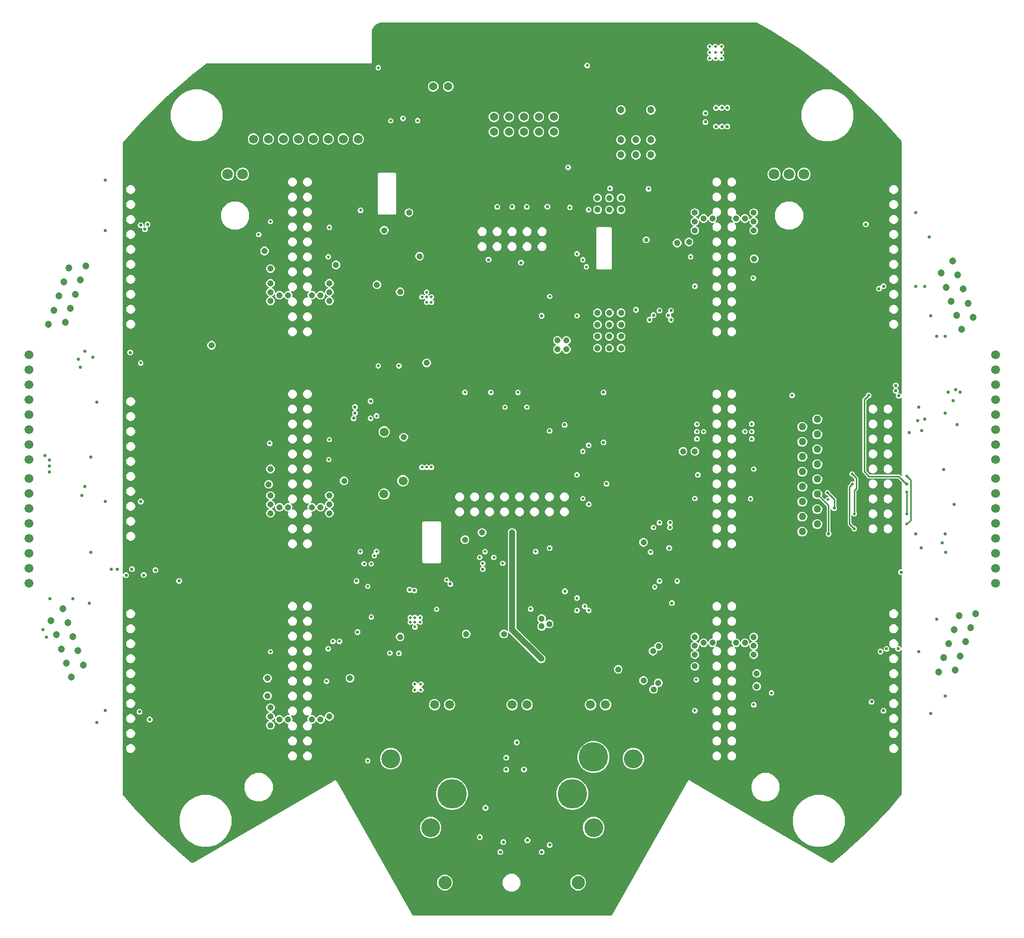
<source format=gbr>
G04 EAGLE Gerber RS-274X export*
G75*
%MOMM*%
%FSLAX34Y34*%
%LPD*%
%INCopper Layer 15*%
%IPPOS*%
%AMOC8*
5,1,8,0,0,1.08239X$1,22.5*%
G01*
%ADD10C,1.371600*%
%ADD11C,1.500000*%
%ADD12C,5.000000*%
%ADD13C,3.200000*%
%ADD14C,2.250000*%
%ADD15C,1.200000*%
%ADD16C,1.800000*%
%ADD17C,1.275000*%
%ADD18C,1.050000*%
%ADD19C,0.500000*%
%ADD20C,0.550000*%
%ADD21C,0.254000*%
%ADD22C,0.750000*%
%ADD23C,1.016000*%

G36*
X168459Y-757988D02*
X168459Y-757988D01*
X168530Y-757986D01*
X168579Y-757968D01*
X168631Y-757960D01*
X168694Y-757926D01*
X168761Y-757902D01*
X168802Y-757869D01*
X168849Y-757844D01*
X168897Y-757793D01*
X168953Y-757749D01*
X168996Y-757690D01*
X169018Y-757666D01*
X169028Y-757645D01*
X169051Y-757613D01*
X297709Y-529987D01*
X297738Y-529908D01*
X297763Y-529856D01*
X298264Y-529006D01*
X298266Y-529001D01*
X298270Y-528994D01*
X298676Y-528276D01*
X299475Y-528069D01*
X299480Y-528067D01*
X299488Y-528066D01*
X300283Y-527845D01*
X300994Y-528263D01*
X300999Y-528265D01*
X301005Y-528270D01*
X301853Y-528749D01*
X301882Y-528771D01*
X301901Y-528791D01*
X301927Y-528805D01*
X301976Y-528841D01*
X471001Y-628268D01*
X471005Y-628269D01*
X471009Y-628272D01*
X540356Y-667899D01*
X540461Y-667938D01*
X540567Y-667981D01*
X540579Y-667982D01*
X540586Y-667985D01*
X540611Y-667986D01*
X540734Y-667999D01*
X543998Y-667999D01*
X544055Y-667990D01*
X544112Y-667991D01*
X544175Y-667970D01*
X544241Y-667960D01*
X544292Y-667933D01*
X544346Y-667915D01*
X544430Y-667859D01*
X544458Y-667844D01*
X544468Y-667834D01*
X544486Y-667822D01*
X564390Y-651176D01*
X564391Y-651175D01*
X564393Y-651174D01*
X564401Y-651164D01*
X564417Y-651152D01*
X604030Y-614737D01*
X604041Y-614723D01*
X604064Y-614704D01*
X641327Y-575887D01*
X641337Y-575872D01*
X641359Y-575852D01*
X660581Y-553146D01*
X660612Y-553095D01*
X660651Y-553049D01*
X660675Y-552990D01*
X660708Y-552935D01*
X660720Y-552876D01*
X660743Y-552821D01*
X660753Y-552726D01*
X660760Y-552695D01*
X660758Y-552679D01*
X660761Y-552654D01*
X660761Y-307820D01*
X660750Y-307750D01*
X660748Y-307678D01*
X660730Y-307629D01*
X660722Y-307578D01*
X660688Y-307514D01*
X660663Y-307447D01*
X660631Y-307406D01*
X660606Y-307360D01*
X660555Y-307311D01*
X660510Y-307255D01*
X660466Y-307227D01*
X660428Y-307191D01*
X660363Y-307161D01*
X660303Y-307122D01*
X660252Y-307109D01*
X660205Y-307087D01*
X660134Y-307079D01*
X660064Y-307062D01*
X660012Y-307066D01*
X659961Y-307060D01*
X659890Y-307075D01*
X659819Y-307081D01*
X659771Y-307101D01*
X659720Y-307112D01*
X659659Y-307149D01*
X659593Y-307177D01*
X659537Y-307222D01*
X659509Y-307239D01*
X659494Y-307256D01*
X659462Y-307282D01*
X656981Y-309763D01*
X653019Y-309763D01*
X650217Y-306961D01*
X650217Y-304550D01*
X650210Y-304504D01*
X650212Y-304458D01*
X650190Y-304384D01*
X650178Y-304307D01*
X650156Y-304266D01*
X650143Y-304222D01*
X650099Y-304158D01*
X650062Y-304090D01*
X650029Y-304058D01*
X650003Y-304020D01*
X649940Y-303974D01*
X649884Y-303920D01*
X649842Y-303901D01*
X649806Y-303873D01*
X649732Y-303849D01*
X649661Y-303817D01*
X649615Y-303811D01*
X649572Y-303797D01*
X649494Y-303798D01*
X649417Y-303789D01*
X649372Y-303799D01*
X649326Y-303800D01*
X649195Y-303838D01*
X649176Y-303842D01*
X649172Y-303844D01*
X649165Y-303846D01*
X648792Y-304001D01*
X645808Y-304001D01*
X643051Y-302859D01*
X640941Y-300749D01*
X639799Y-297992D01*
X639799Y-295008D01*
X640941Y-292251D01*
X643051Y-290141D01*
X645808Y-288999D01*
X648792Y-288999D01*
X651549Y-290141D01*
X653659Y-292251D01*
X654801Y-295008D01*
X654801Y-297992D01*
X654323Y-299145D01*
X654313Y-299189D01*
X654293Y-299231D01*
X654285Y-299308D01*
X654267Y-299384D01*
X654271Y-299430D01*
X654266Y-299475D01*
X654283Y-299552D01*
X654290Y-299629D01*
X654309Y-299671D01*
X654319Y-299716D01*
X654359Y-299783D01*
X654390Y-299854D01*
X654421Y-299888D01*
X654445Y-299927D01*
X654504Y-299978D01*
X654557Y-300035D01*
X654597Y-300057D01*
X654632Y-300087D01*
X654704Y-300116D01*
X654772Y-300153D01*
X654817Y-300162D01*
X654860Y-300179D01*
X654996Y-300194D01*
X655014Y-300197D01*
X655019Y-300196D01*
X655027Y-300197D01*
X656981Y-300197D01*
X659462Y-302678D01*
X659520Y-302720D01*
X659572Y-302769D01*
X659619Y-302791D01*
X659661Y-302821D01*
X659730Y-302843D01*
X659795Y-302873D01*
X659847Y-302879D01*
X659897Y-302894D01*
X659968Y-302892D01*
X660039Y-302900D01*
X660090Y-302889D01*
X660142Y-302887D01*
X660210Y-302863D01*
X660280Y-302848D01*
X660324Y-302821D01*
X660373Y-302803D01*
X660429Y-302758D01*
X660491Y-302721D01*
X660525Y-302682D01*
X660565Y-302649D01*
X660604Y-302589D01*
X660651Y-302535D01*
X660670Y-302486D01*
X660698Y-302442D01*
X660716Y-302373D01*
X660743Y-302306D01*
X660751Y-302235D01*
X660759Y-302204D01*
X660757Y-302181D01*
X660761Y-302140D01*
X660761Y-180544D01*
X660758Y-180524D01*
X660760Y-180505D01*
X660738Y-180403D01*
X660722Y-180301D01*
X660712Y-180284D01*
X660708Y-180264D01*
X660655Y-180175D01*
X660606Y-180084D01*
X660592Y-180070D01*
X660582Y-180053D01*
X660503Y-179986D01*
X660428Y-179914D01*
X660410Y-179906D01*
X660395Y-179893D01*
X660299Y-179854D01*
X660205Y-179811D01*
X660185Y-179809D01*
X660167Y-179801D01*
X660000Y-179783D01*
X658019Y-179783D01*
X655217Y-176981D01*
X655217Y-173019D01*
X658019Y-170217D01*
X660000Y-170217D01*
X660020Y-170214D01*
X660039Y-170216D01*
X660141Y-170194D01*
X660243Y-170178D01*
X660260Y-170168D01*
X660280Y-170164D01*
X660369Y-170111D01*
X660460Y-170062D01*
X660474Y-170048D01*
X660491Y-170038D01*
X660558Y-169959D01*
X660630Y-169884D01*
X660638Y-169866D01*
X660651Y-169851D01*
X660690Y-169755D01*
X660733Y-169661D01*
X660735Y-169641D01*
X660743Y-169623D01*
X660761Y-169456D01*
X660761Y-22247D01*
X660747Y-22157D01*
X660739Y-22066D01*
X660727Y-22037D01*
X660722Y-22005D01*
X660679Y-21924D01*
X660643Y-21840D01*
X660617Y-21808D01*
X660606Y-21787D01*
X660583Y-21765D01*
X660538Y-21709D01*
X654855Y-16026D01*
X654781Y-15973D01*
X654712Y-15913D01*
X654681Y-15901D01*
X654655Y-15882D01*
X654568Y-15855D01*
X654483Y-15821D01*
X654442Y-15817D01*
X654420Y-15810D01*
X654388Y-15811D01*
X654317Y-15803D01*
X604132Y-15803D01*
X601974Y-13645D01*
X596355Y-8026D01*
X594197Y-5868D01*
X594197Y118868D01*
X600244Y124915D01*
X600297Y124989D01*
X600357Y125058D01*
X600369Y125089D01*
X600388Y125115D01*
X600415Y125202D01*
X600449Y125287D01*
X600453Y125328D01*
X600460Y125350D01*
X600459Y125382D01*
X600467Y125453D01*
X600467Y126878D01*
X603122Y129533D01*
X606878Y129533D01*
X609533Y126878D01*
X609533Y123122D01*
X606878Y120467D01*
X605453Y120467D01*
X605363Y120453D01*
X605272Y120445D01*
X605243Y120433D01*
X605211Y120428D01*
X605130Y120385D01*
X605046Y120349D01*
X605014Y120323D01*
X604993Y120312D01*
X604971Y120289D01*
X604915Y120244D01*
X601026Y116355D01*
X600973Y116281D01*
X600913Y116212D01*
X600901Y116181D01*
X600882Y116155D01*
X600855Y116068D01*
X600821Y115983D01*
X600817Y115942D01*
X600810Y115920D01*
X600811Y115888D01*
X600803Y115817D01*
X600803Y-2817D01*
X600817Y-2907D01*
X600825Y-2998D01*
X600837Y-3027D01*
X600842Y-3059D01*
X600885Y-3140D01*
X600921Y-3224D01*
X600947Y-3256D01*
X600958Y-3277D01*
X600981Y-3299D01*
X601002Y-3325D01*
X601005Y-3330D01*
X601008Y-3333D01*
X601026Y-3355D01*
X606645Y-8974D01*
X606719Y-9027D01*
X606788Y-9087D01*
X606819Y-9099D01*
X606845Y-9118D01*
X606932Y-9145D01*
X607017Y-9179D01*
X607058Y-9183D01*
X607080Y-9190D01*
X607112Y-9189D01*
X607183Y-9197D01*
X657368Y-9197D01*
X659462Y-11291D01*
X659520Y-11333D01*
X659572Y-11382D01*
X659619Y-11404D01*
X659661Y-11434D01*
X659730Y-11456D01*
X659795Y-11486D01*
X659847Y-11492D01*
X659897Y-11507D01*
X659968Y-11505D01*
X660039Y-11513D01*
X660090Y-11502D01*
X660142Y-11500D01*
X660210Y-11476D01*
X660280Y-11461D01*
X660324Y-11434D01*
X660373Y-11416D01*
X660429Y-11371D01*
X660491Y-11334D01*
X660525Y-11295D01*
X660565Y-11262D01*
X660604Y-11202D01*
X660651Y-11148D01*
X660670Y-11099D01*
X660698Y-11055D01*
X660716Y-10986D01*
X660743Y-10919D01*
X660751Y-10848D01*
X660759Y-10817D01*
X660757Y-10794D01*
X660761Y-10753D01*
X660761Y120160D01*
X660750Y120230D01*
X660748Y120302D01*
X660730Y120351D01*
X660722Y120402D01*
X660688Y120466D01*
X660663Y120533D01*
X660631Y120574D01*
X660606Y120620D01*
X660555Y120669D01*
X660510Y120725D01*
X660466Y120753D01*
X660428Y120789D01*
X660363Y120819D01*
X660303Y120858D01*
X660252Y120871D01*
X660205Y120893D01*
X660134Y120901D01*
X660064Y120918D01*
X660012Y120914D01*
X659961Y120920D01*
X659890Y120905D01*
X659819Y120899D01*
X659771Y120879D01*
X659720Y120868D01*
X659659Y120831D01*
X659593Y120803D01*
X659537Y120758D01*
X659509Y120741D01*
X659494Y120724D01*
X659462Y120698D01*
X657981Y119217D01*
X654019Y119217D01*
X651217Y122019D01*
X651217Y125981D01*
X651674Y126438D01*
X651716Y126496D01*
X651765Y126548D01*
X651787Y126595D01*
X651817Y126637D01*
X651839Y126706D01*
X651869Y126771D01*
X651875Y126823D01*
X651890Y126873D01*
X651888Y126944D01*
X651896Y127015D01*
X651885Y127066D01*
X651883Y127118D01*
X651859Y127186D01*
X651844Y127256D01*
X651817Y127301D01*
X651799Y127349D01*
X651754Y127405D01*
X651717Y127467D01*
X651678Y127501D01*
X651645Y127541D01*
X651585Y127580D01*
X651531Y127627D01*
X651482Y127646D01*
X651438Y127674D01*
X651369Y127692D01*
X651302Y127719D01*
X651231Y127727D01*
X651200Y127735D01*
X651177Y127733D01*
X651136Y127737D01*
X649019Y127737D01*
X646217Y130539D01*
X646217Y134501D01*
X648188Y136472D01*
X648200Y136488D01*
X648215Y136500D01*
X648271Y136588D01*
X648331Y136671D01*
X648337Y136690D01*
X648348Y136707D01*
X648373Y136808D01*
X648404Y136907D01*
X648403Y136926D01*
X648408Y136946D01*
X648400Y137049D01*
X648397Y137152D01*
X648391Y137171D01*
X648389Y137191D01*
X648349Y137286D01*
X648313Y137383D01*
X648300Y137399D01*
X648293Y137417D01*
X648188Y137548D01*
X646217Y139519D01*
X646217Y143481D01*
X649019Y146283D01*
X652981Y146283D01*
X655783Y143481D01*
X655783Y139519D01*
X653812Y137548D01*
X653800Y137532D01*
X653785Y137520D01*
X653729Y137432D01*
X653669Y137349D01*
X653663Y137330D01*
X653652Y137313D01*
X653627Y137212D01*
X653596Y137113D01*
X653597Y137094D01*
X653592Y137074D01*
X653600Y136971D01*
X653603Y136868D01*
X653609Y136849D01*
X653611Y136829D01*
X653651Y136734D01*
X653687Y136637D01*
X653699Y136621D01*
X653707Y136603D01*
X653812Y136472D01*
X655783Y134501D01*
X655783Y130539D01*
X655326Y130082D01*
X655284Y130024D01*
X655235Y129972D01*
X655213Y129925D01*
X655183Y129883D01*
X655161Y129814D01*
X655131Y129749D01*
X655125Y129697D01*
X655110Y129647D01*
X655112Y129576D01*
X655104Y129505D01*
X655115Y129454D01*
X655117Y129402D01*
X655141Y129334D01*
X655156Y129264D01*
X655183Y129219D01*
X655201Y129171D01*
X655246Y129115D01*
X655283Y129053D01*
X655322Y129019D01*
X655355Y128979D01*
X655415Y128940D01*
X655469Y128893D01*
X655518Y128874D01*
X655562Y128846D01*
X655631Y128828D01*
X655698Y128801D01*
X655769Y128793D01*
X655800Y128785D01*
X655823Y128787D01*
X655864Y128783D01*
X657981Y128783D01*
X659462Y127302D01*
X659520Y127260D01*
X659572Y127211D01*
X659619Y127189D01*
X659661Y127159D01*
X659730Y127137D01*
X659795Y127107D01*
X659847Y127101D01*
X659897Y127086D01*
X659968Y127088D01*
X660039Y127080D01*
X660090Y127091D01*
X660142Y127093D01*
X660210Y127117D01*
X660280Y127132D01*
X660324Y127159D01*
X660373Y127177D01*
X660429Y127222D01*
X660491Y127259D01*
X660525Y127298D01*
X660565Y127331D01*
X660604Y127391D01*
X660651Y127445D01*
X660670Y127494D01*
X660698Y127538D01*
X660716Y127607D01*
X660743Y127674D01*
X660751Y127745D01*
X660759Y127776D01*
X660757Y127799D01*
X660761Y127840D01*
X660761Y555410D01*
X660754Y555455D01*
X660756Y555501D01*
X660734Y555576D01*
X660722Y555652D01*
X660700Y555693D01*
X660687Y555737D01*
X660615Y555853D01*
X660606Y555870D01*
X660603Y555873D01*
X660599Y555880D01*
X659885Y556789D01*
X659870Y556802D01*
X659852Y556829D01*
X621013Y599978D01*
X620998Y599990D01*
X620977Y600015D01*
X579324Y640454D01*
X579308Y640465D01*
X579286Y640488D01*
X535007Y678034D01*
X534991Y678044D01*
X534967Y678066D01*
X488263Y712548D01*
X488246Y712557D01*
X488221Y712577D01*
X439303Y743840D01*
X439289Y743846D01*
X439270Y743860D01*
X414646Y757899D01*
X414540Y757938D01*
X414435Y757981D01*
X414423Y757982D01*
X414415Y757985D01*
X414390Y757986D01*
X414269Y757999D01*
X-220000Y757999D01*
X-220022Y757996D01*
X-220060Y757997D01*
X-222756Y757785D01*
X-222762Y757783D01*
X-222768Y757784D01*
X-222932Y757750D01*
X-228061Y756083D01*
X-228093Y756067D01*
X-228128Y756058D01*
X-228273Y755975D01*
X-232637Y752805D01*
X-232662Y752780D01*
X-232692Y752761D01*
X-232805Y752637D01*
X-235975Y748273D01*
X-235991Y748241D01*
X-236014Y748214D01*
X-236083Y748061D01*
X-237750Y742932D01*
X-237751Y742926D01*
X-237753Y742921D01*
X-237785Y742756D01*
X-237997Y740060D01*
X-237995Y740038D01*
X-237999Y740000D01*
X-237999Y689171D01*
X-239171Y687999D01*
X-519053Y687999D01*
X-519097Y687992D01*
X-519141Y687994D01*
X-519217Y687972D01*
X-519296Y687960D01*
X-519335Y687939D01*
X-519377Y687927D01*
X-519500Y687851D01*
X-519513Y687844D01*
X-519516Y687842D01*
X-519520Y687839D01*
X-541311Y670890D01*
X-541321Y670879D01*
X-541341Y670866D01*
X-584550Y633676D01*
X-584562Y633661D01*
X-584587Y633642D01*
X-625242Y593676D01*
X-625253Y593660D01*
X-625276Y593639D01*
X-660568Y554025D01*
X-660606Y553967D01*
X-660651Y553914D01*
X-660671Y553863D01*
X-660700Y553818D01*
X-660717Y553750D01*
X-660743Y553686D01*
X-660751Y553610D01*
X-660759Y553579D01*
X-660757Y553557D01*
X-660761Y553519D01*
X-660761Y-177160D01*
X-660750Y-177230D01*
X-660748Y-177302D01*
X-660730Y-177351D01*
X-660722Y-177402D01*
X-660688Y-177466D01*
X-660663Y-177533D01*
X-660631Y-177574D01*
X-660606Y-177620D01*
X-660555Y-177669D01*
X-660510Y-177725D01*
X-660466Y-177753D01*
X-660428Y-177789D01*
X-660363Y-177819D01*
X-660303Y-177858D01*
X-660252Y-177871D01*
X-660205Y-177893D01*
X-660134Y-177901D01*
X-660064Y-177918D01*
X-660012Y-177914D01*
X-659961Y-177920D01*
X-659890Y-177905D01*
X-659819Y-177899D01*
X-659771Y-177879D01*
X-659720Y-177868D01*
X-659659Y-177831D01*
X-659593Y-177803D01*
X-659537Y-177758D01*
X-659509Y-177741D01*
X-659494Y-177724D01*
X-659462Y-177698D01*
X-656981Y-175217D01*
X-653019Y-175217D01*
X-650217Y-178019D01*
X-650217Y-181981D01*
X-653019Y-184783D01*
X-656981Y-184783D01*
X-659462Y-182302D01*
X-659520Y-182260D01*
X-659572Y-182211D01*
X-659619Y-182189D01*
X-659661Y-182159D01*
X-659730Y-182137D01*
X-659795Y-182107D01*
X-659847Y-182101D01*
X-659897Y-182086D01*
X-659968Y-182088D01*
X-660039Y-182080D01*
X-660090Y-182091D01*
X-660142Y-182093D01*
X-660210Y-182117D01*
X-660280Y-182132D01*
X-660324Y-182159D01*
X-660373Y-182177D01*
X-660429Y-182222D01*
X-660491Y-182259D01*
X-660525Y-182298D01*
X-660565Y-182331D01*
X-660604Y-182391D01*
X-660651Y-182445D01*
X-660670Y-182494D01*
X-660698Y-182538D01*
X-660716Y-182607D01*
X-660743Y-182674D01*
X-660751Y-182745D01*
X-660759Y-182776D01*
X-660757Y-182799D01*
X-660761Y-182840D01*
X-660761Y-552654D01*
X-660752Y-552713D01*
X-660752Y-552773D01*
X-660732Y-552834D01*
X-660722Y-552897D01*
X-660693Y-552950D01*
X-660675Y-553007D01*
X-660622Y-553086D01*
X-660606Y-553114D01*
X-660595Y-553125D01*
X-660581Y-553146D01*
X-641359Y-575852D01*
X-641345Y-575863D01*
X-641327Y-575887D01*
X-604064Y-614704D01*
X-604050Y-614715D01*
X-604030Y-614737D01*
X-564417Y-651152D01*
X-564405Y-651160D01*
X-564390Y-651176D01*
X-544486Y-667822D01*
X-544437Y-667851D01*
X-544393Y-667889D01*
X-544331Y-667914D01*
X-544275Y-667947D01*
X-544218Y-667959D01*
X-544165Y-667981D01*
X-544065Y-667992D01*
X-544034Y-667998D01*
X-544020Y-667997D01*
X-543998Y-667999D01*
X-540747Y-667999D01*
X-540632Y-667980D01*
X-540516Y-667964D01*
X-540509Y-667960D01*
X-540504Y-667960D01*
X-540487Y-667951D01*
X-540363Y-667896D01*
X-301977Y-528837D01*
X-301911Y-528782D01*
X-301907Y-528779D01*
X-301001Y-528268D01*
X-300998Y-528265D01*
X-300992Y-528262D01*
X-300278Y-527846D01*
X-299483Y-528067D01*
X-299479Y-528068D01*
X-299473Y-528070D01*
X-298674Y-528280D01*
X-298268Y-528999D01*
X-298265Y-529002D01*
X-298263Y-529008D01*
X-297755Y-529877D01*
X-297753Y-529883D01*
X-297747Y-529909D01*
X-297731Y-529935D01*
X-297706Y-529992D01*
X-169051Y-757613D01*
X-169007Y-757668D01*
X-168970Y-757729D01*
X-168930Y-757763D01*
X-168897Y-757804D01*
X-168837Y-757843D01*
X-168783Y-757889D01*
X-168734Y-757909D01*
X-168690Y-757937D01*
X-168621Y-757954D01*
X-168555Y-757981D01*
X-168483Y-757989D01*
X-168451Y-757997D01*
X-168428Y-757995D01*
X-168388Y-757999D01*
X168388Y-757999D01*
X168459Y-757988D01*
G37*
%LPC*%
G36*
X514435Y-641214D02*
X514435Y-641214D01*
X503244Y-638216D01*
X493211Y-632423D01*
X485019Y-624231D01*
X479226Y-614197D01*
X476227Y-603006D01*
X476227Y-591421D01*
X479226Y-580230D01*
X485019Y-570197D01*
X493211Y-562004D01*
X503244Y-556211D01*
X514435Y-553213D01*
X526021Y-553213D01*
X537212Y-556211D01*
X547245Y-562004D01*
X555438Y-570197D01*
X561230Y-580230D01*
X564229Y-591421D01*
X564229Y-603006D01*
X561230Y-614197D01*
X555438Y-624231D01*
X547245Y-632423D01*
X537212Y-638216D01*
X526021Y-641214D01*
X514435Y-641214D01*
G37*
%LPD*%
%LPC*%
G36*
X529207Y555999D02*
X529207Y555999D01*
X518016Y558998D01*
X507983Y564791D01*
X499791Y572983D01*
X493998Y583016D01*
X490999Y594207D01*
X490999Y605793D01*
X493998Y616984D01*
X499791Y627017D01*
X507983Y635209D01*
X518016Y641002D01*
X529207Y644001D01*
X540793Y644001D01*
X551984Y641002D01*
X562017Y635209D01*
X570209Y627017D01*
X576002Y616984D01*
X579001Y605793D01*
X579001Y594207D01*
X576002Y583016D01*
X570209Y572983D01*
X562017Y564791D01*
X551984Y558998D01*
X540793Y555999D01*
X529207Y555999D01*
G37*
%LPD*%
%LPC*%
G36*
X-540793Y555999D02*
X-540793Y555999D01*
X-551984Y558998D01*
X-562017Y564791D01*
X-570209Y572983D01*
X-576002Y583016D01*
X-579001Y594207D01*
X-579001Y605793D01*
X-576002Y616984D01*
X-570209Y627017D01*
X-562017Y635209D01*
X-551984Y641002D01*
X-540793Y644001D01*
X-529207Y644001D01*
X-518016Y641002D01*
X-507983Y635209D01*
X-499791Y627017D01*
X-493998Y616984D01*
X-490999Y605793D01*
X-490999Y594207D01*
X-493998Y583016D01*
X-499791Y572983D01*
X-507983Y564791D01*
X-518016Y558998D01*
X-529207Y555999D01*
X-540793Y555999D01*
G37*
%LPD*%
%LPC*%
G36*
X-526021Y-641214D02*
X-526021Y-641214D01*
X-537212Y-638216D01*
X-547245Y-632423D01*
X-555438Y-624231D01*
X-561230Y-614197D01*
X-564229Y-603006D01*
X-564229Y-591421D01*
X-561230Y-580230D01*
X-555438Y-570197D01*
X-547245Y-562004D01*
X-537212Y-556211D01*
X-526021Y-553213D01*
X-514435Y-553213D01*
X-503244Y-556211D01*
X-493211Y-562004D01*
X-485019Y-570197D01*
X-479226Y-580230D01*
X-476227Y-591421D01*
X-476227Y-603006D01*
X-479226Y-614197D01*
X-485019Y-624231D01*
X-493211Y-632423D01*
X-503244Y-638216D01*
X-514435Y-641214D01*
X-526021Y-641214D01*
G37*
%LPD*%
%LPC*%
G36*
X48051Y-329283D02*
X48051Y-329283D01*
X45375Y-328174D01*
X43326Y-326125D01*
X43214Y-325855D01*
X43179Y-325799D01*
X43154Y-325739D01*
X43102Y-325674D01*
X43084Y-325646D01*
X43069Y-325633D01*
X43049Y-325608D01*
X-5927Y-276632D01*
X-6006Y-276575D01*
X-6081Y-276513D01*
X-6106Y-276503D01*
X-6127Y-276488D01*
X-6220Y-276460D01*
X-6311Y-276425D01*
X-6337Y-276423D01*
X-6362Y-276416D01*
X-6459Y-276418D01*
X-6557Y-276414D01*
X-6582Y-276421D01*
X-6608Y-276422D01*
X-6699Y-276456D01*
X-6793Y-276483D01*
X-6814Y-276498D01*
X-6839Y-276507D01*
X-6915Y-276568D01*
X-6995Y-276623D01*
X-7011Y-276644D01*
X-7031Y-276660D01*
X-7084Y-276742D01*
X-7142Y-276820D01*
X-7150Y-276845D01*
X-7164Y-276867D01*
X-7188Y-276962D01*
X-7218Y-277054D01*
X-7218Y-277080D01*
X-7224Y-277106D01*
X-7216Y-277203D01*
X-7216Y-277300D01*
X-7206Y-277332D01*
X-7205Y-277351D01*
X-7192Y-277381D01*
X-7169Y-277461D01*
X-6717Y-278551D01*
X-6717Y-281449D01*
X-7826Y-284125D01*
X-9875Y-286174D01*
X-12551Y-287283D01*
X-15449Y-287283D01*
X-18125Y-286174D01*
X-20174Y-284125D01*
X-21283Y-281449D01*
X-21283Y-278551D01*
X-20174Y-275875D01*
X-18125Y-273826D01*
X-15449Y-272717D01*
X-12551Y-272717D01*
X-9875Y-273826D01*
X-7929Y-275772D01*
X-7850Y-275829D01*
X-7775Y-275891D01*
X-7750Y-275900D01*
X-7729Y-275916D01*
X-7636Y-275944D01*
X-7545Y-275979D01*
X-7519Y-275980D01*
X-7494Y-275988D01*
X-7396Y-275985D01*
X-7299Y-275990D01*
X-7274Y-275982D01*
X-7248Y-275982D01*
X-7156Y-275948D01*
X-7063Y-275921D01*
X-7042Y-275906D01*
X-7017Y-275897D01*
X-6941Y-275836D01*
X-6861Y-275781D01*
X-6845Y-275760D01*
X-6825Y-275743D01*
X-6772Y-275661D01*
X-6714Y-275583D01*
X-6706Y-275559D01*
X-6692Y-275537D01*
X-6668Y-275442D01*
X-6638Y-275349D01*
X-6638Y-275323D01*
X-6632Y-275298D01*
X-6639Y-275201D01*
X-6640Y-275104D01*
X-6649Y-275072D01*
X-6651Y-275053D01*
X-6664Y-275022D01*
X-6687Y-274942D01*
X-7113Y-273915D01*
X-7113Y-109680D01*
X-7123Y-109616D01*
X-7124Y-109550D01*
X-7147Y-109470D01*
X-7152Y-109438D01*
X-7162Y-109421D01*
X-7171Y-109389D01*
X-7283Y-109119D01*
X-7283Y-106221D01*
X-6174Y-103545D01*
X-4125Y-101496D01*
X-1449Y-100387D01*
X1449Y-100387D01*
X4125Y-101496D01*
X6174Y-103545D01*
X7283Y-106221D01*
X7283Y-109119D01*
X7171Y-109389D01*
X7156Y-109453D01*
X7131Y-109514D01*
X7122Y-109597D01*
X7115Y-109629D01*
X7116Y-109648D01*
X7113Y-109680D01*
X7113Y-269238D01*
X7127Y-269329D01*
X7135Y-269419D01*
X7147Y-269449D01*
X7152Y-269481D01*
X7195Y-269562D01*
X7231Y-269646D01*
X7257Y-269678D01*
X7268Y-269699D01*
X7291Y-269721D01*
X7336Y-269777D01*
X53108Y-315549D01*
X53161Y-315587D01*
X53208Y-315633D01*
X53281Y-315673D01*
X53308Y-315692D01*
X53326Y-315698D01*
X53355Y-315714D01*
X53625Y-315826D01*
X55674Y-317875D01*
X56783Y-320551D01*
X56783Y-323449D01*
X55674Y-326125D01*
X53625Y-328174D01*
X50949Y-329283D01*
X48051Y-329283D01*
G37*
%LPD*%
%LPC*%
G36*
X134480Y-515856D02*
X134480Y-515856D01*
X127604Y-514014D01*
X121440Y-510455D01*
X116407Y-505422D01*
X112848Y-499257D01*
X111006Y-492382D01*
X111006Y-485264D01*
X112848Y-478389D01*
X116407Y-472225D01*
X121440Y-467191D01*
X127604Y-463633D01*
X134480Y-461790D01*
X141597Y-461790D01*
X148473Y-463633D01*
X154637Y-467191D01*
X159670Y-472225D01*
X163229Y-478389D01*
X165071Y-485264D01*
X165071Y-492382D01*
X163229Y-499257D01*
X159670Y-505422D01*
X154637Y-510455D01*
X148473Y-514014D01*
X141597Y-515856D01*
X134480Y-515856D01*
G37*
%LPD*%
%LPC*%
G36*
X-105597Y-578210D02*
X-105597Y-578210D01*
X-112473Y-576367D01*
X-118637Y-572809D01*
X-123670Y-567775D01*
X-127229Y-561611D01*
X-129071Y-554736D01*
X-129071Y-547618D01*
X-127229Y-540743D01*
X-123670Y-534578D01*
X-118637Y-529545D01*
X-112473Y-525986D01*
X-105597Y-524144D01*
X-98480Y-524144D01*
X-91604Y-525986D01*
X-85440Y-529545D01*
X-80407Y-534578D01*
X-76848Y-540743D01*
X-75006Y-547618D01*
X-75006Y-554736D01*
X-76848Y-561611D01*
X-80407Y-567775D01*
X-85440Y-572809D01*
X-91604Y-576367D01*
X-98480Y-578210D01*
X-105597Y-578210D01*
G37*
%LPD*%
%LPC*%
G36*
X98480Y-578210D02*
X98480Y-578210D01*
X91604Y-576367D01*
X85440Y-572809D01*
X80407Y-567775D01*
X76848Y-561611D01*
X75006Y-554736D01*
X75006Y-547618D01*
X76848Y-540743D01*
X80407Y-534578D01*
X85440Y-529545D01*
X91604Y-525986D01*
X98480Y-524144D01*
X105597Y-524144D01*
X112473Y-525986D01*
X118637Y-529545D01*
X123670Y-534578D01*
X127229Y-540743D01*
X129071Y-547618D01*
X129071Y-554736D01*
X127229Y-561611D01*
X123670Y-567775D01*
X118637Y-572809D01*
X112473Y-576367D01*
X105597Y-578210D01*
X98480Y-578210D01*
G37*
%LPD*%
%LPC*%
G36*
X-226355Y431729D02*
X-226355Y431729D01*
X-228271Y433645D01*
X-228271Y501355D01*
X-226355Y503271D01*
X-198645Y503271D01*
X-196729Y501355D01*
X-196729Y433645D01*
X-198645Y431729D01*
X-226355Y431729D01*
G37*
%LPD*%
%LPC*%
G36*
X-150355Y-160271D02*
X-150355Y-160271D01*
X-152271Y-158355D01*
X-152271Y-90645D01*
X-150355Y-88729D01*
X-122645Y-88729D01*
X-120729Y-90645D01*
X-120729Y-158355D01*
X-122645Y-160271D01*
X-150355Y-160271D01*
G37*
%LPD*%
%LPC*%
G36*
X144645Y338729D02*
X144645Y338729D01*
X142729Y340645D01*
X142729Y408355D01*
X144645Y410271D01*
X167355Y410271D01*
X169271Y408355D01*
X169271Y340645D01*
X167355Y338729D01*
X144645Y338729D01*
G37*
%LPD*%
%LPC*%
G36*
X-474774Y405999D02*
X-474774Y405999D01*
X-483595Y409653D01*
X-490347Y416405D01*
X-494001Y425226D01*
X-494001Y434774D01*
X-490347Y443595D01*
X-483595Y450347D01*
X-474774Y454001D01*
X-465226Y454001D01*
X-456405Y450347D01*
X-449653Y443595D01*
X-445999Y434774D01*
X-445999Y425226D01*
X-449653Y416405D01*
X-456405Y409653D01*
X-465226Y405999D01*
X-474774Y405999D01*
G37*
%LPD*%
%LPC*%
G36*
X465226Y405999D02*
X465226Y405999D01*
X456405Y409653D01*
X449653Y416405D01*
X445999Y425226D01*
X445999Y434774D01*
X449653Y443595D01*
X456405Y450347D01*
X465226Y454001D01*
X474774Y454001D01*
X483595Y450347D01*
X490347Y443595D01*
X494001Y434774D01*
X494001Y425226D01*
X490347Y416405D01*
X483595Y409653D01*
X474774Y405999D01*
X465226Y405999D01*
G37*
%LPD*%
%LPC*%
G36*
X425226Y-564001D02*
X425226Y-564001D01*
X416405Y-560347D01*
X409653Y-553595D01*
X405999Y-544774D01*
X405999Y-535226D01*
X409653Y-526405D01*
X416405Y-519653D01*
X425226Y-515999D01*
X434774Y-515999D01*
X443595Y-519653D01*
X450347Y-526405D01*
X454001Y-535226D01*
X454001Y-544774D01*
X450347Y-553595D01*
X443595Y-560347D01*
X434774Y-564001D01*
X425226Y-564001D01*
G37*
%LPD*%
%LPC*%
G36*
X-434774Y-564001D02*
X-434774Y-564001D01*
X-443595Y-560347D01*
X-450347Y-553595D01*
X-454001Y-544774D01*
X-454001Y-535226D01*
X-450347Y-526405D01*
X-443595Y-519653D01*
X-434774Y-515999D01*
X-425226Y-515999D01*
X-416405Y-519653D01*
X-409653Y-526405D01*
X-405999Y-535226D01*
X-405999Y-544774D01*
X-409653Y-553595D01*
X-416405Y-560347D01*
X-425226Y-564001D01*
X-434774Y-564001D01*
G37*
%LPD*%
%LPC*%
G36*
X578622Y-106033D02*
X578622Y-106033D01*
X575967Y-103378D01*
X575967Y-101953D01*
X575953Y-101863D01*
X575945Y-101772D01*
X575933Y-101743D01*
X575928Y-101711D01*
X575885Y-101630D01*
X575849Y-101546D01*
X575823Y-101514D01*
X575812Y-101493D01*
X575789Y-101471D01*
X575744Y-101415D01*
X569197Y-94868D01*
X569197Y-29132D01*
X572744Y-25585D01*
X572797Y-25511D01*
X572857Y-25442D01*
X572869Y-25411D01*
X572888Y-25385D01*
X572915Y-25298D01*
X572949Y-25213D01*
X572953Y-25172D01*
X572960Y-25150D01*
X572959Y-25118D01*
X572967Y-25047D01*
X572967Y-23622D01*
X575622Y-20967D01*
X579378Y-20967D01*
X579398Y-20987D01*
X579456Y-21029D01*
X579508Y-21079D01*
X579555Y-21101D01*
X579597Y-21131D01*
X579666Y-21152D01*
X579731Y-21182D01*
X579783Y-21188D01*
X579833Y-21203D01*
X579904Y-21202D01*
X579975Y-21209D01*
X580026Y-21198D01*
X580078Y-21197D01*
X580146Y-21172D01*
X580216Y-21157D01*
X580261Y-21130D01*
X580309Y-21113D01*
X580365Y-21068D01*
X580427Y-21031D01*
X580461Y-20991D01*
X580501Y-20959D01*
X580540Y-20899D01*
X580587Y-20844D01*
X580606Y-20796D01*
X580634Y-20752D01*
X580652Y-20683D01*
X580679Y-20616D01*
X580687Y-20545D01*
X580695Y-20513D01*
X580693Y-20490D01*
X580697Y-20449D01*
X580697Y-17183D01*
X580683Y-17093D01*
X580675Y-17002D01*
X580663Y-16973D01*
X580658Y-16941D01*
X580615Y-16860D01*
X580579Y-16776D01*
X580553Y-16744D01*
X580542Y-16723D01*
X580519Y-16701D01*
X580474Y-16645D01*
X577085Y-13256D01*
X577011Y-13203D01*
X576942Y-13143D01*
X576911Y-13131D01*
X576885Y-13112D01*
X576798Y-13085D01*
X576713Y-13051D01*
X576672Y-13047D01*
X576650Y-13040D01*
X576618Y-13041D01*
X576547Y-13033D01*
X575122Y-13033D01*
X572467Y-10378D01*
X572467Y-6622D01*
X575122Y-3967D01*
X578878Y-3967D01*
X581533Y-6622D01*
X581533Y-8047D01*
X581547Y-8137D01*
X581555Y-8228D01*
X581567Y-8257D01*
X581572Y-8289D01*
X581615Y-8370D01*
X581651Y-8454D01*
X581677Y-8486D01*
X581688Y-8507D01*
X581711Y-8529D01*
X581756Y-8585D01*
X587303Y-14132D01*
X587303Y-34368D01*
X584026Y-37645D01*
X583973Y-37719D01*
X583913Y-37788D01*
X583901Y-37819D01*
X583882Y-37845D01*
X583855Y-37932D01*
X583821Y-38017D01*
X583817Y-38058D01*
X583810Y-38080D01*
X583811Y-38112D01*
X583803Y-38183D01*
X583803Y-72577D01*
X583817Y-72667D01*
X583825Y-72758D01*
X583837Y-72788D01*
X583842Y-72820D01*
X583885Y-72901D01*
X583921Y-72984D01*
X583947Y-73017D01*
X583958Y-73037D01*
X583981Y-73059D01*
X584026Y-73115D01*
X585033Y-74122D01*
X585033Y-77878D01*
X582378Y-80533D01*
X578622Y-80533D01*
X577102Y-79013D01*
X577044Y-78971D01*
X576992Y-78921D01*
X576945Y-78899D01*
X576903Y-78869D01*
X576834Y-78848D01*
X576769Y-78818D01*
X576717Y-78812D01*
X576667Y-78797D01*
X576596Y-78798D01*
X576525Y-78791D01*
X576474Y-78802D01*
X576422Y-78803D01*
X576354Y-78828D01*
X576284Y-78843D01*
X576239Y-78870D01*
X576191Y-78887D01*
X576135Y-78932D01*
X576073Y-78969D01*
X576039Y-79009D01*
X575999Y-79041D01*
X575960Y-79101D01*
X575913Y-79156D01*
X575894Y-79204D01*
X575866Y-79248D01*
X575848Y-79318D01*
X575821Y-79384D01*
X575813Y-79455D01*
X575805Y-79487D01*
X575807Y-79510D01*
X575803Y-79551D01*
X575803Y-91817D01*
X575817Y-91907D01*
X575825Y-91998D01*
X575837Y-92027D01*
X575842Y-92059D01*
X575885Y-92140D01*
X575921Y-92224D01*
X575947Y-92256D01*
X575958Y-92277D01*
X575981Y-92299D01*
X576026Y-92355D01*
X580415Y-96744D01*
X580489Y-96797D01*
X580558Y-96857D01*
X580589Y-96869D01*
X580615Y-96888D01*
X580702Y-96915D01*
X580787Y-96949D01*
X580828Y-96953D01*
X580850Y-96960D01*
X580882Y-96959D01*
X580953Y-96967D01*
X582378Y-96967D01*
X585033Y-99622D01*
X585033Y-103378D01*
X582378Y-106033D01*
X578622Y-106033D01*
G37*
%LPD*%
%LPC*%
G36*
X308551Y-322283D02*
X308551Y-322283D01*
X305875Y-321174D01*
X303826Y-319125D01*
X302717Y-316449D01*
X302717Y-313551D01*
X303826Y-310875D01*
X305875Y-308826D01*
X307378Y-308203D01*
X307439Y-308165D01*
X307504Y-308136D01*
X307543Y-308101D01*
X307587Y-308074D01*
X307633Y-308018D01*
X307686Y-307970D01*
X307711Y-307924D01*
X307744Y-307884D01*
X307770Y-307817D01*
X307804Y-307754D01*
X307813Y-307703D01*
X307832Y-307655D01*
X307835Y-307583D01*
X307848Y-307512D01*
X307840Y-307461D01*
X307842Y-307409D01*
X307822Y-307340D01*
X307812Y-307269D01*
X307788Y-307223D01*
X307774Y-307173D01*
X307733Y-307114D01*
X307701Y-307050D01*
X307663Y-307013D01*
X307634Y-306971D01*
X307576Y-306928D01*
X307525Y-306878D01*
X307462Y-306843D01*
X307436Y-306824D01*
X307414Y-306817D01*
X307378Y-306797D01*
X305875Y-306174D01*
X303826Y-304125D01*
X302717Y-301449D01*
X302717Y-298551D01*
X303826Y-295875D01*
X305875Y-293826D01*
X307378Y-293203D01*
X307439Y-293165D01*
X307504Y-293136D01*
X307543Y-293101D01*
X307587Y-293074D01*
X307633Y-293018D01*
X307686Y-292970D01*
X307711Y-292924D01*
X307744Y-292884D01*
X307770Y-292817D01*
X307804Y-292754D01*
X307813Y-292703D01*
X307832Y-292655D01*
X307835Y-292583D01*
X307848Y-292512D01*
X307840Y-292461D01*
X307842Y-292409D01*
X307822Y-292340D01*
X307812Y-292269D01*
X307788Y-292223D01*
X307774Y-292173D01*
X307733Y-292114D01*
X307701Y-292050D01*
X307663Y-292013D01*
X307634Y-291971D01*
X307576Y-291928D01*
X307525Y-291878D01*
X307462Y-291843D01*
X307436Y-291824D01*
X307414Y-291817D01*
X307378Y-291797D01*
X305875Y-291174D01*
X303826Y-289125D01*
X302717Y-286449D01*
X302717Y-283551D01*
X303826Y-280875D01*
X305875Y-278826D01*
X308551Y-277717D01*
X311449Y-277717D01*
X314125Y-278826D01*
X316174Y-280875D01*
X317283Y-283551D01*
X317283Y-286449D01*
X316174Y-289125D01*
X314125Y-291174D01*
X312622Y-291797D01*
X312561Y-291835D01*
X312496Y-291864D01*
X312457Y-291899D01*
X312413Y-291926D01*
X312367Y-291982D01*
X312314Y-292030D01*
X312289Y-292076D01*
X312256Y-292116D01*
X312230Y-292183D01*
X312196Y-292246D01*
X312187Y-292297D01*
X312168Y-292345D01*
X312165Y-292417D01*
X312152Y-292488D01*
X312160Y-292539D01*
X312158Y-292591D01*
X312178Y-292660D01*
X312188Y-292731D01*
X312212Y-292777D01*
X312226Y-292827D01*
X312267Y-292886D01*
X312299Y-292950D01*
X312337Y-292987D01*
X312366Y-293029D01*
X312424Y-293072D01*
X312475Y-293122D01*
X312538Y-293157D01*
X312564Y-293176D01*
X312586Y-293183D01*
X312622Y-293203D01*
X314125Y-293826D01*
X316174Y-295875D01*
X316253Y-296065D01*
X316304Y-296148D01*
X316350Y-296234D01*
X316369Y-296251D01*
X316382Y-296274D01*
X316457Y-296336D01*
X316528Y-296403D01*
X316552Y-296414D01*
X316572Y-296431D01*
X316663Y-296465D01*
X316751Y-296507D01*
X316777Y-296509D01*
X316801Y-296519D01*
X316899Y-296523D01*
X316995Y-296534D01*
X317021Y-296528D01*
X317047Y-296529D01*
X317141Y-296502D01*
X317236Y-296481D01*
X317258Y-296468D01*
X317283Y-296461D01*
X317363Y-296405D01*
X317447Y-296355D01*
X317464Y-296335D01*
X317485Y-296320D01*
X317544Y-296242D01*
X317607Y-296168D01*
X317617Y-296144D01*
X317632Y-296123D01*
X317662Y-296031D01*
X317699Y-295940D01*
X317702Y-295908D01*
X317708Y-295889D01*
X317708Y-295856D01*
X317717Y-295773D01*
X317717Y-293551D01*
X318826Y-290875D01*
X320875Y-288826D01*
X323551Y-287717D01*
X326449Y-287717D01*
X329125Y-288826D01*
X331174Y-290875D01*
X331797Y-292378D01*
X331835Y-292439D01*
X331864Y-292504D01*
X331899Y-292543D01*
X331926Y-292587D01*
X331982Y-292633D01*
X332030Y-292686D01*
X332076Y-292711D01*
X332116Y-292744D01*
X332183Y-292770D01*
X332246Y-292804D01*
X332297Y-292813D01*
X332345Y-292832D01*
X332417Y-292835D01*
X332488Y-292848D01*
X332539Y-292840D01*
X332591Y-292842D01*
X332660Y-292823D01*
X332731Y-292812D01*
X332777Y-292788D01*
X332827Y-292774D01*
X332886Y-292733D01*
X332950Y-292701D01*
X332987Y-292663D01*
X333029Y-292634D01*
X333072Y-292576D01*
X333122Y-292525D01*
X333157Y-292462D01*
X333176Y-292436D01*
X333183Y-292414D01*
X333203Y-292378D01*
X333826Y-290875D01*
X335875Y-288826D01*
X338551Y-287717D01*
X339665Y-287717D01*
X339710Y-287710D01*
X339756Y-287712D01*
X339831Y-287690D01*
X339907Y-287678D01*
X339948Y-287656D01*
X339992Y-287643D01*
X340056Y-287599D01*
X340125Y-287562D01*
X340156Y-287529D01*
X340194Y-287503D01*
X340240Y-287441D01*
X340294Y-287384D01*
X340313Y-287342D01*
X340341Y-287306D01*
X340365Y-287232D01*
X340398Y-287161D01*
X340403Y-287115D01*
X340417Y-287072D01*
X340416Y-286994D01*
X340425Y-286917D01*
X340415Y-286872D01*
X340415Y-286826D01*
X340377Y-286694D01*
X340373Y-286676D01*
X340370Y-286672D01*
X340368Y-286665D01*
X339799Y-285292D01*
X339799Y-282308D01*
X340941Y-279551D01*
X343051Y-277441D01*
X345808Y-276299D01*
X348792Y-276299D01*
X351549Y-277441D01*
X353659Y-279551D01*
X354801Y-282308D01*
X354801Y-285292D01*
X353659Y-288049D01*
X351549Y-290159D01*
X348792Y-291301D01*
X347490Y-291301D01*
X347445Y-291308D01*
X347399Y-291306D01*
X347324Y-291328D01*
X347247Y-291340D01*
X347207Y-291362D01*
X347162Y-291375D01*
X347098Y-291419D01*
X347030Y-291456D01*
X346998Y-291489D01*
X346960Y-291515D01*
X346914Y-291577D01*
X346860Y-291634D01*
X346841Y-291676D01*
X346814Y-291712D01*
X346789Y-291786D01*
X346757Y-291857D01*
X346752Y-291903D01*
X346737Y-291946D01*
X346738Y-292024D01*
X346730Y-292101D01*
X346739Y-292146D01*
X346740Y-292192D01*
X346778Y-292324D01*
X346782Y-292342D01*
X346784Y-292346D01*
X346786Y-292353D01*
X347283Y-293551D01*
X347283Y-296449D01*
X346174Y-299125D01*
X344745Y-300554D01*
X344688Y-300633D01*
X344626Y-300708D01*
X344617Y-300733D01*
X344601Y-300754D01*
X344573Y-300847D01*
X344538Y-300938D01*
X344537Y-300964D01*
X344529Y-300989D01*
X344532Y-301087D01*
X344527Y-301184D01*
X344535Y-301209D01*
X344535Y-301235D01*
X344569Y-301327D01*
X344596Y-301420D01*
X344611Y-301441D01*
X344620Y-301466D01*
X344681Y-301542D01*
X344736Y-301622D01*
X344757Y-301638D01*
X344774Y-301658D01*
X344855Y-301711D01*
X344934Y-301769D01*
X344958Y-301777D01*
X344980Y-301791D01*
X345075Y-301815D01*
X345167Y-301845D01*
X345194Y-301845D01*
X345219Y-301851D01*
X345316Y-301844D01*
X345413Y-301843D01*
X345445Y-301834D01*
X345464Y-301832D01*
X345494Y-301819D01*
X345575Y-301796D01*
X345808Y-301699D01*
X348792Y-301699D01*
X351549Y-302841D01*
X353659Y-304951D01*
X354801Y-307708D01*
X354801Y-310692D01*
X353659Y-313449D01*
X351549Y-315559D01*
X348792Y-316701D01*
X345808Y-316701D01*
X343051Y-315559D01*
X340941Y-313449D01*
X339799Y-310692D01*
X339799Y-307708D01*
X340941Y-304951D01*
X342432Y-303461D01*
X342488Y-303382D01*
X342550Y-303307D01*
X342560Y-303282D01*
X342575Y-303261D01*
X342604Y-303168D01*
X342639Y-303077D01*
X342640Y-303051D01*
X342647Y-303026D01*
X342645Y-302929D01*
X342649Y-302831D01*
X342642Y-302806D01*
X342641Y-302780D01*
X342608Y-302689D01*
X342581Y-302595D01*
X342566Y-302574D01*
X342557Y-302549D01*
X342496Y-302473D01*
X342440Y-302393D01*
X342419Y-302377D01*
X342403Y-302357D01*
X342321Y-302304D01*
X342243Y-302246D01*
X342218Y-302238D01*
X342196Y-302224D01*
X342102Y-302200D01*
X342009Y-302170D01*
X341983Y-302170D01*
X341958Y-302164D01*
X341861Y-302172D01*
X341763Y-302172D01*
X341732Y-302182D01*
X341712Y-302183D01*
X341682Y-302196D01*
X341602Y-302219D01*
X341449Y-302283D01*
X338551Y-302283D01*
X335875Y-301174D01*
X333826Y-299125D01*
X333203Y-297622D01*
X333165Y-297561D01*
X333136Y-297496D01*
X333101Y-297457D01*
X333074Y-297413D01*
X333018Y-297367D01*
X332970Y-297314D01*
X332924Y-297289D01*
X332884Y-297256D01*
X332817Y-297230D01*
X332754Y-297196D01*
X332703Y-297187D01*
X332655Y-297168D01*
X332583Y-297165D01*
X332512Y-297152D01*
X332461Y-297160D01*
X332409Y-297158D01*
X332340Y-297177D01*
X332269Y-297188D01*
X332223Y-297212D01*
X332173Y-297226D01*
X332114Y-297267D01*
X332050Y-297299D01*
X332013Y-297337D01*
X331971Y-297366D01*
X331928Y-297424D01*
X331878Y-297475D01*
X331843Y-297538D01*
X331824Y-297564D01*
X331817Y-297586D01*
X331797Y-297622D01*
X331174Y-299125D01*
X329125Y-301174D01*
X326449Y-302283D01*
X323551Y-302283D01*
X320875Y-301174D01*
X318826Y-299125D01*
X318747Y-298935D01*
X318696Y-298852D01*
X318650Y-298766D01*
X318631Y-298749D01*
X318618Y-298726D01*
X318543Y-298664D01*
X318472Y-298597D01*
X318448Y-298586D01*
X318428Y-298569D01*
X318337Y-298535D01*
X318249Y-298493D01*
X318223Y-298491D01*
X318199Y-298481D01*
X318101Y-298477D01*
X318005Y-298466D01*
X317979Y-298472D01*
X317953Y-298471D01*
X317859Y-298498D01*
X317764Y-298519D01*
X317742Y-298532D01*
X317717Y-298539D01*
X317637Y-298595D01*
X317553Y-298645D01*
X317536Y-298665D01*
X317515Y-298680D01*
X317456Y-298758D01*
X317393Y-298832D01*
X317383Y-298856D01*
X317368Y-298877D01*
X317338Y-298969D01*
X317301Y-299060D01*
X317298Y-299092D01*
X317292Y-299111D01*
X317292Y-299144D01*
X317283Y-299227D01*
X317283Y-301449D01*
X316174Y-304125D01*
X314125Y-306174D01*
X312622Y-306797D01*
X312561Y-306835D01*
X312496Y-306864D01*
X312457Y-306899D01*
X312413Y-306926D01*
X312367Y-306982D01*
X312314Y-307030D01*
X312289Y-307076D01*
X312256Y-307116D01*
X312230Y-307183D01*
X312196Y-307246D01*
X312187Y-307297D01*
X312168Y-307345D01*
X312165Y-307417D01*
X312152Y-307488D01*
X312160Y-307539D01*
X312158Y-307591D01*
X312178Y-307660D01*
X312188Y-307731D01*
X312212Y-307777D01*
X312226Y-307827D01*
X312267Y-307886D01*
X312299Y-307950D01*
X312337Y-307987D01*
X312366Y-308029D01*
X312424Y-308072D01*
X312475Y-308122D01*
X312538Y-308157D01*
X312564Y-308176D01*
X312586Y-308183D01*
X312622Y-308203D01*
X314125Y-308826D01*
X316174Y-310875D01*
X317283Y-313551D01*
X317283Y-316449D01*
X316174Y-319125D01*
X314125Y-321174D01*
X311449Y-322283D01*
X308551Y-322283D01*
G37*
%LPD*%
%LPC*%
G36*
X-348792Y276299D02*
X-348792Y276299D01*
X-351549Y277441D01*
X-353659Y279551D01*
X-354801Y282308D01*
X-354801Y285292D01*
X-353659Y288049D01*
X-351549Y290159D01*
X-348792Y291301D01*
X-347490Y291301D01*
X-347445Y291308D01*
X-347399Y291306D01*
X-347324Y291328D01*
X-347247Y291340D01*
X-347207Y291362D01*
X-347162Y291375D01*
X-347098Y291419D01*
X-347030Y291456D01*
X-346998Y291489D01*
X-346960Y291515D01*
X-346914Y291577D01*
X-346860Y291634D01*
X-346841Y291676D01*
X-346814Y291712D01*
X-346789Y291786D01*
X-346757Y291857D01*
X-346752Y291903D01*
X-346737Y291946D01*
X-346738Y292024D01*
X-346730Y292101D01*
X-346739Y292146D01*
X-346740Y292192D01*
X-346778Y292324D01*
X-346782Y292342D01*
X-346784Y292346D01*
X-346786Y292353D01*
X-347283Y293551D01*
X-347283Y296449D01*
X-346174Y299125D01*
X-344745Y300554D01*
X-344688Y300633D01*
X-344626Y300708D01*
X-344617Y300733D01*
X-344601Y300754D01*
X-344573Y300847D01*
X-344538Y300938D01*
X-344537Y300964D01*
X-344529Y300989D01*
X-344532Y301087D01*
X-344527Y301184D01*
X-344535Y301209D01*
X-344535Y301235D01*
X-344569Y301327D01*
X-344596Y301420D01*
X-344611Y301441D01*
X-344620Y301466D01*
X-344681Y301542D01*
X-344736Y301622D01*
X-344757Y301638D01*
X-344774Y301658D01*
X-344855Y301711D01*
X-344934Y301769D01*
X-344958Y301777D01*
X-344980Y301791D01*
X-345075Y301815D01*
X-345167Y301845D01*
X-345194Y301845D01*
X-345219Y301851D01*
X-345316Y301844D01*
X-345413Y301843D01*
X-345445Y301834D01*
X-345464Y301832D01*
X-345494Y301819D01*
X-345575Y301796D01*
X-345808Y301699D01*
X-348792Y301699D01*
X-351549Y302841D01*
X-353659Y304951D01*
X-354801Y307708D01*
X-354801Y310692D01*
X-353659Y313449D01*
X-351549Y315559D01*
X-348792Y316701D01*
X-345808Y316701D01*
X-343051Y315559D01*
X-340941Y313449D01*
X-339799Y310692D01*
X-339799Y307708D01*
X-340941Y304951D01*
X-342432Y303461D01*
X-342488Y303382D01*
X-342550Y303307D01*
X-342560Y303282D01*
X-342575Y303261D01*
X-342604Y303168D01*
X-342639Y303077D01*
X-342640Y303051D01*
X-342647Y303026D01*
X-342645Y302929D01*
X-342649Y302831D01*
X-342642Y302806D01*
X-342641Y302780D01*
X-342608Y302689D01*
X-342581Y302595D01*
X-342566Y302574D01*
X-342557Y302549D01*
X-342496Y302473D01*
X-342440Y302393D01*
X-342419Y302377D01*
X-342403Y302357D01*
X-342321Y302304D01*
X-342243Y302246D01*
X-342218Y302238D01*
X-342196Y302224D01*
X-342102Y302200D01*
X-342009Y302170D01*
X-341983Y302170D01*
X-341958Y302164D01*
X-341861Y302172D01*
X-341763Y302172D01*
X-341732Y302182D01*
X-341712Y302183D01*
X-341682Y302196D01*
X-341602Y302219D01*
X-341449Y302283D01*
X-338551Y302283D01*
X-335875Y301174D01*
X-333826Y299125D01*
X-333203Y297622D01*
X-333165Y297561D01*
X-333136Y297496D01*
X-333101Y297457D01*
X-333074Y297413D01*
X-333018Y297367D01*
X-332970Y297314D01*
X-332924Y297289D01*
X-332884Y297256D01*
X-332817Y297230D01*
X-332754Y297196D01*
X-332703Y297187D01*
X-332655Y297168D01*
X-332583Y297165D01*
X-332512Y297152D01*
X-332461Y297160D01*
X-332409Y297158D01*
X-332340Y297177D01*
X-332269Y297188D01*
X-332223Y297212D01*
X-332173Y297226D01*
X-332114Y297267D01*
X-332050Y297299D01*
X-332013Y297337D01*
X-331971Y297366D01*
X-331928Y297424D01*
X-331878Y297475D01*
X-331843Y297538D01*
X-331824Y297564D01*
X-331817Y297586D01*
X-331797Y297622D01*
X-331174Y299125D01*
X-329125Y301174D01*
X-326449Y302283D01*
X-323551Y302283D01*
X-320875Y301174D01*
X-318826Y299125D01*
X-318747Y298935D01*
X-318696Y298852D01*
X-318650Y298766D01*
X-318631Y298748D01*
X-318618Y298726D01*
X-318543Y298664D01*
X-318472Y298597D01*
X-318448Y298586D01*
X-318428Y298569D01*
X-318337Y298535D01*
X-318249Y298493D01*
X-318223Y298491D01*
X-318199Y298481D01*
X-318101Y298477D01*
X-318005Y298466D01*
X-317979Y298472D01*
X-317953Y298471D01*
X-317859Y298498D01*
X-317764Y298519D01*
X-317742Y298532D01*
X-317717Y298539D01*
X-317637Y298595D01*
X-317553Y298645D01*
X-317536Y298665D01*
X-317515Y298680D01*
X-317456Y298758D01*
X-317393Y298832D01*
X-317383Y298856D01*
X-317368Y298877D01*
X-317338Y298969D01*
X-317301Y299060D01*
X-317298Y299092D01*
X-317292Y299111D01*
X-317292Y299144D01*
X-317283Y299227D01*
X-317283Y301449D01*
X-316174Y304125D01*
X-314125Y306174D01*
X-312622Y306797D01*
X-312561Y306835D01*
X-312496Y306864D01*
X-312457Y306899D01*
X-312413Y306926D01*
X-312367Y306982D01*
X-312314Y307030D01*
X-312289Y307076D01*
X-312256Y307116D01*
X-312230Y307183D01*
X-312196Y307246D01*
X-312187Y307297D01*
X-312168Y307345D01*
X-312165Y307417D01*
X-312152Y307488D01*
X-312160Y307539D01*
X-312158Y307591D01*
X-312177Y307660D01*
X-312188Y307731D01*
X-312212Y307777D01*
X-312226Y307827D01*
X-312267Y307886D01*
X-312299Y307950D01*
X-312337Y307987D01*
X-312366Y308029D01*
X-312424Y308072D01*
X-312475Y308122D01*
X-312538Y308157D01*
X-312564Y308176D01*
X-312586Y308183D01*
X-312622Y308203D01*
X-314125Y308826D01*
X-316174Y310875D01*
X-317283Y313551D01*
X-317283Y316449D01*
X-316174Y319125D01*
X-314125Y321174D01*
X-311449Y322283D01*
X-308551Y322283D01*
X-305875Y321174D01*
X-303826Y319125D01*
X-302717Y316449D01*
X-302717Y313551D01*
X-303826Y310875D01*
X-305875Y308826D01*
X-307378Y308203D01*
X-307439Y308165D01*
X-307504Y308136D01*
X-307543Y308101D01*
X-307587Y308074D01*
X-307633Y308018D01*
X-307686Y307970D01*
X-307711Y307924D01*
X-307744Y307884D01*
X-307770Y307817D01*
X-307804Y307754D01*
X-307813Y307703D01*
X-307832Y307655D01*
X-307835Y307583D01*
X-307848Y307512D01*
X-307840Y307461D01*
X-307842Y307409D01*
X-307823Y307340D01*
X-307812Y307269D01*
X-307788Y307223D01*
X-307774Y307173D01*
X-307733Y307114D01*
X-307701Y307050D01*
X-307663Y307013D01*
X-307634Y306971D01*
X-307576Y306928D01*
X-307525Y306878D01*
X-307462Y306843D01*
X-307436Y306824D01*
X-307414Y306817D01*
X-307378Y306797D01*
X-305875Y306174D01*
X-303826Y304125D01*
X-302717Y301449D01*
X-302717Y298551D01*
X-303826Y295875D01*
X-305875Y293826D01*
X-307378Y293203D01*
X-307439Y293165D01*
X-307504Y293136D01*
X-307543Y293101D01*
X-307587Y293074D01*
X-307633Y293018D01*
X-307686Y292970D01*
X-307711Y292924D01*
X-307744Y292884D01*
X-307770Y292817D01*
X-307804Y292754D01*
X-307813Y292703D01*
X-307832Y292655D01*
X-307835Y292583D01*
X-307848Y292512D01*
X-307840Y292461D01*
X-307842Y292409D01*
X-307823Y292340D01*
X-307812Y292269D01*
X-307788Y292223D01*
X-307774Y292173D01*
X-307733Y292114D01*
X-307701Y292050D01*
X-307663Y292013D01*
X-307634Y291971D01*
X-307576Y291928D01*
X-307525Y291878D01*
X-307462Y291843D01*
X-307436Y291824D01*
X-307414Y291817D01*
X-307378Y291797D01*
X-305875Y291174D01*
X-303826Y289125D01*
X-302717Y286449D01*
X-302717Y283551D01*
X-303826Y280875D01*
X-305875Y278826D01*
X-308551Y277717D01*
X-311449Y277717D01*
X-314125Y278826D01*
X-316174Y280875D01*
X-317283Y283551D01*
X-317283Y286449D01*
X-316174Y289125D01*
X-314125Y291174D01*
X-312622Y291797D01*
X-312561Y291835D01*
X-312496Y291864D01*
X-312457Y291899D01*
X-312413Y291926D01*
X-312367Y291982D01*
X-312314Y292030D01*
X-312289Y292076D01*
X-312256Y292116D01*
X-312230Y292183D01*
X-312196Y292246D01*
X-312187Y292297D01*
X-312168Y292345D01*
X-312165Y292417D01*
X-312152Y292488D01*
X-312160Y292539D01*
X-312158Y292591D01*
X-312177Y292660D01*
X-312188Y292731D01*
X-312212Y292777D01*
X-312226Y292827D01*
X-312267Y292886D01*
X-312299Y292950D01*
X-312337Y292987D01*
X-312366Y293029D01*
X-312424Y293072D01*
X-312475Y293122D01*
X-312538Y293157D01*
X-312564Y293176D01*
X-312586Y293183D01*
X-312622Y293203D01*
X-314125Y293826D01*
X-316174Y295875D01*
X-316253Y296065D01*
X-316304Y296148D01*
X-316350Y296234D01*
X-316369Y296252D01*
X-316382Y296274D01*
X-316457Y296336D01*
X-316528Y296403D01*
X-316552Y296414D01*
X-316572Y296431D01*
X-316663Y296465D01*
X-316751Y296507D01*
X-316777Y296509D01*
X-316801Y296519D01*
X-316899Y296523D01*
X-316995Y296534D01*
X-317021Y296528D01*
X-317047Y296529D01*
X-317141Y296502D01*
X-317236Y296481D01*
X-317258Y296468D01*
X-317283Y296461D01*
X-317363Y296405D01*
X-317447Y296355D01*
X-317464Y296335D01*
X-317485Y296320D01*
X-317544Y296242D01*
X-317607Y296168D01*
X-317617Y296144D01*
X-317632Y296123D01*
X-317662Y296031D01*
X-317699Y295940D01*
X-317702Y295908D01*
X-317708Y295889D01*
X-317708Y295856D01*
X-317717Y295773D01*
X-317717Y293551D01*
X-318826Y290875D01*
X-320875Y288826D01*
X-323551Y287717D01*
X-326449Y287717D01*
X-329125Y288826D01*
X-331174Y290875D01*
X-331797Y292378D01*
X-331835Y292439D01*
X-331864Y292504D01*
X-331899Y292543D01*
X-331926Y292587D01*
X-331982Y292633D01*
X-332030Y292686D01*
X-332076Y292711D01*
X-332116Y292744D01*
X-332183Y292770D01*
X-332246Y292804D01*
X-332297Y292813D01*
X-332345Y292832D01*
X-332417Y292835D01*
X-332488Y292848D01*
X-332539Y292840D01*
X-332591Y292842D01*
X-332660Y292823D01*
X-332731Y292812D01*
X-332777Y292788D01*
X-332827Y292774D01*
X-332886Y292733D01*
X-332950Y292701D01*
X-332987Y292663D01*
X-333029Y292634D01*
X-333072Y292576D01*
X-333122Y292525D01*
X-333157Y292462D01*
X-333176Y292436D01*
X-333183Y292414D01*
X-333203Y292378D01*
X-333826Y290875D01*
X-335875Y288826D01*
X-338551Y287717D01*
X-339665Y287717D01*
X-339710Y287710D01*
X-339756Y287712D01*
X-339831Y287690D01*
X-339907Y287678D01*
X-339948Y287656D01*
X-339992Y287643D01*
X-340056Y287599D01*
X-340125Y287562D01*
X-340156Y287529D01*
X-340194Y287503D01*
X-340240Y287441D01*
X-340294Y287384D01*
X-340313Y287342D01*
X-340341Y287306D01*
X-340365Y287232D01*
X-340398Y287161D01*
X-340403Y287115D01*
X-340417Y287072D01*
X-340416Y286994D01*
X-340425Y286917D01*
X-340415Y286872D01*
X-340415Y286826D01*
X-340377Y286694D01*
X-340373Y286676D01*
X-340370Y286672D01*
X-340368Y286665D01*
X-339799Y285292D01*
X-339799Y282308D01*
X-340941Y279551D01*
X-343051Y277441D01*
X-345808Y276299D01*
X-348792Y276299D01*
G37*
%LPD*%
%LPC*%
G36*
X-374192Y276299D02*
X-374192Y276299D01*
X-376949Y277441D01*
X-379059Y279551D01*
X-380201Y282308D01*
X-380201Y285292D01*
X-379632Y286665D01*
X-379622Y286709D01*
X-379602Y286751D01*
X-379594Y286828D01*
X-379576Y286904D01*
X-379580Y286950D01*
X-379575Y286995D01*
X-379592Y287072D01*
X-379599Y287149D01*
X-379618Y287191D01*
X-379627Y287236D01*
X-379667Y287303D01*
X-379699Y287374D01*
X-379730Y287408D01*
X-379754Y287447D01*
X-379813Y287498D01*
X-379865Y287555D01*
X-379906Y287577D01*
X-379941Y287607D01*
X-380013Y287636D01*
X-380081Y287673D01*
X-380126Y287682D01*
X-380169Y287699D01*
X-380305Y287714D01*
X-380323Y287717D01*
X-380328Y287716D01*
X-380335Y287717D01*
X-381449Y287717D01*
X-384125Y288826D01*
X-386174Y290875D01*
X-386797Y292378D01*
X-386835Y292439D01*
X-386864Y292504D01*
X-386899Y292543D01*
X-386926Y292587D01*
X-386982Y292633D01*
X-387030Y292686D01*
X-387076Y292711D01*
X-387116Y292744D01*
X-387183Y292770D01*
X-387246Y292804D01*
X-387297Y292813D01*
X-387345Y292832D01*
X-387417Y292835D01*
X-387488Y292848D01*
X-387539Y292840D01*
X-387591Y292842D01*
X-387660Y292823D01*
X-387731Y292812D01*
X-387777Y292788D01*
X-387827Y292774D01*
X-387886Y292733D01*
X-387950Y292701D01*
X-387987Y292663D01*
X-388029Y292634D01*
X-388072Y292576D01*
X-388122Y292525D01*
X-388157Y292462D01*
X-388176Y292436D01*
X-388183Y292414D01*
X-388203Y292378D01*
X-388826Y290875D01*
X-390875Y288826D01*
X-393551Y287717D01*
X-396449Y287717D01*
X-399125Y288826D01*
X-401174Y290875D01*
X-402283Y293551D01*
X-402283Y295773D01*
X-402298Y295869D01*
X-402308Y295966D01*
X-402318Y295990D01*
X-402322Y296016D01*
X-402368Y296102D01*
X-402408Y296191D01*
X-402425Y296211D01*
X-402438Y296234D01*
X-402508Y296300D01*
X-402574Y296372D01*
X-402597Y296385D01*
X-402616Y296403D01*
X-402704Y296444D01*
X-402790Y296491D01*
X-402815Y296496D01*
X-402839Y296507D01*
X-402936Y296517D01*
X-403032Y296535D01*
X-403058Y296531D01*
X-403083Y296534D01*
X-403178Y296513D01*
X-403275Y296499D01*
X-403298Y296487D01*
X-403324Y296481D01*
X-403407Y296431D01*
X-403494Y296387D01*
X-403513Y296369D01*
X-403535Y296355D01*
X-403598Y296281D01*
X-403666Y296212D01*
X-403682Y296183D01*
X-403695Y296168D01*
X-403707Y296137D01*
X-403747Y296065D01*
X-403826Y295875D01*
X-405875Y293826D01*
X-407378Y293203D01*
X-407439Y293165D01*
X-407504Y293136D01*
X-407543Y293101D01*
X-407587Y293074D01*
X-407633Y293018D01*
X-407686Y292970D01*
X-407711Y292924D01*
X-407744Y292884D01*
X-407770Y292817D01*
X-407804Y292754D01*
X-407813Y292703D01*
X-407832Y292655D01*
X-407835Y292583D01*
X-407848Y292512D01*
X-407840Y292461D01*
X-407842Y292409D01*
X-407823Y292340D01*
X-407812Y292269D01*
X-407788Y292223D01*
X-407774Y292173D01*
X-407733Y292114D01*
X-407701Y292050D01*
X-407663Y292013D01*
X-407634Y291971D01*
X-407576Y291928D01*
X-407525Y291878D01*
X-407462Y291843D01*
X-407436Y291824D01*
X-407414Y291817D01*
X-407378Y291797D01*
X-405875Y291174D01*
X-403826Y289125D01*
X-402717Y286449D01*
X-402717Y283551D01*
X-403826Y280875D01*
X-405875Y278826D01*
X-408551Y277717D01*
X-411449Y277717D01*
X-414125Y278826D01*
X-416174Y280875D01*
X-417283Y283551D01*
X-417283Y286449D01*
X-416174Y289125D01*
X-414125Y291174D01*
X-412622Y291797D01*
X-412561Y291835D01*
X-412496Y291864D01*
X-412457Y291899D01*
X-412413Y291926D01*
X-412367Y291982D01*
X-412314Y292030D01*
X-412289Y292076D01*
X-412256Y292116D01*
X-412230Y292183D01*
X-412196Y292246D01*
X-412187Y292297D01*
X-412168Y292345D01*
X-412165Y292417D01*
X-412152Y292488D01*
X-412160Y292539D01*
X-412158Y292591D01*
X-412177Y292660D01*
X-412188Y292731D01*
X-412212Y292777D01*
X-412226Y292827D01*
X-412267Y292886D01*
X-412299Y292950D01*
X-412337Y292987D01*
X-412366Y293029D01*
X-412424Y293072D01*
X-412475Y293122D01*
X-412538Y293157D01*
X-412564Y293176D01*
X-412586Y293183D01*
X-412622Y293203D01*
X-414125Y293826D01*
X-416174Y295875D01*
X-417283Y298551D01*
X-417283Y301449D01*
X-416174Y304125D01*
X-414125Y306174D01*
X-412622Y306797D01*
X-412561Y306835D01*
X-412496Y306864D01*
X-412457Y306899D01*
X-412413Y306926D01*
X-412367Y306982D01*
X-412314Y307030D01*
X-412289Y307076D01*
X-412256Y307116D01*
X-412230Y307183D01*
X-412196Y307246D01*
X-412187Y307297D01*
X-412168Y307345D01*
X-412165Y307417D01*
X-412152Y307488D01*
X-412160Y307539D01*
X-412158Y307591D01*
X-412177Y307660D01*
X-412188Y307731D01*
X-412212Y307777D01*
X-412226Y307827D01*
X-412267Y307886D01*
X-412299Y307950D01*
X-412337Y307987D01*
X-412366Y308029D01*
X-412424Y308072D01*
X-412475Y308122D01*
X-412538Y308157D01*
X-412564Y308176D01*
X-412586Y308183D01*
X-412622Y308203D01*
X-414125Y308826D01*
X-416174Y310875D01*
X-417283Y313551D01*
X-417283Y316449D01*
X-416174Y319125D01*
X-414125Y321174D01*
X-411449Y322283D01*
X-408551Y322283D01*
X-405875Y321174D01*
X-403826Y319125D01*
X-402717Y316449D01*
X-402717Y313551D01*
X-403826Y310875D01*
X-405875Y308826D01*
X-407378Y308203D01*
X-407439Y308165D01*
X-407504Y308136D01*
X-407543Y308101D01*
X-407587Y308074D01*
X-407633Y308018D01*
X-407686Y307970D01*
X-407711Y307924D01*
X-407744Y307884D01*
X-407770Y307817D01*
X-407804Y307754D01*
X-407813Y307703D01*
X-407832Y307655D01*
X-407835Y307583D01*
X-407848Y307512D01*
X-407840Y307461D01*
X-407842Y307409D01*
X-407823Y307340D01*
X-407812Y307269D01*
X-407788Y307223D01*
X-407774Y307173D01*
X-407733Y307114D01*
X-407701Y307050D01*
X-407663Y307013D01*
X-407634Y306971D01*
X-407576Y306928D01*
X-407525Y306878D01*
X-407462Y306843D01*
X-407436Y306824D01*
X-407414Y306817D01*
X-407378Y306797D01*
X-405875Y306174D01*
X-403826Y304125D01*
X-402717Y301449D01*
X-402717Y299227D01*
X-402702Y299131D01*
X-402692Y299034D01*
X-402682Y299010D01*
X-402678Y298984D01*
X-402632Y298898D01*
X-402592Y298809D01*
X-402575Y298789D01*
X-402562Y298766D01*
X-402492Y298700D01*
X-402426Y298628D01*
X-402403Y298615D01*
X-402384Y298597D01*
X-402296Y298556D01*
X-402210Y298509D01*
X-402185Y298504D01*
X-402161Y298493D01*
X-402064Y298483D01*
X-401968Y298465D01*
X-401942Y298469D01*
X-401917Y298466D01*
X-401822Y298487D01*
X-401725Y298501D01*
X-401702Y298513D01*
X-401676Y298519D01*
X-401593Y298569D01*
X-401506Y298613D01*
X-401487Y298631D01*
X-401465Y298645D01*
X-401402Y298719D01*
X-401334Y298788D01*
X-401318Y298817D01*
X-401305Y298832D01*
X-401293Y298863D01*
X-401253Y298935D01*
X-401174Y299125D01*
X-399125Y301174D01*
X-396449Y302283D01*
X-393551Y302283D01*
X-390875Y301174D01*
X-388826Y299125D01*
X-388203Y297622D01*
X-388165Y297561D01*
X-388136Y297496D01*
X-388101Y297457D01*
X-388074Y297413D01*
X-388018Y297367D01*
X-387970Y297314D01*
X-387924Y297289D01*
X-387884Y297256D01*
X-387817Y297230D01*
X-387754Y297196D01*
X-387703Y297187D01*
X-387655Y297168D01*
X-387583Y297165D01*
X-387512Y297152D01*
X-387461Y297160D01*
X-387409Y297158D01*
X-387340Y297177D01*
X-387269Y297188D01*
X-387223Y297212D01*
X-387173Y297226D01*
X-387114Y297267D01*
X-387050Y297299D01*
X-387013Y297337D01*
X-386971Y297366D01*
X-386928Y297424D01*
X-386878Y297475D01*
X-386843Y297538D01*
X-386824Y297564D01*
X-386817Y297586D01*
X-386797Y297622D01*
X-386174Y299125D01*
X-384125Y301174D01*
X-381449Y302283D01*
X-378551Y302283D01*
X-378398Y302219D01*
X-378303Y302197D01*
X-378210Y302168D01*
X-378184Y302169D01*
X-378159Y302163D01*
X-378062Y302172D01*
X-377964Y302175D01*
X-377940Y302184D01*
X-377914Y302186D01*
X-377825Y302226D01*
X-377733Y302259D01*
X-377713Y302276D01*
X-377689Y302286D01*
X-377617Y302352D01*
X-377541Y302413D01*
X-377527Y302435D01*
X-377508Y302453D01*
X-377461Y302538D01*
X-377408Y302620D01*
X-377402Y302645D01*
X-377389Y302668D01*
X-377372Y302764D01*
X-377348Y302858D01*
X-377350Y302884D01*
X-377346Y302910D01*
X-377360Y303007D01*
X-377367Y303104D01*
X-377378Y303128D01*
X-377381Y303153D01*
X-377426Y303240D01*
X-377464Y303330D01*
X-377484Y303355D01*
X-377493Y303373D01*
X-377516Y303396D01*
X-377568Y303461D01*
X-379059Y304951D01*
X-380201Y307708D01*
X-380201Y310692D01*
X-379059Y313449D01*
X-376949Y315559D01*
X-374192Y316701D01*
X-371208Y316701D01*
X-368451Y315559D01*
X-366341Y313449D01*
X-365199Y310692D01*
X-365199Y307708D01*
X-366341Y304951D01*
X-368451Y302841D01*
X-371208Y301699D01*
X-374192Y301699D01*
X-374425Y301796D01*
X-374520Y301818D01*
X-374613Y301847D01*
X-374639Y301846D01*
X-374665Y301852D01*
X-374762Y301843D01*
X-374859Y301841D01*
X-374884Y301832D01*
X-374910Y301829D01*
X-374998Y301790D01*
X-375090Y301756D01*
X-375111Y301740D01*
X-375135Y301729D01*
X-375206Y301663D01*
X-375282Y301602D01*
X-375296Y301580D01*
X-375316Y301563D01*
X-375363Y301477D01*
X-375415Y301395D01*
X-375422Y301370D01*
X-375434Y301347D01*
X-375452Y301251D01*
X-375475Y301157D01*
X-375473Y301131D01*
X-375478Y301105D01*
X-375464Y301009D01*
X-375456Y300912D01*
X-375446Y300888D01*
X-375442Y300862D01*
X-375398Y300775D01*
X-375360Y300685D01*
X-375340Y300660D01*
X-375331Y300643D01*
X-375307Y300619D01*
X-375255Y300554D01*
X-373826Y299125D01*
X-372717Y296449D01*
X-372717Y293551D01*
X-373214Y292353D01*
X-373224Y292309D01*
X-373243Y292267D01*
X-373252Y292190D01*
X-373270Y292114D01*
X-373265Y292068D01*
X-373270Y292023D01*
X-373254Y291946D01*
X-373247Y291869D01*
X-373228Y291827D01*
X-373218Y291782D01*
X-373178Y291715D01*
X-373147Y291644D01*
X-373116Y291610D01*
X-373092Y291571D01*
X-373033Y291520D01*
X-372980Y291463D01*
X-372940Y291441D01*
X-372905Y291411D01*
X-372833Y291382D01*
X-372765Y291345D01*
X-372720Y291336D01*
X-372677Y291319D01*
X-372541Y291304D01*
X-372523Y291301D01*
X-372518Y291302D01*
X-372510Y291301D01*
X-371208Y291301D01*
X-368451Y290159D01*
X-366341Y288049D01*
X-365199Y285292D01*
X-365199Y282308D01*
X-366341Y279551D01*
X-368451Y277441D01*
X-371208Y276299D01*
X-374192Y276299D01*
G37*
%LPD*%
%LPC*%
G36*
X408551Y-322283D02*
X408551Y-322283D01*
X405875Y-321174D01*
X403826Y-319125D01*
X402717Y-316449D01*
X402717Y-313551D01*
X403826Y-310875D01*
X405875Y-308826D01*
X407378Y-308203D01*
X407439Y-308165D01*
X407504Y-308136D01*
X407543Y-308101D01*
X407587Y-308074D01*
X407633Y-308018D01*
X407686Y-307970D01*
X407711Y-307924D01*
X407744Y-307884D01*
X407770Y-307817D01*
X407804Y-307754D01*
X407813Y-307703D01*
X407832Y-307655D01*
X407835Y-307583D01*
X407848Y-307512D01*
X407840Y-307461D01*
X407842Y-307409D01*
X407823Y-307340D01*
X407812Y-307269D01*
X407788Y-307223D01*
X407774Y-307173D01*
X407733Y-307114D01*
X407701Y-307050D01*
X407663Y-307013D01*
X407634Y-306971D01*
X407576Y-306928D01*
X407525Y-306878D01*
X407462Y-306843D01*
X407436Y-306824D01*
X407414Y-306817D01*
X407378Y-306797D01*
X405875Y-306174D01*
X403826Y-304125D01*
X402717Y-301449D01*
X402717Y-299227D01*
X402702Y-299131D01*
X402692Y-299034D01*
X402682Y-299010D01*
X402678Y-298984D01*
X402632Y-298898D01*
X402592Y-298809D01*
X402575Y-298789D01*
X402562Y-298766D01*
X402492Y-298700D01*
X402426Y-298628D01*
X402403Y-298615D01*
X402384Y-298597D01*
X402296Y-298556D01*
X402210Y-298509D01*
X402185Y-298504D01*
X402161Y-298493D01*
X402064Y-298483D01*
X401968Y-298465D01*
X401942Y-298469D01*
X401917Y-298466D01*
X401822Y-298487D01*
X401725Y-298501D01*
X401702Y-298513D01*
X401676Y-298519D01*
X401593Y-298569D01*
X401506Y-298613D01*
X401487Y-298631D01*
X401465Y-298645D01*
X401402Y-298719D01*
X401334Y-298788D01*
X401318Y-298817D01*
X401305Y-298832D01*
X401293Y-298863D01*
X401253Y-298935D01*
X401174Y-299125D01*
X399125Y-301174D01*
X396449Y-302283D01*
X393551Y-302283D01*
X390875Y-301174D01*
X388826Y-299125D01*
X388203Y-297622D01*
X388165Y-297561D01*
X388136Y-297496D01*
X388101Y-297457D01*
X388074Y-297413D01*
X388018Y-297367D01*
X387970Y-297314D01*
X387924Y-297289D01*
X387884Y-297256D01*
X387817Y-297230D01*
X387754Y-297196D01*
X387703Y-297187D01*
X387655Y-297168D01*
X387583Y-297165D01*
X387512Y-297152D01*
X387461Y-297160D01*
X387409Y-297158D01*
X387340Y-297177D01*
X387269Y-297188D01*
X387223Y-297212D01*
X387173Y-297226D01*
X387114Y-297267D01*
X387050Y-297299D01*
X387013Y-297337D01*
X386971Y-297366D01*
X386928Y-297424D01*
X386878Y-297475D01*
X386843Y-297538D01*
X386824Y-297564D01*
X386817Y-297586D01*
X386797Y-297622D01*
X386174Y-299125D01*
X384125Y-301174D01*
X381449Y-302283D01*
X378551Y-302283D01*
X378398Y-302219D01*
X378303Y-302197D01*
X378210Y-302168D01*
X378184Y-302169D01*
X378159Y-302163D01*
X378062Y-302172D01*
X377964Y-302175D01*
X377940Y-302184D01*
X377914Y-302186D01*
X377825Y-302226D01*
X377733Y-302259D01*
X377713Y-302276D01*
X377689Y-302286D01*
X377617Y-302352D01*
X377541Y-302413D01*
X377527Y-302435D01*
X377508Y-302453D01*
X377461Y-302538D01*
X377408Y-302620D01*
X377402Y-302645D01*
X377389Y-302668D01*
X377372Y-302764D01*
X377348Y-302858D01*
X377350Y-302884D01*
X377346Y-302910D01*
X377360Y-303007D01*
X377367Y-303104D01*
X377378Y-303128D01*
X377381Y-303153D01*
X377426Y-303240D01*
X377464Y-303330D01*
X377484Y-303355D01*
X377493Y-303373D01*
X377516Y-303396D01*
X377568Y-303461D01*
X379059Y-304951D01*
X380201Y-307708D01*
X380201Y-310692D01*
X379059Y-313449D01*
X376949Y-315559D01*
X374192Y-316701D01*
X371208Y-316701D01*
X368451Y-315559D01*
X366341Y-313449D01*
X365199Y-310692D01*
X365199Y-307708D01*
X366341Y-304951D01*
X368451Y-302841D01*
X371208Y-301699D01*
X374192Y-301699D01*
X374425Y-301796D01*
X374520Y-301818D01*
X374613Y-301847D01*
X374640Y-301846D01*
X374665Y-301852D01*
X374762Y-301843D01*
X374859Y-301840D01*
X374884Y-301832D01*
X374910Y-301829D01*
X374999Y-301789D01*
X375090Y-301756D01*
X375111Y-301740D01*
X375135Y-301729D01*
X375206Y-301663D01*
X375282Y-301602D01*
X375296Y-301580D01*
X375316Y-301563D01*
X375363Y-301477D01*
X375415Y-301395D01*
X375422Y-301370D01*
X375434Y-301347D01*
X375452Y-301251D01*
X375475Y-301157D01*
X375473Y-301131D01*
X375478Y-301105D01*
X375464Y-301009D01*
X375456Y-300912D01*
X375446Y-300888D01*
X375442Y-300862D01*
X375398Y-300775D01*
X375360Y-300685D01*
X375340Y-300660D01*
X375331Y-300642D01*
X375307Y-300619D01*
X375255Y-300554D01*
X373826Y-299125D01*
X372717Y-296449D01*
X372717Y-293551D01*
X373214Y-292353D01*
X373221Y-292320D01*
X373222Y-292319D01*
X373222Y-292318D01*
X373224Y-292309D01*
X373243Y-292267D01*
X373252Y-292190D01*
X373270Y-292114D01*
X373265Y-292068D01*
X373270Y-292023D01*
X373254Y-291946D01*
X373247Y-291869D01*
X373228Y-291827D01*
X373218Y-291782D01*
X373178Y-291715D01*
X373147Y-291644D01*
X373116Y-291610D01*
X373092Y-291571D01*
X373033Y-291520D01*
X372980Y-291463D01*
X372940Y-291441D01*
X372905Y-291411D01*
X372833Y-291382D01*
X372765Y-291345D01*
X372720Y-291336D01*
X372677Y-291319D01*
X372541Y-291304D01*
X372523Y-291301D01*
X372518Y-291302D01*
X372510Y-291301D01*
X371208Y-291301D01*
X368451Y-290159D01*
X366341Y-288049D01*
X365199Y-285292D01*
X365199Y-282308D01*
X366341Y-279551D01*
X368451Y-277441D01*
X371208Y-276299D01*
X374192Y-276299D01*
X376949Y-277441D01*
X379059Y-279551D01*
X380201Y-282308D01*
X380201Y-285292D01*
X379632Y-286665D01*
X379622Y-286709D01*
X379602Y-286751D01*
X379594Y-286828D01*
X379576Y-286904D01*
X379580Y-286950D01*
X379575Y-286995D01*
X379592Y-287072D01*
X379599Y-287149D01*
X379618Y-287191D01*
X379627Y-287236D01*
X379667Y-287303D01*
X379699Y-287374D01*
X379730Y-287408D01*
X379754Y-287447D01*
X379813Y-287498D01*
X379865Y-287555D01*
X379906Y-287577D01*
X379941Y-287607D01*
X380013Y-287636D01*
X380081Y-287673D01*
X380126Y-287682D01*
X380169Y-287699D01*
X380305Y-287714D01*
X380323Y-287717D01*
X380328Y-287716D01*
X380335Y-287717D01*
X381449Y-287717D01*
X384125Y-288826D01*
X386174Y-290875D01*
X386797Y-292378D01*
X386835Y-292439D01*
X386864Y-292504D01*
X386899Y-292543D01*
X386926Y-292587D01*
X386982Y-292633D01*
X387030Y-292686D01*
X387076Y-292711D01*
X387116Y-292744D01*
X387183Y-292770D01*
X387246Y-292804D01*
X387297Y-292813D01*
X387345Y-292832D01*
X387417Y-292835D01*
X387488Y-292848D01*
X387539Y-292840D01*
X387591Y-292842D01*
X387660Y-292823D01*
X387731Y-292812D01*
X387777Y-292788D01*
X387827Y-292774D01*
X387886Y-292733D01*
X387950Y-292701D01*
X387987Y-292663D01*
X388029Y-292634D01*
X388072Y-292576D01*
X388122Y-292525D01*
X388157Y-292462D01*
X388176Y-292436D01*
X388183Y-292414D01*
X388203Y-292378D01*
X388826Y-290875D01*
X390875Y-288826D01*
X393551Y-287717D01*
X396449Y-287717D01*
X399125Y-288826D01*
X401174Y-290875D01*
X402283Y-293551D01*
X402283Y-295773D01*
X402298Y-295869D01*
X402308Y-295966D01*
X402318Y-295990D01*
X402322Y-296016D01*
X402368Y-296102D01*
X402408Y-296191D01*
X402425Y-296211D01*
X402438Y-296234D01*
X402508Y-296300D01*
X402574Y-296372D01*
X402597Y-296385D01*
X402616Y-296403D01*
X402704Y-296444D01*
X402790Y-296491D01*
X402815Y-296496D01*
X402839Y-296507D01*
X402936Y-296517D01*
X403032Y-296535D01*
X403058Y-296531D01*
X403083Y-296534D01*
X403178Y-296513D01*
X403275Y-296499D01*
X403298Y-296487D01*
X403324Y-296481D01*
X403407Y-296431D01*
X403494Y-296387D01*
X403513Y-296369D01*
X403535Y-296355D01*
X403598Y-296281D01*
X403666Y-296212D01*
X403682Y-296183D01*
X403695Y-296168D01*
X403707Y-296137D01*
X403747Y-296065D01*
X403826Y-295875D01*
X405875Y-293826D01*
X407378Y-293203D01*
X407439Y-293165D01*
X407504Y-293136D01*
X407543Y-293101D01*
X407587Y-293074D01*
X407633Y-293018D01*
X407686Y-292970D01*
X407711Y-292924D01*
X407744Y-292884D01*
X407770Y-292817D01*
X407804Y-292754D01*
X407813Y-292703D01*
X407832Y-292655D01*
X407835Y-292583D01*
X407848Y-292512D01*
X407840Y-292461D01*
X407842Y-292409D01*
X407823Y-292340D01*
X407812Y-292269D01*
X407788Y-292223D01*
X407774Y-292173D01*
X407733Y-292114D01*
X407701Y-292050D01*
X407663Y-292013D01*
X407634Y-291971D01*
X407576Y-291928D01*
X407525Y-291878D01*
X407462Y-291843D01*
X407436Y-291824D01*
X407414Y-291817D01*
X407378Y-291797D01*
X405875Y-291174D01*
X403826Y-289125D01*
X402717Y-286449D01*
X402717Y-283551D01*
X403826Y-280875D01*
X405875Y-278826D01*
X408551Y-277717D01*
X411449Y-277717D01*
X414125Y-278826D01*
X416174Y-280875D01*
X417283Y-283551D01*
X417283Y-286449D01*
X416174Y-289125D01*
X414125Y-291174D01*
X412622Y-291797D01*
X412561Y-291835D01*
X412496Y-291864D01*
X412457Y-291899D01*
X412413Y-291926D01*
X412367Y-291982D01*
X412314Y-292030D01*
X412289Y-292076D01*
X412256Y-292116D01*
X412230Y-292183D01*
X412196Y-292246D01*
X412187Y-292297D01*
X412168Y-292345D01*
X412165Y-292417D01*
X412152Y-292488D01*
X412160Y-292539D01*
X412158Y-292591D01*
X412177Y-292660D01*
X412188Y-292731D01*
X412212Y-292777D01*
X412226Y-292827D01*
X412267Y-292886D01*
X412299Y-292950D01*
X412337Y-292987D01*
X412366Y-293029D01*
X412424Y-293072D01*
X412475Y-293122D01*
X412538Y-293157D01*
X412564Y-293176D01*
X412586Y-293183D01*
X412622Y-293203D01*
X414125Y-293826D01*
X416174Y-295875D01*
X417283Y-298551D01*
X417283Y-301449D01*
X416174Y-304125D01*
X414125Y-306174D01*
X412622Y-306797D01*
X412561Y-306835D01*
X412496Y-306864D01*
X412457Y-306899D01*
X412413Y-306926D01*
X412367Y-306982D01*
X412314Y-307030D01*
X412289Y-307076D01*
X412256Y-307116D01*
X412230Y-307183D01*
X412196Y-307246D01*
X412187Y-307297D01*
X412168Y-307345D01*
X412165Y-307417D01*
X412152Y-307488D01*
X412160Y-307539D01*
X412158Y-307591D01*
X412177Y-307660D01*
X412188Y-307731D01*
X412212Y-307777D01*
X412226Y-307827D01*
X412267Y-307886D01*
X412299Y-307950D01*
X412337Y-307987D01*
X412366Y-308029D01*
X412424Y-308072D01*
X412475Y-308122D01*
X412538Y-308157D01*
X412564Y-308176D01*
X412586Y-308183D01*
X412622Y-308203D01*
X414125Y-308826D01*
X416174Y-310875D01*
X417283Y-313551D01*
X417283Y-316449D01*
X416174Y-319125D01*
X414125Y-321174D01*
X411449Y-322283D01*
X408551Y-322283D01*
G37*
%LPD*%
%LPC*%
G36*
X408551Y397717D02*
X408551Y397717D01*
X405875Y398826D01*
X403826Y400875D01*
X402717Y403551D01*
X402717Y406449D01*
X403826Y409125D01*
X405875Y411174D01*
X407378Y411797D01*
X407439Y411835D01*
X407504Y411864D01*
X407543Y411899D01*
X407587Y411926D01*
X407633Y411982D01*
X407686Y412030D01*
X407711Y412076D01*
X407744Y412116D01*
X407770Y412183D01*
X407804Y412246D01*
X407813Y412297D01*
X407832Y412345D01*
X407835Y412417D01*
X407848Y412488D01*
X407840Y412539D01*
X407842Y412591D01*
X407823Y412660D01*
X407812Y412731D01*
X407788Y412777D01*
X407774Y412827D01*
X407733Y412886D01*
X407701Y412950D01*
X407663Y412987D01*
X407634Y413029D01*
X407576Y413072D01*
X407525Y413122D01*
X407462Y413157D01*
X407436Y413176D01*
X407414Y413183D01*
X407378Y413203D01*
X405875Y413826D01*
X403826Y415875D01*
X402717Y418551D01*
X402717Y420773D01*
X402702Y420869D01*
X402692Y420966D01*
X402682Y420990D01*
X402678Y421016D01*
X402632Y421102D01*
X402592Y421191D01*
X402575Y421211D01*
X402562Y421234D01*
X402492Y421300D01*
X402426Y421372D01*
X402403Y421385D01*
X402384Y421403D01*
X402296Y421444D01*
X402210Y421491D01*
X402185Y421496D01*
X402161Y421507D01*
X402064Y421517D01*
X401968Y421535D01*
X401942Y421531D01*
X401917Y421534D01*
X401822Y421513D01*
X401725Y421499D01*
X401702Y421487D01*
X401676Y421481D01*
X401593Y421431D01*
X401506Y421387D01*
X401487Y421369D01*
X401465Y421355D01*
X401402Y421281D01*
X401334Y421212D01*
X401318Y421183D01*
X401305Y421168D01*
X401293Y421137D01*
X401253Y421065D01*
X401174Y420875D01*
X399125Y418826D01*
X396449Y417717D01*
X393551Y417717D01*
X390875Y418826D01*
X388826Y420875D01*
X388203Y422378D01*
X388165Y422439D01*
X388136Y422504D01*
X388101Y422543D01*
X388074Y422587D01*
X388018Y422633D01*
X387970Y422686D01*
X387924Y422711D01*
X387884Y422744D01*
X387817Y422770D01*
X387754Y422804D01*
X387703Y422813D01*
X387655Y422832D01*
X387583Y422835D01*
X387512Y422848D01*
X387461Y422840D01*
X387409Y422842D01*
X387340Y422823D01*
X387269Y422812D01*
X387223Y422788D01*
X387173Y422774D01*
X387114Y422733D01*
X387050Y422701D01*
X387013Y422663D01*
X386971Y422634D01*
X386928Y422576D01*
X386878Y422525D01*
X386843Y422462D01*
X386824Y422436D01*
X386817Y422414D01*
X386797Y422378D01*
X386174Y420875D01*
X384125Y418826D01*
X381449Y417717D01*
X378551Y417717D01*
X378398Y417781D01*
X378303Y417803D01*
X378210Y417832D01*
X378184Y417831D01*
X378159Y417837D01*
X378062Y417828D01*
X377964Y417825D01*
X377940Y417816D01*
X377914Y417814D01*
X377825Y417774D01*
X377733Y417741D01*
X377713Y417725D01*
X377689Y417714D01*
X377617Y417648D01*
X377541Y417587D01*
X377527Y417565D01*
X377508Y417548D01*
X377461Y417462D01*
X377408Y417380D01*
X377402Y417355D01*
X377389Y417332D01*
X377372Y417236D01*
X377348Y417142D01*
X377350Y417116D01*
X377346Y417090D01*
X377360Y416993D01*
X377367Y416897D01*
X377377Y416872D01*
X377381Y416847D01*
X377425Y416760D01*
X377464Y416670D01*
X377484Y416645D01*
X377493Y416627D01*
X377516Y416604D01*
X377568Y416539D01*
X379059Y415049D01*
X380201Y412292D01*
X380201Y409308D01*
X379059Y406551D01*
X376949Y404441D01*
X374192Y403299D01*
X371208Y403299D01*
X368451Y404441D01*
X366341Y406551D01*
X365199Y409308D01*
X365199Y412292D01*
X366341Y415049D01*
X368451Y417159D01*
X371208Y418301D01*
X374192Y418301D01*
X374425Y418204D01*
X374520Y418182D01*
X374613Y418153D01*
X374640Y418154D01*
X374665Y418148D01*
X374762Y418157D01*
X374859Y418159D01*
X374884Y418168D01*
X374910Y418171D01*
X374999Y418211D01*
X375090Y418244D01*
X375111Y418260D01*
X375135Y418271D01*
X375206Y418337D01*
X375282Y418398D01*
X375296Y418420D01*
X375316Y418437D01*
X375363Y418522D01*
X375415Y418605D01*
X375422Y418630D01*
X375434Y418653D01*
X375452Y418749D01*
X375475Y418843D01*
X375473Y418869D01*
X375478Y418895D01*
X375464Y418991D01*
X375456Y419088D01*
X375446Y419112D01*
X375442Y419138D01*
X375398Y419225D01*
X375360Y419315D01*
X375340Y419340D01*
X375331Y419357D01*
X375307Y419381D01*
X375255Y419446D01*
X373826Y420875D01*
X372717Y423551D01*
X372717Y426449D01*
X373214Y427647D01*
X373224Y427691D01*
X373243Y427733D01*
X373252Y427810D01*
X373270Y427886D01*
X373265Y427932D01*
X373270Y427977D01*
X373254Y428054D01*
X373247Y428131D01*
X373228Y428173D01*
X373218Y428218D01*
X373178Y428285D01*
X373147Y428356D01*
X373116Y428390D01*
X373092Y428429D01*
X373033Y428480D01*
X372980Y428537D01*
X372940Y428559D01*
X372905Y428589D01*
X372833Y428618D01*
X372765Y428655D01*
X372720Y428664D01*
X372677Y428681D01*
X372541Y428696D01*
X372523Y428699D01*
X372518Y428698D01*
X372510Y428699D01*
X371208Y428699D01*
X368451Y429841D01*
X366341Y431951D01*
X365199Y434708D01*
X365199Y437692D01*
X366341Y440449D01*
X368451Y442559D01*
X371208Y443701D01*
X374192Y443701D01*
X376949Y442559D01*
X379059Y440449D01*
X380201Y437692D01*
X380201Y434708D01*
X379632Y433335D01*
X379622Y433291D01*
X379602Y433249D01*
X379594Y433172D01*
X379576Y433096D01*
X379580Y433050D01*
X379575Y433005D01*
X379592Y432928D01*
X379599Y432851D01*
X379618Y432809D01*
X379627Y432764D01*
X379667Y432697D01*
X379699Y432626D01*
X379730Y432592D01*
X379754Y432553D01*
X379813Y432502D01*
X379865Y432445D01*
X379906Y432423D01*
X379941Y432393D01*
X380013Y432364D01*
X380081Y432327D01*
X380126Y432318D01*
X380169Y432301D01*
X380305Y432286D01*
X380323Y432283D01*
X380328Y432284D01*
X380335Y432283D01*
X381449Y432283D01*
X384125Y431174D01*
X386174Y429125D01*
X386797Y427622D01*
X386835Y427561D01*
X386864Y427496D01*
X386899Y427457D01*
X386926Y427413D01*
X386982Y427367D01*
X387030Y427314D01*
X387076Y427289D01*
X387116Y427256D01*
X387183Y427230D01*
X387246Y427196D01*
X387297Y427187D01*
X387345Y427168D01*
X387417Y427165D01*
X387488Y427152D01*
X387539Y427160D01*
X387591Y427158D01*
X387660Y427177D01*
X387731Y427188D01*
X387777Y427212D01*
X387827Y427226D01*
X387886Y427267D01*
X387950Y427299D01*
X387987Y427337D01*
X388029Y427366D01*
X388072Y427424D01*
X388122Y427475D01*
X388157Y427538D01*
X388176Y427564D01*
X388183Y427586D01*
X388203Y427622D01*
X388826Y429125D01*
X390875Y431174D01*
X393551Y432283D01*
X396449Y432283D01*
X399125Y431174D01*
X401174Y429125D01*
X402283Y426449D01*
X402283Y424227D01*
X402298Y424131D01*
X402308Y424034D01*
X402318Y424010D01*
X402322Y423984D01*
X402368Y423898D01*
X402408Y423809D01*
X402425Y423789D01*
X402438Y423766D01*
X402508Y423700D01*
X402574Y423628D01*
X402597Y423615D01*
X402616Y423597D01*
X402704Y423556D01*
X402790Y423509D01*
X402815Y423504D01*
X402839Y423493D01*
X402936Y423483D01*
X403032Y423465D01*
X403058Y423469D01*
X403083Y423466D01*
X403178Y423487D01*
X403275Y423501D01*
X403298Y423513D01*
X403324Y423519D01*
X403407Y423569D01*
X403494Y423613D01*
X403513Y423631D01*
X403535Y423645D01*
X403598Y423719D01*
X403666Y423788D01*
X403682Y423817D01*
X403695Y423832D01*
X403707Y423863D01*
X403747Y423935D01*
X403826Y424125D01*
X405875Y426174D01*
X407378Y426797D01*
X407439Y426835D01*
X407504Y426864D01*
X407543Y426899D01*
X407587Y426926D01*
X407633Y426982D01*
X407686Y427030D01*
X407711Y427076D01*
X407744Y427116D01*
X407770Y427183D01*
X407804Y427246D01*
X407813Y427297D01*
X407832Y427345D01*
X407835Y427417D01*
X407848Y427488D01*
X407840Y427539D01*
X407842Y427591D01*
X407823Y427660D01*
X407812Y427731D01*
X407788Y427777D01*
X407774Y427827D01*
X407733Y427886D01*
X407701Y427950D01*
X407663Y427987D01*
X407634Y428029D01*
X407576Y428072D01*
X407525Y428122D01*
X407462Y428157D01*
X407436Y428176D01*
X407414Y428183D01*
X407378Y428203D01*
X405875Y428826D01*
X403826Y430875D01*
X402717Y433551D01*
X402717Y436449D01*
X403826Y439125D01*
X405875Y441174D01*
X408551Y442283D01*
X411449Y442283D01*
X414125Y441174D01*
X416174Y439125D01*
X417283Y436449D01*
X417283Y433551D01*
X416174Y430875D01*
X414125Y428826D01*
X412622Y428203D01*
X412561Y428165D01*
X412496Y428136D01*
X412457Y428101D01*
X412413Y428074D01*
X412367Y428018D01*
X412314Y427970D01*
X412289Y427924D01*
X412256Y427884D01*
X412230Y427817D01*
X412196Y427754D01*
X412187Y427703D01*
X412168Y427655D01*
X412165Y427583D01*
X412152Y427512D01*
X412160Y427461D01*
X412158Y427409D01*
X412177Y427340D01*
X412188Y427269D01*
X412212Y427223D01*
X412226Y427173D01*
X412267Y427114D01*
X412299Y427050D01*
X412337Y427013D01*
X412366Y426971D01*
X412424Y426928D01*
X412475Y426878D01*
X412538Y426843D01*
X412564Y426824D01*
X412586Y426817D01*
X412622Y426797D01*
X414125Y426174D01*
X416174Y424125D01*
X417283Y421449D01*
X417283Y418551D01*
X416174Y415875D01*
X414125Y413826D01*
X412622Y413203D01*
X412561Y413165D01*
X412496Y413136D01*
X412457Y413101D01*
X412413Y413074D01*
X412367Y413018D01*
X412314Y412970D01*
X412289Y412924D01*
X412256Y412884D01*
X412230Y412817D01*
X412196Y412754D01*
X412187Y412703D01*
X412168Y412655D01*
X412165Y412583D01*
X412152Y412512D01*
X412160Y412461D01*
X412158Y412409D01*
X412177Y412340D01*
X412188Y412269D01*
X412212Y412223D01*
X412226Y412173D01*
X412267Y412114D01*
X412299Y412050D01*
X412337Y412013D01*
X412366Y411971D01*
X412424Y411928D01*
X412475Y411878D01*
X412538Y411843D01*
X412564Y411824D01*
X412586Y411817D01*
X412622Y411797D01*
X414125Y411174D01*
X416174Y409125D01*
X417283Y406449D01*
X417283Y403551D01*
X416174Y400875D01*
X414125Y398826D01*
X411449Y397717D01*
X408551Y397717D01*
G37*
%LPD*%
%LPC*%
G36*
X308551Y397717D02*
X308551Y397717D01*
X305875Y398826D01*
X303826Y400875D01*
X302717Y403551D01*
X302717Y406449D01*
X303826Y409125D01*
X305875Y411174D01*
X307378Y411797D01*
X307439Y411835D01*
X307504Y411864D01*
X307543Y411899D01*
X307587Y411926D01*
X307633Y411982D01*
X307686Y412030D01*
X307711Y412076D01*
X307744Y412116D01*
X307770Y412183D01*
X307804Y412246D01*
X307813Y412297D01*
X307832Y412345D01*
X307835Y412417D01*
X307848Y412488D01*
X307840Y412539D01*
X307842Y412591D01*
X307823Y412660D01*
X307812Y412731D01*
X307788Y412777D01*
X307774Y412827D01*
X307733Y412886D01*
X307701Y412950D01*
X307663Y412987D01*
X307634Y413029D01*
X307576Y413072D01*
X307525Y413122D01*
X307462Y413157D01*
X307436Y413176D01*
X307414Y413183D01*
X307378Y413203D01*
X305875Y413826D01*
X303826Y415875D01*
X302717Y418551D01*
X302717Y421449D01*
X303826Y424125D01*
X305875Y426174D01*
X307378Y426797D01*
X307439Y426835D01*
X307504Y426864D01*
X307543Y426899D01*
X307587Y426926D01*
X307633Y426982D01*
X307686Y427030D01*
X307711Y427076D01*
X307744Y427116D01*
X307770Y427183D01*
X307804Y427246D01*
X307813Y427297D01*
X307832Y427345D01*
X307835Y427417D01*
X307848Y427488D01*
X307840Y427539D01*
X307842Y427591D01*
X307823Y427660D01*
X307812Y427731D01*
X307788Y427777D01*
X307774Y427827D01*
X307733Y427886D01*
X307701Y427950D01*
X307663Y427987D01*
X307634Y428029D01*
X307576Y428072D01*
X307525Y428122D01*
X307462Y428157D01*
X307436Y428176D01*
X307414Y428183D01*
X307378Y428203D01*
X305875Y428826D01*
X303826Y430875D01*
X302717Y433551D01*
X302717Y436449D01*
X303826Y439125D01*
X305875Y441174D01*
X308551Y442283D01*
X311449Y442283D01*
X314125Y441174D01*
X316174Y439125D01*
X317283Y436449D01*
X317283Y433551D01*
X316174Y430875D01*
X314125Y428826D01*
X312622Y428203D01*
X312561Y428165D01*
X312496Y428136D01*
X312457Y428101D01*
X312413Y428074D01*
X312367Y428018D01*
X312314Y427970D01*
X312289Y427924D01*
X312256Y427884D01*
X312230Y427817D01*
X312196Y427754D01*
X312187Y427703D01*
X312168Y427655D01*
X312165Y427583D01*
X312152Y427512D01*
X312160Y427461D01*
X312158Y427409D01*
X312177Y427340D01*
X312188Y427269D01*
X312212Y427223D01*
X312226Y427173D01*
X312267Y427114D01*
X312299Y427050D01*
X312337Y427013D01*
X312366Y426971D01*
X312424Y426928D01*
X312475Y426878D01*
X312538Y426843D01*
X312564Y426824D01*
X312586Y426817D01*
X312622Y426797D01*
X314125Y426174D01*
X316174Y424125D01*
X316253Y423935D01*
X316304Y423852D01*
X316350Y423766D01*
X316369Y423748D01*
X316382Y423726D01*
X316457Y423664D01*
X316528Y423597D01*
X316552Y423586D01*
X316572Y423569D01*
X316663Y423535D01*
X316751Y423493D01*
X316777Y423491D01*
X316801Y423481D01*
X316899Y423477D01*
X316995Y423466D01*
X317021Y423472D01*
X317047Y423471D01*
X317141Y423498D01*
X317236Y423519D01*
X317258Y423532D01*
X317283Y423539D01*
X317363Y423595D01*
X317447Y423645D01*
X317464Y423665D01*
X317485Y423680D01*
X317544Y423758D01*
X317607Y423832D01*
X317617Y423856D01*
X317632Y423877D01*
X317662Y423969D01*
X317699Y424060D01*
X317702Y424092D01*
X317708Y424111D01*
X317708Y424144D01*
X317717Y424227D01*
X317717Y426449D01*
X318826Y429125D01*
X320875Y431174D01*
X323551Y432283D01*
X326449Y432283D01*
X329125Y431174D01*
X331174Y429125D01*
X331797Y427622D01*
X331835Y427561D01*
X331864Y427496D01*
X331899Y427457D01*
X331926Y427413D01*
X331982Y427367D01*
X332030Y427314D01*
X332076Y427289D01*
X332116Y427256D01*
X332183Y427230D01*
X332246Y427196D01*
X332297Y427187D01*
X332345Y427168D01*
X332417Y427165D01*
X332488Y427152D01*
X332539Y427160D01*
X332591Y427158D01*
X332660Y427177D01*
X332731Y427188D01*
X332777Y427212D01*
X332827Y427226D01*
X332886Y427267D01*
X332950Y427299D01*
X332987Y427337D01*
X333029Y427366D01*
X333072Y427424D01*
X333122Y427475D01*
X333157Y427538D01*
X333176Y427564D01*
X333183Y427586D01*
X333203Y427622D01*
X333826Y429125D01*
X335875Y431174D01*
X338551Y432283D01*
X339665Y432283D01*
X339710Y432290D01*
X339756Y432288D01*
X339831Y432310D01*
X339907Y432322D01*
X339948Y432344D01*
X339992Y432357D01*
X340056Y432401D01*
X340125Y432438D01*
X340156Y432471D01*
X340194Y432497D01*
X340240Y432559D01*
X340294Y432616D01*
X340313Y432658D01*
X340341Y432694D01*
X340365Y432768D01*
X340398Y432839D01*
X340403Y432885D01*
X340417Y432928D01*
X340416Y433006D01*
X340425Y433083D01*
X340415Y433128D01*
X340415Y433174D01*
X340377Y433306D01*
X340373Y433324D01*
X340370Y433328D01*
X340368Y433335D01*
X339799Y434708D01*
X339799Y437692D01*
X340941Y440449D01*
X343051Y442559D01*
X345808Y443701D01*
X348792Y443701D01*
X351549Y442559D01*
X353659Y440449D01*
X354801Y437692D01*
X354801Y434708D01*
X353659Y431951D01*
X351549Y429841D01*
X348792Y428699D01*
X347490Y428699D01*
X347445Y428692D01*
X347399Y428694D01*
X347324Y428672D01*
X347247Y428660D01*
X347207Y428638D01*
X347162Y428625D01*
X347098Y428581D01*
X347030Y428544D01*
X346998Y428511D01*
X346960Y428485D01*
X346914Y428423D01*
X346860Y428366D01*
X346841Y428324D01*
X346814Y428288D01*
X346789Y428214D01*
X346757Y428143D01*
X346752Y428097D01*
X346737Y428054D01*
X346738Y427976D01*
X346730Y427899D01*
X346739Y427854D01*
X346740Y427808D01*
X346778Y427676D01*
X346782Y427658D01*
X346784Y427654D01*
X346786Y427647D01*
X347283Y426449D01*
X347283Y423551D01*
X346174Y420875D01*
X344745Y419446D01*
X344688Y419367D01*
X344626Y419291D01*
X344617Y419267D01*
X344601Y419246D01*
X344573Y419153D01*
X344538Y419062D01*
X344537Y419036D01*
X344529Y419011D01*
X344532Y418914D01*
X344527Y418816D01*
X344535Y418791D01*
X344535Y418765D01*
X344569Y418673D01*
X344596Y418580D01*
X344611Y418558D01*
X344620Y418534D01*
X344681Y418458D01*
X344736Y418378D01*
X344757Y418362D01*
X344774Y418342D01*
X344856Y418289D01*
X344934Y418231D01*
X344958Y418223D01*
X344980Y418209D01*
X345075Y418185D01*
X345167Y418155D01*
X345194Y418155D01*
X345219Y418149D01*
X345316Y418156D01*
X345413Y418157D01*
X345445Y418166D01*
X345464Y418168D01*
X345495Y418181D01*
X345575Y418204D01*
X345808Y418301D01*
X348792Y418301D01*
X351549Y417159D01*
X353659Y415049D01*
X354801Y412292D01*
X354801Y409308D01*
X353659Y406551D01*
X351549Y404441D01*
X348792Y403299D01*
X345808Y403299D01*
X343051Y404441D01*
X340941Y406551D01*
X339799Y409308D01*
X339799Y412292D01*
X340941Y415049D01*
X342432Y416539D01*
X342488Y416618D01*
X342551Y416693D01*
X342560Y416718D01*
X342575Y416739D01*
X342604Y416832D01*
X342639Y416923D01*
X342640Y416949D01*
X342648Y416974D01*
X342645Y417071D01*
X342649Y417169D01*
X342642Y417194D01*
X342641Y417220D01*
X342608Y417311D01*
X342581Y417405D01*
X342566Y417426D01*
X342557Y417451D01*
X342496Y417527D01*
X342440Y417607D01*
X342419Y417623D01*
X342403Y417643D01*
X342321Y417696D01*
X342243Y417754D01*
X342218Y417762D01*
X342196Y417776D01*
X342102Y417800D01*
X342009Y417830D01*
X341983Y417830D01*
X341958Y417836D01*
X341861Y417828D01*
X341763Y417828D01*
X341732Y417818D01*
X341712Y417817D01*
X341682Y417804D01*
X341602Y417781D01*
X341449Y417717D01*
X338551Y417717D01*
X335875Y418826D01*
X333826Y420875D01*
X333203Y422378D01*
X333165Y422439D01*
X333136Y422504D01*
X333101Y422543D01*
X333074Y422587D01*
X333018Y422633D01*
X332970Y422686D01*
X332924Y422711D01*
X332884Y422744D01*
X332817Y422770D01*
X332754Y422804D01*
X332703Y422813D01*
X332655Y422832D01*
X332583Y422835D01*
X332512Y422848D01*
X332461Y422840D01*
X332409Y422842D01*
X332340Y422823D01*
X332269Y422812D01*
X332223Y422788D01*
X332173Y422774D01*
X332114Y422733D01*
X332050Y422701D01*
X332013Y422663D01*
X331971Y422634D01*
X331928Y422576D01*
X331878Y422525D01*
X331843Y422462D01*
X331824Y422436D01*
X331817Y422414D01*
X331797Y422378D01*
X331174Y420875D01*
X329125Y418826D01*
X326449Y417717D01*
X323551Y417717D01*
X320875Y418826D01*
X318826Y420875D01*
X318747Y421065D01*
X318696Y421148D01*
X318650Y421234D01*
X318631Y421252D01*
X318618Y421274D01*
X318543Y421336D01*
X318472Y421403D01*
X318448Y421414D01*
X318428Y421431D01*
X318337Y421465D01*
X318249Y421507D01*
X318223Y421509D01*
X318199Y421519D01*
X318101Y421523D01*
X318005Y421534D01*
X317979Y421528D01*
X317953Y421529D01*
X317859Y421502D01*
X317764Y421481D01*
X317742Y421468D01*
X317717Y421461D01*
X317637Y421405D01*
X317553Y421355D01*
X317536Y421335D01*
X317515Y421320D01*
X317456Y421242D01*
X317393Y421168D01*
X317383Y421144D01*
X317368Y421123D01*
X317338Y421031D01*
X317301Y420940D01*
X317298Y420908D01*
X317292Y420889D01*
X317292Y420856D01*
X317283Y420773D01*
X317283Y418551D01*
X316174Y415875D01*
X314125Y413826D01*
X312622Y413203D01*
X312561Y413165D01*
X312496Y413136D01*
X312457Y413101D01*
X312413Y413074D01*
X312367Y413018D01*
X312314Y412970D01*
X312289Y412924D01*
X312256Y412884D01*
X312230Y412817D01*
X312196Y412754D01*
X312187Y412703D01*
X312168Y412655D01*
X312165Y412583D01*
X312152Y412512D01*
X312160Y412461D01*
X312158Y412409D01*
X312177Y412340D01*
X312188Y412269D01*
X312212Y412223D01*
X312226Y412173D01*
X312267Y412114D01*
X312299Y412050D01*
X312337Y412013D01*
X312366Y411971D01*
X312424Y411928D01*
X312475Y411878D01*
X312538Y411843D01*
X312564Y411824D01*
X312586Y411817D01*
X312622Y411797D01*
X314125Y411174D01*
X316174Y409125D01*
X317283Y406449D01*
X317283Y403551D01*
X316174Y400875D01*
X314125Y398826D01*
X311449Y397717D01*
X308551Y397717D01*
G37*
%LPD*%
%LPC*%
G36*
X-348792Y-83701D02*
X-348792Y-83701D01*
X-351549Y-82559D01*
X-353659Y-80449D01*
X-354801Y-77692D01*
X-354801Y-74708D01*
X-353659Y-71951D01*
X-351549Y-69841D01*
X-348792Y-68699D01*
X-347490Y-68699D01*
X-347445Y-68692D01*
X-347399Y-68694D01*
X-347324Y-68672D01*
X-347247Y-68660D01*
X-347207Y-68638D01*
X-347162Y-68625D01*
X-347098Y-68581D01*
X-347030Y-68544D01*
X-346998Y-68511D01*
X-346960Y-68485D01*
X-346914Y-68423D01*
X-346860Y-68366D01*
X-346841Y-68324D01*
X-346814Y-68288D01*
X-346789Y-68214D01*
X-346757Y-68143D01*
X-346752Y-68097D01*
X-346737Y-68054D01*
X-346738Y-67976D01*
X-346730Y-67899D01*
X-346739Y-67854D01*
X-346740Y-67808D01*
X-346778Y-67676D01*
X-346782Y-67658D01*
X-346784Y-67654D01*
X-346786Y-67647D01*
X-347283Y-66449D01*
X-347283Y-63551D01*
X-346174Y-60875D01*
X-344745Y-59446D01*
X-344688Y-59367D01*
X-344626Y-59291D01*
X-344617Y-59267D01*
X-344601Y-59246D01*
X-344573Y-59153D01*
X-344538Y-59062D01*
X-344537Y-59036D01*
X-344529Y-59011D01*
X-344532Y-58914D01*
X-344527Y-58816D01*
X-344535Y-58791D01*
X-344535Y-58765D01*
X-344569Y-58673D01*
X-344596Y-58580D01*
X-344611Y-58558D01*
X-344620Y-58534D01*
X-344681Y-58458D01*
X-344736Y-58378D01*
X-344757Y-58362D01*
X-344774Y-58342D01*
X-344856Y-58289D01*
X-344934Y-58231D01*
X-344958Y-58223D01*
X-344980Y-58209D01*
X-345075Y-58185D01*
X-345167Y-58155D01*
X-345194Y-58155D01*
X-345219Y-58149D01*
X-345316Y-58156D01*
X-345413Y-58157D01*
X-345445Y-58166D01*
X-345464Y-58168D01*
X-345495Y-58181D01*
X-345575Y-58204D01*
X-345808Y-58301D01*
X-348792Y-58301D01*
X-351549Y-57159D01*
X-353659Y-55049D01*
X-354801Y-52292D01*
X-354801Y-49308D01*
X-353659Y-46551D01*
X-351549Y-44441D01*
X-348792Y-43299D01*
X-345808Y-43299D01*
X-343051Y-44441D01*
X-340941Y-46551D01*
X-339799Y-49308D01*
X-339799Y-52292D01*
X-340941Y-55049D01*
X-342432Y-56539D01*
X-342488Y-56618D01*
X-342551Y-56693D01*
X-342560Y-56718D01*
X-342575Y-56739D01*
X-342604Y-56832D01*
X-342639Y-56923D01*
X-342640Y-56949D01*
X-342648Y-56974D01*
X-342645Y-57071D01*
X-342649Y-57169D01*
X-342642Y-57194D01*
X-342641Y-57220D01*
X-342608Y-57311D01*
X-342581Y-57405D01*
X-342566Y-57426D01*
X-342557Y-57451D01*
X-342496Y-57527D01*
X-342440Y-57607D01*
X-342419Y-57623D01*
X-342403Y-57643D01*
X-342321Y-57696D01*
X-342243Y-57754D01*
X-342218Y-57762D01*
X-342196Y-57776D01*
X-342102Y-57800D01*
X-342009Y-57830D01*
X-341983Y-57830D01*
X-341958Y-57836D01*
X-341861Y-57828D01*
X-341763Y-57828D01*
X-341732Y-57818D01*
X-341712Y-57817D01*
X-341682Y-57804D01*
X-341602Y-57781D01*
X-341449Y-57717D01*
X-338551Y-57717D01*
X-335875Y-58826D01*
X-333826Y-60875D01*
X-333203Y-62378D01*
X-333165Y-62439D01*
X-333136Y-62504D01*
X-333101Y-62543D01*
X-333074Y-62587D01*
X-333018Y-62633D01*
X-332970Y-62686D01*
X-332924Y-62711D01*
X-332884Y-62744D01*
X-332817Y-62770D01*
X-332754Y-62804D01*
X-332703Y-62813D01*
X-332655Y-62832D01*
X-332583Y-62835D01*
X-332512Y-62848D01*
X-332461Y-62840D01*
X-332409Y-62842D01*
X-332340Y-62823D01*
X-332269Y-62812D01*
X-332223Y-62788D01*
X-332173Y-62774D01*
X-332114Y-62733D01*
X-332050Y-62701D01*
X-332013Y-62663D01*
X-331971Y-62634D01*
X-331928Y-62576D01*
X-331878Y-62525D01*
X-331843Y-62462D01*
X-331824Y-62436D01*
X-331817Y-62414D01*
X-331797Y-62378D01*
X-331174Y-60875D01*
X-329125Y-58826D01*
X-326449Y-57717D01*
X-323551Y-57717D01*
X-320875Y-58826D01*
X-318826Y-60875D01*
X-318747Y-61065D01*
X-318696Y-61148D01*
X-318650Y-61234D01*
X-318631Y-61252D01*
X-318618Y-61274D01*
X-318543Y-61336D01*
X-318472Y-61403D01*
X-318448Y-61414D01*
X-318428Y-61431D01*
X-318337Y-61465D01*
X-318249Y-61507D01*
X-318223Y-61509D01*
X-318199Y-61519D01*
X-318101Y-61523D01*
X-318005Y-61534D01*
X-317979Y-61528D01*
X-317953Y-61529D01*
X-317859Y-61502D01*
X-317764Y-61481D01*
X-317742Y-61468D01*
X-317717Y-61461D01*
X-317637Y-61405D01*
X-317553Y-61355D01*
X-317536Y-61335D01*
X-317515Y-61320D01*
X-317457Y-61242D01*
X-317393Y-61168D01*
X-317383Y-61144D01*
X-317368Y-61123D01*
X-317338Y-61031D01*
X-317301Y-60940D01*
X-317298Y-60908D01*
X-317292Y-60889D01*
X-317292Y-60856D01*
X-317283Y-60773D01*
X-317283Y-58551D01*
X-316174Y-55875D01*
X-314125Y-53826D01*
X-312622Y-53203D01*
X-312561Y-53165D01*
X-312496Y-53136D01*
X-312457Y-53101D01*
X-312413Y-53074D01*
X-312367Y-53018D01*
X-312314Y-52970D01*
X-312289Y-52924D01*
X-312256Y-52884D01*
X-312230Y-52817D01*
X-312196Y-52754D01*
X-312187Y-52703D01*
X-312168Y-52655D01*
X-312165Y-52583D01*
X-312152Y-52512D01*
X-312160Y-52461D01*
X-312158Y-52409D01*
X-312177Y-52340D01*
X-312188Y-52269D01*
X-312212Y-52223D01*
X-312226Y-52173D01*
X-312267Y-52114D01*
X-312299Y-52050D01*
X-312337Y-52013D01*
X-312366Y-51971D01*
X-312424Y-51928D01*
X-312475Y-51878D01*
X-312538Y-51843D01*
X-312564Y-51824D01*
X-312586Y-51817D01*
X-312622Y-51797D01*
X-314125Y-51174D01*
X-316174Y-49125D01*
X-317283Y-46449D01*
X-317283Y-43551D01*
X-316174Y-40875D01*
X-314125Y-38826D01*
X-311449Y-37717D01*
X-308551Y-37717D01*
X-305875Y-38826D01*
X-303826Y-40875D01*
X-302717Y-43551D01*
X-302717Y-46449D01*
X-303826Y-49125D01*
X-305875Y-51174D01*
X-307378Y-51797D01*
X-307439Y-51835D01*
X-307504Y-51864D01*
X-307543Y-51899D01*
X-307587Y-51926D01*
X-307633Y-51982D01*
X-307686Y-52030D01*
X-307711Y-52076D01*
X-307744Y-52116D01*
X-307770Y-52183D01*
X-307804Y-52246D01*
X-307813Y-52297D01*
X-307832Y-52345D01*
X-307835Y-52417D01*
X-307848Y-52488D01*
X-307840Y-52539D01*
X-307842Y-52591D01*
X-307823Y-52660D01*
X-307812Y-52731D01*
X-307788Y-52777D01*
X-307774Y-52827D01*
X-307733Y-52886D01*
X-307701Y-52950D01*
X-307663Y-52987D01*
X-307634Y-53029D01*
X-307576Y-53072D01*
X-307525Y-53122D01*
X-307462Y-53157D01*
X-307436Y-53176D01*
X-307414Y-53183D01*
X-307378Y-53203D01*
X-305875Y-53826D01*
X-303826Y-55875D01*
X-302717Y-58551D01*
X-302717Y-61449D01*
X-303826Y-64125D01*
X-305875Y-66174D01*
X-307378Y-66797D01*
X-307439Y-66835D01*
X-307504Y-66864D01*
X-307543Y-66899D01*
X-307587Y-66926D01*
X-307633Y-66982D01*
X-307686Y-67030D01*
X-307711Y-67076D01*
X-307744Y-67116D01*
X-307770Y-67183D01*
X-307804Y-67246D01*
X-307813Y-67297D01*
X-307832Y-67345D01*
X-307835Y-67417D01*
X-307848Y-67488D01*
X-307840Y-67539D01*
X-307842Y-67591D01*
X-307823Y-67660D01*
X-307812Y-67731D01*
X-307788Y-67777D01*
X-307774Y-67827D01*
X-307733Y-67886D01*
X-307701Y-67950D01*
X-307663Y-67987D01*
X-307634Y-68029D01*
X-307576Y-68072D01*
X-307525Y-68122D01*
X-307462Y-68157D01*
X-307436Y-68176D01*
X-307414Y-68183D01*
X-307378Y-68203D01*
X-305875Y-68826D01*
X-303826Y-70875D01*
X-302717Y-73551D01*
X-302717Y-76449D01*
X-303826Y-79125D01*
X-305875Y-81174D01*
X-308551Y-82283D01*
X-311449Y-82283D01*
X-314125Y-81174D01*
X-316174Y-79125D01*
X-317283Y-76449D01*
X-317283Y-73551D01*
X-316174Y-70875D01*
X-314125Y-68826D01*
X-312622Y-68203D01*
X-312561Y-68165D01*
X-312496Y-68136D01*
X-312457Y-68101D01*
X-312413Y-68074D01*
X-312367Y-68018D01*
X-312314Y-67970D01*
X-312289Y-67924D01*
X-312256Y-67884D01*
X-312230Y-67817D01*
X-312196Y-67754D01*
X-312187Y-67703D01*
X-312168Y-67655D01*
X-312165Y-67583D01*
X-312152Y-67512D01*
X-312160Y-67461D01*
X-312158Y-67409D01*
X-312177Y-67340D01*
X-312188Y-67269D01*
X-312212Y-67223D01*
X-312226Y-67173D01*
X-312267Y-67114D01*
X-312299Y-67050D01*
X-312337Y-67013D01*
X-312366Y-66971D01*
X-312424Y-66928D01*
X-312475Y-66878D01*
X-312538Y-66843D01*
X-312564Y-66824D01*
X-312586Y-66817D01*
X-312622Y-66797D01*
X-314125Y-66174D01*
X-316174Y-64125D01*
X-316253Y-63935D01*
X-316304Y-63852D01*
X-316350Y-63766D01*
X-316369Y-63748D01*
X-316382Y-63726D01*
X-316457Y-63664D01*
X-316528Y-63597D01*
X-316552Y-63586D01*
X-316572Y-63569D01*
X-316663Y-63535D01*
X-316751Y-63493D01*
X-316777Y-63491D01*
X-316801Y-63481D01*
X-316899Y-63477D01*
X-316995Y-63466D01*
X-317021Y-63472D01*
X-317047Y-63471D01*
X-317141Y-63498D01*
X-317236Y-63519D01*
X-317258Y-63532D01*
X-317283Y-63539D01*
X-317363Y-63595D01*
X-317447Y-63645D01*
X-317464Y-63665D01*
X-317485Y-63680D01*
X-317544Y-63758D01*
X-317607Y-63832D01*
X-317617Y-63856D01*
X-317632Y-63877D01*
X-317662Y-63969D01*
X-317699Y-64060D01*
X-317702Y-64092D01*
X-317708Y-64111D01*
X-317708Y-64144D01*
X-317717Y-64227D01*
X-317717Y-66449D01*
X-318826Y-69125D01*
X-320875Y-71174D01*
X-323551Y-72283D01*
X-326449Y-72283D01*
X-329125Y-71174D01*
X-331174Y-69125D01*
X-331797Y-67622D01*
X-331835Y-67561D01*
X-331864Y-67496D01*
X-331899Y-67457D01*
X-331926Y-67413D01*
X-331982Y-67367D01*
X-332030Y-67314D01*
X-332076Y-67289D01*
X-332116Y-67256D01*
X-332183Y-67230D01*
X-332246Y-67196D01*
X-332297Y-67187D01*
X-332345Y-67168D01*
X-332417Y-67165D01*
X-332488Y-67152D01*
X-332539Y-67160D01*
X-332591Y-67158D01*
X-332660Y-67177D01*
X-332731Y-67188D01*
X-332777Y-67212D01*
X-332827Y-67226D01*
X-332886Y-67267D01*
X-332950Y-67299D01*
X-332987Y-67337D01*
X-333029Y-67366D01*
X-333072Y-67424D01*
X-333122Y-67475D01*
X-333157Y-67538D01*
X-333176Y-67564D01*
X-333183Y-67586D01*
X-333203Y-67622D01*
X-333826Y-69125D01*
X-335875Y-71174D01*
X-338551Y-72283D01*
X-339665Y-72283D01*
X-339710Y-72290D01*
X-339756Y-72288D01*
X-339831Y-72310D01*
X-339907Y-72322D01*
X-339948Y-72344D01*
X-339992Y-72357D01*
X-340056Y-72401D01*
X-340125Y-72438D01*
X-340156Y-72471D01*
X-340194Y-72497D01*
X-340240Y-72559D01*
X-340294Y-72616D01*
X-340313Y-72658D01*
X-340341Y-72694D01*
X-340365Y-72768D01*
X-340398Y-72839D01*
X-340403Y-72885D01*
X-340417Y-72928D01*
X-340416Y-73006D01*
X-340425Y-73083D01*
X-340415Y-73128D01*
X-340415Y-73174D01*
X-340377Y-73306D01*
X-340373Y-73324D01*
X-340370Y-73328D01*
X-340368Y-73335D01*
X-339799Y-74708D01*
X-339799Y-77692D01*
X-340941Y-80449D01*
X-343051Y-82559D01*
X-345808Y-83701D01*
X-348792Y-83701D01*
G37*
%LPD*%
%LPC*%
G36*
X-374192Y-83701D02*
X-374192Y-83701D01*
X-376949Y-82559D01*
X-379059Y-80449D01*
X-380201Y-77692D01*
X-380201Y-74708D01*
X-379632Y-73335D01*
X-379622Y-73291D01*
X-379602Y-73249D01*
X-379594Y-73172D01*
X-379576Y-73096D01*
X-379580Y-73050D01*
X-379575Y-73005D01*
X-379592Y-72928D01*
X-379599Y-72851D01*
X-379618Y-72809D01*
X-379627Y-72764D01*
X-379667Y-72697D01*
X-379699Y-72626D01*
X-379730Y-72592D01*
X-379754Y-72553D01*
X-379813Y-72502D01*
X-379865Y-72445D01*
X-379906Y-72423D01*
X-379941Y-72393D01*
X-380013Y-72364D01*
X-380081Y-72327D01*
X-380126Y-72318D01*
X-380169Y-72301D01*
X-380305Y-72286D01*
X-380323Y-72283D01*
X-380328Y-72284D01*
X-380335Y-72283D01*
X-381449Y-72283D01*
X-384125Y-71174D01*
X-386174Y-69125D01*
X-386797Y-67622D01*
X-386835Y-67561D01*
X-386864Y-67496D01*
X-386899Y-67457D01*
X-386926Y-67413D01*
X-386982Y-67367D01*
X-387030Y-67314D01*
X-387076Y-67289D01*
X-387116Y-67256D01*
X-387183Y-67230D01*
X-387246Y-67196D01*
X-387297Y-67187D01*
X-387345Y-67168D01*
X-387417Y-67165D01*
X-387488Y-67152D01*
X-387539Y-67160D01*
X-387591Y-67158D01*
X-387660Y-67177D01*
X-387731Y-67188D01*
X-387777Y-67212D01*
X-387827Y-67226D01*
X-387886Y-67267D01*
X-387950Y-67299D01*
X-387987Y-67337D01*
X-388029Y-67366D01*
X-388072Y-67424D01*
X-388122Y-67475D01*
X-388157Y-67538D01*
X-388176Y-67564D01*
X-388183Y-67586D01*
X-388203Y-67622D01*
X-388826Y-69125D01*
X-390875Y-71174D01*
X-393551Y-72283D01*
X-396449Y-72283D01*
X-399125Y-71174D01*
X-401174Y-69125D01*
X-402283Y-66449D01*
X-402283Y-64227D01*
X-402298Y-64130D01*
X-402308Y-64033D01*
X-402318Y-64010D01*
X-402322Y-63984D01*
X-402368Y-63898D01*
X-402408Y-63809D01*
X-402425Y-63789D01*
X-402438Y-63766D01*
X-402508Y-63700D01*
X-402574Y-63628D01*
X-402597Y-63615D01*
X-402616Y-63597D01*
X-402704Y-63556D01*
X-402790Y-63509D01*
X-402815Y-63504D01*
X-402839Y-63493D01*
X-402936Y-63483D01*
X-403032Y-63465D01*
X-403058Y-63469D01*
X-403083Y-63466D01*
X-403179Y-63487D01*
X-403275Y-63501D01*
X-403298Y-63513D01*
X-403324Y-63519D01*
X-403407Y-63569D01*
X-403494Y-63613D01*
X-403513Y-63631D01*
X-403535Y-63645D01*
X-403598Y-63719D01*
X-403666Y-63788D01*
X-403682Y-63817D01*
X-403695Y-63832D01*
X-403707Y-63862D01*
X-403747Y-63935D01*
X-403826Y-64125D01*
X-405875Y-66174D01*
X-407378Y-66797D01*
X-407439Y-66835D01*
X-407504Y-66864D01*
X-407543Y-66899D01*
X-407587Y-66926D01*
X-407633Y-66982D01*
X-407686Y-67030D01*
X-407711Y-67076D01*
X-407744Y-67116D01*
X-407770Y-67183D01*
X-407804Y-67246D01*
X-407813Y-67297D01*
X-407832Y-67345D01*
X-407835Y-67417D01*
X-407848Y-67488D01*
X-407840Y-67539D01*
X-407842Y-67591D01*
X-407823Y-67660D01*
X-407812Y-67731D01*
X-407788Y-67777D01*
X-407774Y-67827D01*
X-407733Y-67886D01*
X-407701Y-67950D01*
X-407663Y-67987D01*
X-407634Y-68029D01*
X-407576Y-68072D01*
X-407525Y-68122D01*
X-407462Y-68157D01*
X-407436Y-68176D01*
X-407414Y-68183D01*
X-407378Y-68203D01*
X-405875Y-68826D01*
X-403826Y-70875D01*
X-402717Y-73551D01*
X-402717Y-76449D01*
X-403826Y-79125D01*
X-405875Y-81174D01*
X-408551Y-82283D01*
X-411449Y-82283D01*
X-414125Y-81174D01*
X-416174Y-79125D01*
X-417283Y-76449D01*
X-417283Y-73551D01*
X-416174Y-70875D01*
X-414125Y-68826D01*
X-412622Y-68203D01*
X-412561Y-68165D01*
X-412496Y-68136D01*
X-412457Y-68101D01*
X-412413Y-68074D01*
X-412367Y-68018D01*
X-412314Y-67970D01*
X-412289Y-67924D01*
X-412256Y-67884D01*
X-412230Y-67817D01*
X-412196Y-67754D01*
X-412187Y-67703D01*
X-412168Y-67655D01*
X-412165Y-67583D01*
X-412152Y-67512D01*
X-412160Y-67461D01*
X-412158Y-67409D01*
X-412177Y-67340D01*
X-412188Y-67269D01*
X-412212Y-67223D01*
X-412226Y-67173D01*
X-412267Y-67114D01*
X-412299Y-67050D01*
X-412337Y-67013D01*
X-412366Y-66971D01*
X-412424Y-66928D01*
X-412475Y-66878D01*
X-412538Y-66843D01*
X-412564Y-66824D01*
X-412586Y-66817D01*
X-412622Y-66797D01*
X-414125Y-66174D01*
X-416174Y-64125D01*
X-417283Y-61449D01*
X-417283Y-58551D01*
X-416174Y-55875D01*
X-414125Y-53826D01*
X-412622Y-53203D01*
X-412561Y-53165D01*
X-412496Y-53136D01*
X-412457Y-53101D01*
X-412413Y-53074D01*
X-412367Y-53018D01*
X-412314Y-52970D01*
X-412289Y-52924D01*
X-412256Y-52884D01*
X-412230Y-52817D01*
X-412196Y-52754D01*
X-412187Y-52703D01*
X-412168Y-52655D01*
X-412165Y-52583D01*
X-412152Y-52512D01*
X-412160Y-52461D01*
X-412158Y-52409D01*
X-412177Y-52340D01*
X-412188Y-52269D01*
X-412212Y-52223D01*
X-412226Y-52173D01*
X-412267Y-52114D01*
X-412299Y-52050D01*
X-412337Y-52013D01*
X-412366Y-51971D01*
X-412424Y-51928D01*
X-412475Y-51878D01*
X-412538Y-51843D01*
X-412564Y-51824D01*
X-412586Y-51817D01*
X-412622Y-51797D01*
X-414125Y-51174D01*
X-416174Y-49125D01*
X-417283Y-46449D01*
X-417283Y-43551D01*
X-416174Y-40875D01*
X-414125Y-38826D01*
X-411449Y-37717D01*
X-408551Y-37717D01*
X-405875Y-38826D01*
X-403826Y-40875D01*
X-402717Y-43551D01*
X-402717Y-46449D01*
X-403826Y-49125D01*
X-405875Y-51174D01*
X-407378Y-51797D01*
X-407439Y-51835D01*
X-407504Y-51864D01*
X-407543Y-51899D01*
X-407587Y-51926D01*
X-407633Y-51982D01*
X-407686Y-52030D01*
X-407711Y-52076D01*
X-407744Y-52116D01*
X-407770Y-52183D01*
X-407804Y-52246D01*
X-407813Y-52297D01*
X-407832Y-52345D01*
X-407835Y-52417D01*
X-407848Y-52488D01*
X-407840Y-52539D01*
X-407842Y-52591D01*
X-407823Y-52660D01*
X-407812Y-52731D01*
X-407788Y-52777D01*
X-407774Y-52827D01*
X-407733Y-52886D01*
X-407701Y-52950D01*
X-407663Y-52987D01*
X-407634Y-53029D01*
X-407576Y-53072D01*
X-407525Y-53122D01*
X-407462Y-53157D01*
X-407436Y-53176D01*
X-407414Y-53183D01*
X-407378Y-53203D01*
X-405875Y-53826D01*
X-403826Y-55875D01*
X-402717Y-58551D01*
X-402717Y-60773D01*
X-402702Y-60870D01*
X-402692Y-60967D01*
X-402682Y-60990D01*
X-402678Y-61016D01*
X-402632Y-61102D01*
X-402592Y-61191D01*
X-402575Y-61211D01*
X-402562Y-61234D01*
X-402492Y-61301D01*
X-402426Y-61372D01*
X-402403Y-61385D01*
X-402384Y-61403D01*
X-402296Y-61444D01*
X-402210Y-61491D01*
X-402185Y-61496D01*
X-402161Y-61507D01*
X-402064Y-61517D01*
X-401968Y-61535D01*
X-401942Y-61531D01*
X-401917Y-61534D01*
X-401821Y-61513D01*
X-401725Y-61499D01*
X-401702Y-61487D01*
X-401676Y-61481D01*
X-401593Y-61431D01*
X-401506Y-61387D01*
X-401487Y-61369D01*
X-401465Y-61355D01*
X-401402Y-61281D01*
X-401334Y-61212D01*
X-401318Y-61183D01*
X-401305Y-61168D01*
X-401293Y-61138D01*
X-401253Y-61065D01*
X-401174Y-60875D01*
X-399125Y-58826D01*
X-396449Y-57717D01*
X-393551Y-57717D01*
X-390875Y-58826D01*
X-388826Y-60875D01*
X-388203Y-62378D01*
X-388165Y-62439D01*
X-388136Y-62504D01*
X-388101Y-62543D01*
X-388074Y-62587D01*
X-388018Y-62633D01*
X-387970Y-62686D01*
X-387924Y-62711D01*
X-387884Y-62744D01*
X-387817Y-62770D01*
X-387754Y-62804D01*
X-387703Y-62813D01*
X-387655Y-62832D01*
X-387583Y-62835D01*
X-387512Y-62848D01*
X-387461Y-62840D01*
X-387409Y-62842D01*
X-387340Y-62823D01*
X-387269Y-62812D01*
X-387223Y-62788D01*
X-387173Y-62774D01*
X-387114Y-62733D01*
X-387050Y-62701D01*
X-387013Y-62663D01*
X-386971Y-62634D01*
X-386928Y-62576D01*
X-386878Y-62525D01*
X-386843Y-62462D01*
X-386824Y-62436D01*
X-386817Y-62414D01*
X-386797Y-62378D01*
X-386174Y-60875D01*
X-384125Y-58826D01*
X-381449Y-57717D01*
X-378551Y-57717D01*
X-378398Y-57781D01*
X-378303Y-57803D01*
X-378210Y-57832D01*
X-378184Y-57831D01*
X-378159Y-57837D01*
X-378062Y-57828D01*
X-377964Y-57825D01*
X-377940Y-57816D01*
X-377914Y-57814D01*
X-377825Y-57774D01*
X-377733Y-57741D01*
X-377713Y-57725D01*
X-377689Y-57714D01*
X-377617Y-57648D01*
X-377541Y-57587D01*
X-377527Y-57565D01*
X-377508Y-57548D01*
X-377461Y-57462D01*
X-377408Y-57380D01*
X-377402Y-57355D01*
X-377389Y-57332D01*
X-377372Y-57236D01*
X-377348Y-57142D01*
X-377350Y-57116D01*
X-377346Y-57090D01*
X-377360Y-56993D01*
X-377367Y-56897D01*
X-377377Y-56872D01*
X-377381Y-56847D01*
X-377425Y-56760D01*
X-377464Y-56670D01*
X-377484Y-56645D01*
X-377493Y-56627D01*
X-377516Y-56604D01*
X-377568Y-56539D01*
X-379059Y-55049D01*
X-380201Y-52292D01*
X-380201Y-49308D01*
X-379059Y-46551D01*
X-376949Y-44441D01*
X-374192Y-43299D01*
X-371208Y-43299D01*
X-368451Y-44441D01*
X-366341Y-46551D01*
X-365199Y-49308D01*
X-365199Y-52292D01*
X-366341Y-55049D01*
X-368451Y-57159D01*
X-371208Y-58301D01*
X-374192Y-58301D01*
X-374425Y-58204D01*
X-374520Y-58182D01*
X-374613Y-58153D01*
X-374640Y-58154D01*
X-374665Y-58148D01*
X-374762Y-58157D01*
X-374859Y-58159D01*
X-374884Y-58168D01*
X-374910Y-58171D01*
X-374999Y-58211D01*
X-375090Y-58244D01*
X-375111Y-58260D01*
X-375135Y-58271D01*
X-375206Y-58337D01*
X-375282Y-58398D01*
X-375296Y-58420D01*
X-375316Y-58437D01*
X-375363Y-58522D01*
X-375415Y-58605D01*
X-375422Y-58630D01*
X-375434Y-58653D01*
X-375452Y-58749D01*
X-375475Y-58843D01*
X-375473Y-58869D01*
X-375478Y-58895D01*
X-375464Y-58991D01*
X-375456Y-59088D01*
X-375446Y-59112D01*
X-375442Y-59138D01*
X-375398Y-59225D01*
X-375360Y-59315D01*
X-375340Y-59340D01*
X-375331Y-59357D01*
X-375307Y-59381D01*
X-375255Y-59446D01*
X-373826Y-60875D01*
X-372717Y-63551D01*
X-372717Y-66449D01*
X-373214Y-67647D01*
X-373224Y-67691D01*
X-373243Y-67733D01*
X-373252Y-67810D01*
X-373270Y-67886D01*
X-373265Y-67932D01*
X-373270Y-67977D01*
X-373254Y-68054D01*
X-373247Y-68131D01*
X-373228Y-68173D01*
X-373218Y-68218D01*
X-373178Y-68285D01*
X-373147Y-68356D01*
X-373116Y-68390D01*
X-373092Y-68429D01*
X-373033Y-68480D01*
X-372980Y-68537D01*
X-372940Y-68559D01*
X-372905Y-68589D01*
X-372833Y-68618D01*
X-372765Y-68655D01*
X-372720Y-68664D01*
X-372677Y-68681D01*
X-372541Y-68696D01*
X-372523Y-68699D01*
X-372518Y-68698D01*
X-372510Y-68699D01*
X-371208Y-68699D01*
X-368451Y-69841D01*
X-366341Y-71951D01*
X-365199Y-74708D01*
X-365199Y-77692D01*
X-366341Y-80449D01*
X-368451Y-82559D01*
X-371208Y-83701D01*
X-374192Y-83701D01*
G37*
%LPD*%
%LPC*%
G36*
X-374192Y-443701D02*
X-374192Y-443701D01*
X-376949Y-442559D01*
X-379059Y-440449D01*
X-380201Y-437692D01*
X-380201Y-434708D01*
X-379632Y-433335D01*
X-379622Y-433291D01*
X-379602Y-433249D01*
X-379594Y-433172D01*
X-379576Y-433096D01*
X-379580Y-433050D01*
X-379575Y-433005D01*
X-379592Y-432928D01*
X-379599Y-432851D01*
X-379618Y-432809D01*
X-379627Y-432764D01*
X-379667Y-432697D01*
X-379699Y-432626D01*
X-379730Y-432592D01*
X-379754Y-432553D01*
X-379813Y-432502D01*
X-379865Y-432445D01*
X-379906Y-432423D01*
X-379941Y-432393D01*
X-380013Y-432364D01*
X-380081Y-432327D01*
X-380126Y-432318D01*
X-380169Y-432301D01*
X-380305Y-432286D01*
X-380323Y-432283D01*
X-380328Y-432284D01*
X-380335Y-432283D01*
X-381449Y-432283D01*
X-384125Y-431174D01*
X-386174Y-429125D01*
X-386797Y-427622D01*
X-386835Y-427561D01*
X-386864Y-427496D01*
X-386899Y-427457D01*
X-386926Y-427413D01*
X-386982Y-427367D01*
X-387030Y-427314D01*
X-387076Y-427289D01*
X-387116Y-427256D01*
X-387183Y-427230D01*
X-387246Y-427196D01*
X-387297Y-427187D01*
X-387345Y-427168D01*
X-387417Y-427165D01*
X-387488Y-427152D01*
X-387539Y-427160D01*
X-387591Y-427158D01*
X-387660Y-427177D01*
X-387731Y-427188D01*
X-387777Y-427212D01*
X-387827Y-427226D01*
X-387886Y-427267D01*
X-387950Y-427299D01*
X-387987Y-427337D01*
X-388029Y-427366D01*
X-388072Y-427424D01*
X-388122Y-427475D01*
X-388157Y-427538D01*
X-388176Y-427564D01*
X-388183Y-427586D01*
X-388203Y-427622D01*
X-388826Y-429125D01*
X-390875Y-431174D01*
X-393551Y-432283D01*
X-396449Y-432283D01*
X-399125Y-431174D01*
X-401174Y-429125D01*
X-402283Y-426449D01*
X-402283Y-424227D01*
X-402298Y-424131D01*
X-402308Y-424034D01*
X-402318Y-424010D01*
X-402322Y-423984D01*
X-402368Y-423898D01*
X-402408Y-423809D01*
X-402425Y-423789D01*
X-402438Y-423766D01*
X-402508Y-423700D01*
X-402574Y-423628D01*
X-402597Y-423615D01*
X-402616Y-423597D01*
X-402704Y-423556D01*
X-402790Y-423509D01*
X-402815Y-423504D01*
X-402839Y-423493D01*
X-402936Y-423483D01*
X-403032Y-423465D01*
X-403058Y-423469D01*
X-403083Y-423466D01*
X-403178Y-423487D01*
X-403275Y-423501D01*
X-403298Y-423513D01*
X-403324Y-423519D01*
X-403407Y-423569D01*
X-403494Y-423613D01*
X-403513Y-423631D01*
X-403535Y-423645D01*
X-403598Y-423719D01*
X-403666Y-423788D01*
X-403682Y-423817D01*
X-403695Y-423832D01*
X-403707Y-423863D01*
X-403747Y-423935D01*
X-403826Y-424125D01*
X-405875Y-426174D01*
X-407378Y-426797D01*
X-407439Y-426835D01*
X-407504Y-426864D01*
X-407543Y-426899D01*
X-407587Y-426926D01*
X-407633Y-426982D01*
X-407686Y-427030D01*
X-407711Y-427076D01*
X-407744Y-427116D01*
X-407770Y-427183D01*
X-407804Y-427246D01*
X-407813Y-427297D01*
X-407832Y-427345D01*
X-407835Y-427417D01*
X-407848Y-427488D01*
X-407840Y-427539D01*
X-407842Y-427591D01*
X-407822Y-427660D01*
X-407812Y-427731D01*
X-407788Y-427777D01*
X-407774Y-427827D01*
X-407733Y-427886D01*
X-407701Y-427950D01*
X-407663Y-427987D01*
X-407634Y-428029D01*
X-407576Y-428072D01*
X-407525Y-428122D01*
X-407462Y-428157D01*
X-407436Y-428176D01*
X-407414Y-428183D01*
X-407378Y-428203D01*
X-405875Y-428826D01*
X-403826Y-430875D01*
X-402717Y-433551D01*
X-402717Y-436449D01*
X-403826Y-439125D01*
X-405875Y-441174D01*
X-408551Y-442283D01*
X-411449Y-442283D01*
X-414125Y-441174D01*
X-416174Y-439125D01*
X-417283Y-436449D01*
X-417283Y-433551D01*
X-416174Y-430875D01*
X-414125Y-428826D01*
X-412622Y-428203D01*
X-412561Y-428165D01*
X-412496Y-428136D01*
X-412457Y-428101D01*
X-412413Y-428074D01*
X-412367Y-428018D01*
X-412314Y-427970D01*
X-412289Y-427924D01*
X-412256Y-427884D01*
X-412230Y-427817D01*
X-412196Y-427754D01*
X-412187Y-427703D01*
X-412168Y-427655D01*
X-412165Y-427583D01*
X-412152Y-427512D01*
X-412160Y-427461D01*
X-412158Y-427409D01*
X-412178Y-427340D01*
X-412188Y-427269D01*
X-412212Y-427223D01*
X-412226Y-427173D01*
X-412267Y-427114D01*
X-412299Y-427050D01*
X-412337Y-427013D01*
X-412366Y-426971D01*
X-412424Y-426928D01*
X-412475Y-426878D01*
X-412538Y-426843D01*
X-412564Y-426824D01*
X-412586Y-426817D01*
X-412622Y-426797D01*
X-414125Y-426174D01*
X-416174Y-424125D01*
X-417283Y-421449D01*
X-417283Y-418551D01*
X-416174Y-415875D01*
X-414125Y-413826D01*
X-412622Y-413203D01*
X-412561Y-413165D01*
X-412496Y-413136D01*
X-412457Y-413101D01*
X-412413Y-413074D01*
X-412367Y-413018D01*
X-412314Y-412970D01*
X-412289Y-412924D01*
X-412256Y-412884D01*
X-412230Y-412817D01*
X-412196Y-412754D01*
X-412187Y-412703D01*
X-412168Y-412655D01*
X-412165Y-412583D01*
X-412152Y-412512D01*
X-412160Y-412461D01*
X-412158Y-412409D01*
X-412177Y-412340D01*
X-412188Y-412269D01*
X-412212Y-412223D01*
X-412226Y-412173D01*
X-412267Y-412114D01*
X-412299Y-412050D01*
X-412337Y-412013D01*
X-412366Y-411971D01*
X-412424Y-411928D01*
X-412475Y-411878D01*
X-412538Y-411843D01*
X-412564Y-411824D01*
X-412586Y-411817D01*
X-412622Y-411797D01*
X-414125Y-411174D01*
X-416174Y-409125D01*
X-417283Y-406449D01*
X-417283Y-403551D01*
X-416174Y-400875D01*
X-414125Y-398826D01*
X-411449Y-397717D01*
X-408551Y-397717D01*
X-405875Y-398826D01*
X-403826Y-400875D01*
X-402717Y-403551D01*
X-402717Y-406449D01*
X-403826Y-409125D01*
X-405875Y-411174D01*
X-407378Y-411797D01*
X-407439Y-411835D01*
X-407504Y-411864D01*
X-407543Y-411899D01*
X-407587Y-411926D01*
X-407633Y-411982D01*
X-407686Y-412030D01*
X-407711Y-412076D01*
X-407744Y-412116D01*
X-407770Y-412183D01*
X-407804Y-412246D01*
X-407813Y-412297D01*
X-407832Y-412345D01*
X-407835Y-412417D01*
X-407848Y-412488D01*
X-407840Y-412539D01*
X-407842Y-412591D01*
X-407823Y-412660D01*
X-407812Y-412731D01*
X-407788Y-412777D01*
X-407774Y-412827D01*
X-407733Y-412886D01*
X-407701Y-412950D01*
X-407663Y-412987D01*
X-407634Y-413029D01*
X-407576Y-413072D01*
X-407525Y-413122D01*
X-407462Y-413157D01*
X-407436Y-413176D01*
X-407414Y-413183D01*
X-407378Y-413203D01*
X-405875Y-413826D01*
X-403826Y-415875D01*
X-402717Y-418551D01*
X-402717Y-420773D01*
X-402715Y-420790D01*
X-402716Y-420805D01*
X-402701Y-420875D01*
X-402692Y-420966D01*
X-402682Y-420990D01*
X-402678Y-421016D01*
X-402665Y-421039D01*
X-402664Y-421045D01*
X-402647Y-421073D01*
X-402632Y-421102D01*
X-402592Y-421191D01*
X-402575Y-421211D01*
X-402562Y-421234D01*
X-402492Y-421300D01*
X-402426Y-421372D01*
X-402403Y-421385D01*
X-402384Y-421403D01*
X-402296Y-421444D01*
X-402210Y-421491D01*
X-402185Y-421496D01*
X-402161Y-421507D01*
X-402064Y-421517D01*
X-401968Y-421535D01*
X-401942Y-421531D01*
X-401917Y-421534D01*
X-401822Y-421513D01*
X-401725Y-421499D01*
X-401702Y-421487D01*
X-401676Y-421481D01*
X-401593Y-421431D01*
X-401506Y-421387D01*
X-401487Y-421369D01*
X-401465Y-421355D01*
X-401402Y-421281D01*
X-401334Y-421212D01*
X-401324Y-421195D01*
X-401323Y-421194D01*
X-401321Y-421189D01*
X-401318Y-421183D01*
X-401305Y-421168D01*
X-401293Y-421137D01*
X-401253Y-421065D01*
X-401174Y-420875D01*
X-399125Y-418826D01*
X-396449Y-417717D01*
X-393551Y-417717D01*
X-390875Y-418826D01*
X-388826Y-420875D01*
X-388203Y-422378D01*
X-388165Y-422439D01*
X-388136Y-422504D01*
X-388101Y-422543D01*
X-388074Y-422587D01*
X-388018Y-422633D01*
X-387970Y-422686D01*
X-387924Y-422711D01*
X-387884Y-422744D01*
X-387817Y-422770D01*
X-387754Y-422804D01*
X-387703Y-422813D01*
X-387655Y-422832D01*
X-387583Y-422835D01*
X-387512Y-422848D01*
X-387461Y-422840D01*
X-387409Y-422842D01*
X-387340Y-422823D01*
X-387269Y-422812D01*
X-387223Y-422788D01*
X-387173Y-422774D01*
X-387114Y-422733D01*
X-387050Y-422701D01*
X-387013Y-422663D01*
X-386971Y-422634D01*
X-386928Y-422576D01*
X-386878Y-422525D01*
X-386843Y-422462D01*
X-386824Y-422436D01*
X-386817Y-422414D01*
X-386797Y-422378D01*
X-386174Y-420875D01*
X-384125Y-418826D01*
X-381449Y-417717D01*
X-378551Y-417717D01*
X-378398Y-417781D01*
X-378303Y-417803D01*
X-378210Y-417832D01*
X-378184Y-417831D01*
X-378159Y-417837D01*
X-378062Y-417828D01*
X-377964Y-417825D01*
X-377940Y-417816D01*
X-377914Y-417814D01*
X-377825Y-417774D01*
X-377733Y-417741D01*
X-377713Y-417725D01*
X-377689Y-417714D01*
X-377617Y-417648D01*
X-377541Y-417587D01*
X-377527Y-417565D01*
X-377508Y-417548D01*
X-377461Y-417462D01*
X-377408Y-417380D01*
X-377402Y-417355D01*
X-377389Y-417332D01*
X-377372Y-417236D01*
X-377348Y-417142D01*
X-377350Y-417116D01*
X-377346Y-417090D01*
X-377360Y-416993D01*
X-377367Y-416897D01*
X-377377Y-416872D01*
X-377381Y-416847D01*
X-377425Y-416760D01*
X-377464Y-416670D01*
X-377484Y-416645D01*
X-377493Y-416627D01*
X-377516Y-416604D01*
X-377568Y-416539D01*
X-379059Y-415049D01*
X-380201Y-412292D01*
X-380201Y-409308D01*
X-379059Y-406551D01*
X-376949Y-404441D01*
X-374192Y-403299D01*
X-371208Y-403299D01*
X-368451Y-404441D01*
X-366341Y-406551D01*
X-365199Y-409308D01*
X-365199Y-412292D01*
X-366341Y-415049D01*
X-368451Y-417159D01*
X-371208Y-418301D01*
X-374192Y-418301D01*
X-374425Y-418204D01*
X-374520Y-418182D01*
X-374613Y-418153D01*
X-374640Y-418154D01*
X-374665Y-418148D01*
X-374762Y-418157D01*
X-374859Y-418159D01*
X-374884Y-418168D01*
X-374910Y-418171D01*
X-374999Y-418211D01*
X-375090Y-418244D01*
X-375111Y-418260D01*
X-375135Y-418271D01*
X-375206Y-418337D01*
X-375282Y-418398D01*
X-375296Y-418420D01*
X-375316Y-418437D01*
X-375363Y-418522D01*
X-375415Y-418605D01*
X-375422Y-418630D01*
X-375434Y-418653D01*
X-375452Y-418749D01*
X-375475Y-418843D01*
X-375473Y-418869D01*
X-375478Y-418895D01*
X-375464Y-418991D01*
X-375456Y-419088D01*
X-375446Y-419112D01*
X-375442Y-419138D01*
X-375398Y-419225D01*
X-375360Y-419315D01*
X-375340Y-419340D01*
X-375331Y-419357D01*
X-375307Y-419381D01*
X-375255Y-419446D01*
X-373826Y-420875D01*
X-372717Y-423551D01*
X-372717Y-426449D01*
X-373214Y-427647D01*
X-373224Y-427691D01*
X-373243Y-427733D01*
X-373252Y-427810D01*
X-373270Y-427886D01*
X-373265Y-427932D01*
X-373270Y-427977D01*
X-373254Y-428054D01*
X-373247Y-428131D01*
X-373228Y-428173D01*
X-373218Y-428218D01*
X-373178Y-428285D01*
X-373147Y-428356D01*
X-373116Y-428390D01*
X-373092Y-428429D01*
X-373033Y-428480D01*
X-372980Y-428537D01*
X-372940Y-428559D01*
X-372905Y-428589D01*
X-372833Y-428618D01*
X-372765Y-428655D01*
X-372720Y-428664D01*
X-372677Y-428681D01*
X-372541Y-428696D01*
X-372523Y-428699D01*
X-372518Y-428698D01*
X-372510Y-428699D01*
X-371208Y-428699D01*
X-368451Y-429841D01*
X-366341Y-431951D01*
X-365199Y-434708D01*
X-365199Y-437692D01*
X-366341Y-440449D01*
X-368451Y-442559D01*
X-371208Y-443701D01*
X-374192Y-443701D01*
G37*
%LPD*%
%LPC*%
G36*
X535019Y-114783D02*
X535019Y-114783D01*
X532217Y-111981D01*
X532217Y-108019D01*
X533474Y-106762D01*
X533527Y-106688D01*
X533587Y-106618D01*
X533599Y-106588D01*
X533618Y-106562D01*
X533645Y-106475D01*
X533679Y-106390D01*
X533683Y-106349D01*
X533690Y-106327D01*
X533689Y-106295D01*
X533697Y-106224D01*
X533697Y-63733D01*
X533694Y-63716D01*
X533696Y-63700D01*
X533682Y-63633D01*
X533675Y-63552D01*
X533663Y-63523D01*
X533658Y-63491D01*
X533646Y-63469D01*
X533644Y-63459D01*
X533618Y-63416D01*
X533615Y-63410D01*
X533579Y-63326D01*
X533553Y-63294D01*
X533542Y-63273D01*
X533520Y-63252D01*
X533518Y-63248D01*
X533515Y-63246D01*
X533474Y-63195D01*
X521192Y-50913D01*
X521098Y-50845D01*
X521003Y-50775D01*
X520997Y-50773D01*
X520992Y-50769D01*
X520881Y-50735D01*
X520769Y-50699D01*
X520763Y-50699D01*
X520757Y-50697D01*
X520640Y-50700D01*
X520523Y-50701D01*
X520516Y-50703D01*
X520511Y-50703D01*
X520494Y-50710D01*
X520362Y-50748D01*
X519372Y-51158D01*
X516028Y-51158D01*
X512937Y-49878D01*
X510572Y-47513D01*
X509292Y-44422D01*
X509292Y-41078D01*
X510572Y-37987D01*
X512937Y-35622D01*
X516028Y-34342D01*
X519372Y-34342D01*
X522463Y-35622D01*
X524828Y-37987D01*
X526108Y-41078D01*
X526108Y-44422D01*
X525698Y-45412D01*
X525671Y-45526D01*
X525642Y-45639D01*
X525643Y-45646D01*
X525642Y-45652D01*
X525653Y-45768D01*
X525662Y-45885D01*
X525664Y-45890D01*
X525665Y-45897D01*
X525712Y-46004D01*
X525758Y-46111D01*
X525763Y-46117D01*
X525765Y-46121D01*
X525777Y-46135D01*
X525863Y-46242D01*
X530168Y-50547D01*
X530226Y-50589D01*
X530278Y-50638D01*
X530325Y-50660D01*
X530367Y-50691D01*
X530436Y-50712D01*
X530501Y-50742D01*
X530553Y-50748D01*
X530603Y-50763D01*
X530674Y-50761D01*
X530745Y-50769D01*
X530796Y-50758D01*
X530848Y-50757D01*
X530916Y-50732D01*
X530986Y-50717D01*
X531030Y-50690D01*
X531079Y-50672D01*
X531135Y-50627D01*
X531197Y-50590D01*
X531231Y-50551D01*
X531271Y-50518D01*
X531310Y-50458D01*
X531357Y-50404D01*
X531376Y-50355D01*
X531404Y-50311D01*
X531422Y-50242D01*
X531449Y-50175D01*
X531453Y-50137D01*
X534122Y-47467D01*
X535959Y-47467D01*
X536029Y-47456D01*
X536101Y-47454D01*
X536150Y-47436D01*
X536201Y-47428D01*
X536265Y-47394D01*
X536332Y-47369D01*
X536373Y-47337D01*
X536419Y-47312D01*
X536468Y-47260D01*
X536524Y-47216D01*
X536552Y-47172D01*
X536588Y-47134D01*
X536618Y-47069D01*
X536657Y-47009D01*
X536670Y-46958D01*
X536692Y-46911D01*
X536700Y-46840D01*
X536717Y-46770D01*
X536713Y-46718D01*
X536719Y-46667D01*
X536704Y-46596D01*
X536698Y-46525D01*
X536678Y-46477D01*
X536667Y-46426D01*
X536630Y-46365D01*
X536602Y-46299D01*
X536557Y-46243D01*
X536540Y-46215D01*
X536523Y-46200D01*
X536497Y-46168D01*
X535085Y-44756D01*
X535011Y-44703D01*
X534942Y-44643D01*
X534911Y-44631D01*
X534885Y-44612D01*
X534798Y-44585D01*
X534713Y-44551D01*
X534672Y-44547D01*
X534650Y-44540D01*
X534618Y-44541D01*
X534547Y-44533D01*
X533122Y-44533D01*
X530467Y-41878D01*
X530467Y-38122D01*
X533122Y-35467D01*
X536878Y-35467D01*
X539533Y-38122D01*
X539533Y-39547D01*
X539547Y-39637D01*
X539555Y-39728D01*
X539567Y-39757D01*
X539572Y-39789D01*
X539615Y-39870D01*
X539651Y-39954D01*
X539677Y-39986D01*
X539688Y-40007D01*
X539711Y-40029D01*
X539756Y-40085D01*
X549803Y-50132D01*
X549803Y-62724D01*
X549817Y-62814D01*
X549825Y-62905D01*
X549837Y-62934D01*
X549842Y-62966D01*
X549885Y-63047D01*
X549921Y-63131D01*
X549947Y-63163D01*
X549958Y-63184D01*
X549981Y-63206D01*
X550026Y-63262D01*
X551283Y-64519D01*
X551283Y-68481D01*
X548481Y-71283D01*
X544519Y-71283D01*
X541602Y-68366D01*
X541544Y-68324D01*
X541492Y-68275D01*
X541445Y-68253D01*
X541403Y-68223D01*
X541334Y-68201D01*
X541269Y-68171D01*
X541217Y-68165D01*
X541167Y-68150D01*
X541096Y-68152D01*
X541025Y-68144D01*
X540974Y-68155D01*
X540922Y-68157D01*
X540854Y-68181D01*
X540784Y-68196D01*
X540739Y-68223D01*
X540691Y-68241D01*
X540635Y-68286D01*
X540573Y-68323D01*
X540539Y-68362D01*
X540499Y-68395D01*
X540460Y-68455D01*
X540413Y-68509D01*
X540394Y-68558D01*
X540366Y-68602D01*
X540348Y-68671D01*
X540321Y-68738D01*
X540313Y-68809D01*
X540305Y-68840D01*
X540307Y-68863D01*
X540303Y-68904D01*
X540303Y-106224D01*
X540317Y-106314D01*
X540325Y-106405D01*
X540337Y-106434D01*
X540342Y-106466D01*
X540385Y-106547D01*
X540421Y-106631D01*
X540447Y-106663D01*
X540458Y-106684D01*
X540481Y-106706D01*
X540526Y-106762D01*
X541783Y-108019D01*
X541783Y-111981D01*
X538981Y-114783D01*
X535019Y-114783D01*
G37*
%LPD*%
%LPC*%
G36*
X-141837Y-626489D02*
X-141837Y-626489D01*
X-148465Y-623744D01*
X-153537Y-618671D01*
X-156283Y-612044D01*
X-156283Y-604870D01*
X-153537Y-598242D01*
X-148465Y-593169D01*
X-141837Y-590424D01*
X-134663Y-590424D01*
X-128035Y-593169D01*
X-122963Y-598242D01*
X-120217Y-604870D01*
X-120217Y-612044D01*
X-122963Y-618671D01*
X-128035Y-623744D01*
X-134663Y-626489D01*
X-141837Y-626489D01*
G37*
%LPD*%
%LPC*%
G36*
X202163Y-509576D02*
X202163Y-509576D01*
X195535Y-506831D01*
X190463Y-501758D01*
X187717Y-495130D01*
X187717Y-487956D01*
X190463Y-481329D01*
X195535Y-476256D01*
X202163Y-473511D01*
X209337Y-473511D01*
X215965Y-476256D01*
X221037Y-481329D01*
X223783Y-487956D01*
X223783Y-495130D01*
X221037Y-501758D01*
X215965Y-506831D01*
X209337Y-509576D01*
X202163Y-509576D01*
G37*
%LPD*%
%LPC*%
G36*
X-209337Y-509576D02*
X-209337Y-509576D01*
X-215965Y-506831D01*
X-221037Y-501758D01*
X-223783Y-495130D01*
X-223783Y-487956D01*
X-221037Y-481329D01*
X-215965Y-476256D01*
X-209337Y-473511D01*
X-202163Y-473511D01*
X-195535Y-476256D01*
X-190463Y-481329D01*
X-187717Y-487956D01*
X-187717Y-495130D01*
X-190463Y-501758D01*
X-195535Y-506831D01*
X-202163Y-509576D01*
X-209337Y-509576D01*
G37*
%LPD*%
%LPC*%
G36*
X134663Y-626489D02*
X134663Y-626489D01*
X128035Y-623744D01*
X122963Y-618671D01*
X120217Y-612044D01*
X120217Y-604870D01*
X122963Y-598242D01*
X128035Y-593169D01*
X134663Y-590424D01*
X141837Y-590424D01*
X148465Y-593169D01*
X153537Y-598242D01*
X156283Y-604870D01*
X156283Y-612044D01*
X153537Y-618671D01*
X148465Y-623744D01*
X141837Y-626489D01*
X134663Y-626489D01*
G37*
%LPD*%
%LPC*%
G36*
X-348792Y-443701D02*
X-348792Y-443701D01*
X-351549Y-442559D01*
X-353659Y-440449D01*
X-354801Y-437692D01*
X-354801Y-434708D01*
X-353659Y-431951D01*
X-351549Y-429841D01*
X-348792Y-428699D01*
X-347490Y-428699D01*
X-347445Y-428692D01*
X-347399Y-428694D01*
X-347324Y-428672D01*
X-347247Y-428660D01*
X-347207Y-428638D01*
X-347162Y-428625D01*
X-347098Y-428581D01*
X-347030Y-428544D01*
X-346998Y-428511D01*
X-346960Y-428485D01*
X-346914Y-428423D01*
X-346860Y-428366D01*
X-346841Y-428324D01*
X-346814Y-428288D01*
X-346789Y-428214D01*
X-346757Y-428143D01*
X-346752Y-428097D01*
X-346737Y-428054D01*
X-346738Y-427976D01*
X-346730Y-427899D01*
X-346739Y-427854D01*
X-346740Y-427808D01*
X-346778Y-427676D01*
X-346782Y-427658D01*
X-346784Y-427654D01*
X-346786Y-427647D01*
X-347283Y-426449D01*
X-347283Y-423551D01*
X-346174Y-420875D01*
X-344745Y-419446D01*
X-344688Y-419367D01*
X-344626Y-419291D01*
X-344617Y-419267D01*
X-344601Y-419246D01*
X-344573Y-419153D01*
X-344538Y-419062D01*
X-344537Y-419036D01*
X-344529Y-419011D01*
X-344532Y-418914D01*
X-344527Y-418816D01*
X-344535Y-418791D01*
X-344535Y-418765D01*
X-344569Y-418673D01*
X-344596Y-418580D01*
X-344611Y-418558D01*
X-344620Y-418534D01*
X-344681Y-418458D01*
X-344736Y-418378D01*
X-344757Y-418362D01*
X-344774Y-418342D01*
X-344856Y-418289D01*
X-344934Y-418231D01*
X-344958Y-418223D01*
X-344980Y-418209D01*
X-345075Y-418185D01*
X-345167Y-418155D01*
X-345194Y-418155D01*
X-345219Y-418149D01*
X-345316Y-418156D01*
X-345413Y-418157D01*
X-345445Y-418166D01*
X-345464Y-418168D01*
X-345495Y-418181D01*
X-345575Y-418204D01*
X-345808Y-418301D01*
X-348792Y-418301D01*
X-351549Y-417159D01*
X-353659Y-415049D01*
X-354801Y-412292D01*
X-354801Y-409308D01*
X-353659Y-406551D01*
X-351549Y-404441D01*
X-348792Y-403299D01*
X-345808Y-403299D01*
X-343051Y-404441D01*
X-340941Y-406551D01*
X-339799Y-409308D01*
X-339799Y-412292D01*
X-340941Y-415049D01*
X-342432Y-416539D01*
X-342488Y-416618D01*
X-342551Y-416693D01*
X-342560Y-416718D01*
X-342575Y-416739D01*
X-342604Y-416832D01*
X-342639Y-416923D01*
X-342640Y-416949D01*
X-342648Y-416974D01*
X-342645Y-417071D01*
X-342649Y-417169D01*
X-342642Y-417194D01*
X-342641Y-417220D01*
X-342608Y-417311D01*
X-342581Y-417405D01*
X-342566Y-417426D01*
X-342557Y-417451D01*
X-342496Y-417527D01*
X-342440Y-417607D01*
X-342419Y-417623D01*
X-342403Y-417643D01*
X-342321Y-417696D01*
X-342243Y-417754D01*
X-342218Y-417762D01*
X-342196Y-417776D01*
X-342102Y-417800D01*
X-342009Y-417830D01*
X-341983Y-417830D01*
X-341958Y-417836D01*
X-341861Y-417828D01*
X-341763Y-417828D01*
X-341732Y-417818D01*
X-341712Y-417817D01*
X-341682Y-417804D01*
X-341602Y-417781D01*
X-341449Y-417717D01*
X-338551Y-417717D01*
X-335875Y-418826D01*
X-333826Y-420875D01*
X-333203Y-422378D01*
X-333165Y-422439D01*
X-333136Y-422504D01*
X-333101Y-422543D01*
X-333074Y-422587D01*
X-333018Y-422633D01*
X-332970Y-422686D01*
X-332924Y-422711D01*
X-332884Y-422744D01*
X-332817Y-422770D01*
X-332754Y-422804D01*
X-332703Y-422813D01*
X-332655Y-422832D01*
X-332583Y-422835D01*
X-332512Y-422848D01*
X-332461Y-422840D01*
X-332409Y-422842D01*
X-332340Y-422823D01*
X-332269Y-422812D01*
X-332223Y-422788D01*
X-332173Y-422774D01*
X-332114Y-422733D01*
X-332050Y-422701D01*
X-332013Y-422663D01*
X-331971Y-422634D01*
X-331928Y-422576D01*
X-331878Y-422525D01*
X-331843Y-422462D01*
X-331824Y-422436D01*
X-331817Y-422414D01*
X-331797Y-422378D01*
X-331174Y-420875D01*
X-329125Y-418826D01*
X-326449Y-417717D01*
X-323551Y-417717D01*
X-320875Y-418826D01*
X-318826Y-420875D01*
X-318747Y-421065D01*
X-318696Y-421148D01*
X-318650Y-421234D01*
X-318633Y-421250D01*
X-318629Y-421256D01*
X-318628Y-421258D01*
X-318618Y-421274D01*
X-318543Y-421336D01*
X-318472Y-421403D01*
X-318448Y-421414D01*
X-318428Y-421431D01*
X-318337Y-421466D01*
X-318249Y-421507D01*
X-318223Y-421509D01*
X-318199Y-421519D01*
X-318101Y-421523D01*
X-318005Y-421534D01*
X-317979Y-421528D01*
X-317953Y-421529D01*
X-317859Y-421502D01*
X-317764Y-421481D01*
X-317742Y-421468D01*
X-317717Y-421461D01*
X-317637Y-421405D01*
X-317553Y-421355D01*
X-317536Y-421335D01*
X-317515Y-421320D01*
X-317457Y-421242D01*
X-317417Y-421196D01*
X-317414Y-421194D01*
X-317414Y-421193D01*
X-317393Y-421168D01*
X-317383Y-421144D01*
X-317368Y-421123D01*
X-317338Y-421031D01*
X-317330Y-421012D01*
X-317311Y-420971D01*
X-317310Y-420962D01*
X-317301Y-420940D01*
X-317298Y-420908D01*
X-317292Y-420889D01*
X-317292Y-420856D01*
X-317283Y-420773D01*
X-317283Y-418551D01*
X-316174Y-415875D01*
X-314125Y-413826D01*
X-311449Y-412717D01*
X-308551Y-412717D01*
X-305875Y-413826D01*
X-303826Y-415875D01*
X-302717Y-418551D01*
X-302717Y-421449D01*
X-303826Y-424125D01*
X-305875Y-426174D01*
X-308551Y-427283D01*
X-311449Y-427283D01*
X-314125Y-426174D01*
X-316174Y-424125D01*
X-316253Y-423935D01*
X-316304Y-423852D01*
X-316350Y-423766D01*
X-316368Y-423748D01*
X-316382Y-423726D01*
X-316457Y-423664D01*
X-316528Y-423597D01*
X-316552Y-423586D01*
X-316572Y-423569D01*
X-316663Y-423534D01*
X-316751Y-423493D01*
X-316777Y-423491D01*
X-316801Y-423481D01*
X-316899Y-423477D01*
X-316995Y-423466D01*
X-317021Y-423472D01*
X-317047Y-423471D01*
X-317141Y-423498D01*
X-317236Y-423519D01*
X-317258Y-423532D01*
X-317283Y-423539D01*
X-317363Y-423595D01*
X-317447Y-423645D01*
X-317464Y-423665D01*
X-317485Y-423680D01*
X-317543Y-423758D01*
X-317607Y-423832D01*
X-317617Y-423856D01*
X-317632Y-423877D01*
X-317662Y-423969D01*
X-317699Y-424060D01*
X-317702Y-424092D01*
X-317708Y-424111D01*
X-317708Y-424144D01*
X-317717Y-424227D01*
X-317717Y-426449D01*
X-318826Y-429125D01*
X-320875Y-431174D01*
X-323551Y-432283D01*
X-326449Y-432283D01*
X-329125Y-431174D01*
X-331174Y-429125D01*
X-331797Y-427622D01*
X-331835Y-427561D01*
X-331864Y-427496D01*
X-331899Y-427457D01*
X-331926Y-427413D01*
X-331982Y-427367D01*
X-332030Y-427314D01*
X-332076Y-427289D01*
X-332116Y-427256D01*
X-332183Y-427230D01*
X-332246Y-427196D01*
X-332297Y-427187D01*
X-332345Y-427168D01*
X-332417Y-427165D01*
X-332488Y-427152D01*
X-332539Y-427160D01*
X-332591Y-427158D01*
X-332660Y-427177D01*
X-332731Y-427188D01*
X-332777Y-427212D01*
X-332827Y-427226D01*
X-332886Y-427267D01*
X-332950Y-427299D01*
X-332987Y-427337D01*
X-333029Y-427366D01*
X-333072Y-427424D01*
X-333122Y-427475D01*
X-333157Y-427538D01*
X-333176Y-427564D01*
X-333183Y-427586D01*
X-333203Y-427622D01*
X-333826Y-429125D01*
X-335875Y-431174D01*
X-338551Y-432283D01*
X-339665Y-432283D01*
X-339710Y-432290D01*
X-339756Y-432288D01*
X-339831Y-432310D01*
X-339907Y-432322D01*
X-339948Y-432344D01*
X-339992Y-432357D01*
X-340056Y-432401D01*
X-340125Y-432438D01*
X-340156Y-432471D01*
X-340194Y-432497D01*
X-340240Y-432559D01*
X-340294Y-432616D01*
X-340313Y-432658D01*
X-340341Y-432694D01*
X-340365Y-432768D01*
X-340398Y-432839D01*
X-340403Y-432885D01*
X-340417Y-432928D01*
X-340416Y-433006D01*
X-340425Y-433083D01*
X-340415Y-433128D01*
X-340415Y-433174D01*
X-340377Y-433306D01*
X-340373Y-433324D01*
X-340370Y-433328D01*
X-340368Y-433335D01*
X-339799Y-434708D01*
X-339799Y-437692D01*
X-340941Y-440449D01*
X-343051Y-442559D01*
X-345808Y-443701D01*
X-348792Y-443701D01*
G37*
%LPD*%
%LPC*%
G36*
X333122Y692467D02*
X333122Y692467D01*
X330467Y695122D01*
X330467Y698878D01*
X333051Y701462D01*
X333063Y701478D01*
X333079Y701490D01*
X333135Y701578D01*
X333195Y701661D01*
X333201Y701680D01*
X333212Y701697D01*
X333237Y701798D01*
X333267Y701897D01*
X333267Y701916D01*
X333272Y701936D01*
X333264Y702039D01*
X333261Y702142D01*
X333254Y702161D01*
X333253Y702181D01*
X333212Y702276D01*
X333177Y702373D01*
X333164Y702389D01*
X333156Y702407D01*
X333051Y702538D01*
X330467Y705122D01*
X330467Y708878D01*
X333051Y711462D01*
X333063Y711478D01*
X333079Y711490D01*
X333110Y711538D01*
X333117Y711546D01*
X333124Y711560D01*
X333135Y711578D01*
X333195Y711661D01*
X333201Y711680D01*
X333212Y711697D01*
X333237Y711798D01*
X333267Y711897D01*
X333267Y711916D01*
X333272Y711936D01*
X333264Y712039D01*
X333261Y712142D01*
X333254Y712161D01*
X333253Y712181D01*
X333212Y712276D01*
X333177Y712373D01*
X333164Y712389D01*
X333156Y712407D01*
X333051Y712538D01*
X330467Y715122D01*
X330467Y718878D01*
X333122Y721533D01*
X336878Y721533D01*
X339462Y718949D01*
X339478Y718937D01*
X339490Y718921D01*
X339578Y718865D01*
X339661Y718805D01*
X339680Y718799D01*
X339697Y718788D01*
X339798Y718763D01*
X339897Y718733D01*
X339916Y718733D01*
X339936Y718728D01*
X340039Y718736D01*
X340142Y718739D01*
X340161Y718746D01*
X340181Y718747D01*
X340276Y718788D01*
X340373Y718823D01*
X340389Y718836D01*
X340407Y718844D01*
X340538Y718949D01*
X343122Y721533D01*
X346878Y721533D01*
X349462Y718949D01*
X349478Y718937D01*
X349490Y718921D01*
X349578Y718865D01*
X349661Y718805D01*
X349680Y718799D01*
X349697Y718788D01*
X349798Y718763D01*
X349897Y718733D01*
X349916Y718733D01*
X349936Y718728D01*
X350039Y718736D01*
X350142Y718739D01*
X350161Y718746D01*
X350181Y718747D01*
X350276Y718788D01*
X350373Y718823D01*
X350389Y718836D01*
X350407Y718844D01*
X350538Y718949D01*
X353122Y721533D01*
X356878Y721533D01*
X359533Y718878D01*
X359533Y715122D01*
X356949Y712538D01*
X356937Y712522D01*
X356921Y712510D01*
X356865Y712422D01*
X356805Y712339D01*
X356799Y712320D01*
X356788Y712303D01*
X356763Y712202D01*
X356733Y712103D01*
X356733Y712084D01*
X356728Y712064D01*
X356736Y711961D01*
X356739Y711858D01*
X356746Y711839D01*
X356747Y711819D01*
X356788Y711724D01*
X356823Y711627D01*
X356836Y711611D01*
X356844Y711593D01*
X356929Y711486D01*
X356931Y711484D01*
X356932Y711482D01*
X356949Y711462D01*
X359533Y708878D01*
X359533Y705122D01*
X356949Y702538D01*
X356937Y702522D01*
X356921Y702510D01*
X356865Y702422D01*
X356805Y702339D01*
X356799Y702320D01*
X356788Y702303D01*
X356763Y702202D01*
X356733Y702103D01*
X356733Y702084D01*
X356728Y702064D01*
X356736Y701961D01*
X356739Y701858D01*
X356746Y701839D01*
X356747Y701819D01*
X356788Y701724D01*
X356823Y701627D01*
X356836Y701611D01*
X356844Y701593D01*
X356949Y701462D01*
X359533Y698878D01*
X359533Y695122D01*
X356878Y692467D01*
X353122Y692467D01*
X350538Y695051D01*
X350522Y695063D01*
X350510Y695079D01*
X350422Y695135D01*
X350339Y695195D01*
X350320Y695201D01*
X350303Y695212D01*
X350202Y695237D01*
X350103Y695267D01*
X350084Y695267D01*
X350064Y695272D01*
X349961Y695264D01*
X349858Y695261D01*
X349839Y695254D01*
X349819Y695253D01*
X349724Y695212D01*
X349627Y695177D01*
X349611Y695164D01*
X349593Y695156D01*
X349462Y695051D01*
X346878Y692467D01*
X343122Y692467D01*
X340538Y695051D01*
X340522Y695063D01*
X340510Y695079D01*
X340422Y695135D01*
X340339Y695195D01*
X340320Y695201D01*
X340303Y695212D01*
X340202Y695237D01*
X340103Y695267D01*
X340084Y695267D01*
X340064Y695272D01*
X339961Y695264D01*
X339858Y695261D01*
X339839Y695254D01*
X339819Y695253D01*
X339724Y695212D01*
X339627Y695177D01*
X339611Y695164D01*
X339593Y695156D01*
X339462Y695051D01*
X336878Y692467D01*
X333122Y692467D01*
G37*
%LPD*%
%LPC*%
G36*
X75551Y195717D02*
X75551Y195717D01*
X72875Y196826D01*
X70826Y198875D01*
X69717Y201551D01*
X69717Y204449D01*
X70826Y207125D01*
X72875Y209174D01*
X74378Y209797D01*
X74439Y209835D01*
X74504Y209864D01*
X74543Y209899D01*
X74587Y209926D01*
X74633Y209982D01*
X74686Y210030D01*
X74711Y210076D01*
X74744Y210116D01*
X74770Y210183D01*
X74804Y210246D01*
X74813Y210297D01*
X74832Y210345D01*
X74835Y210417D01*
X74848Y210488D01*
X74840Y210539D01*
X74842Y210591D01*
X74823Y210660D01*
X74812Y210731D01*
X74788Y210777D01*
X74774Y210827D01*
X74733Y210886D01*
X74701Y210950D01*
X74663Y210987D01*
X74634Y211029D01*
X74576Y211072D01*
X74525Y211122D01*
X74462Y211157D01*
X74436Y211176D01*
X74414Y211183D01*
X74378Y211203D01*
X72875Y211826D01*
X70826Y213875D01*
X69717Y216551D01*
X69717Y219449D01*
X70826Y222125D01*
X72875Y224174D01*
X75551Y225283D01*
X78449Y225283D01*
X81125Y224174D01*
X83174Y222125D01*
X83797Y220622D01*
X83835Y220561D01*
X83864Y220496D01*
X83899Y220457D01*
X83926Y220413D01*
X83982Y220367D01*
X84030Y220314D01*
X84076Y220289D01*
X84116Y220256D01*
X84183Y220230D01*
X84246Y220196D01*
X84297Y220187D01*
X84345Y220168D01*
X84417Y220165D01*
X84488Y220152D01*
X84539Y220160D01*
X84591Y220158D01*
X84660Y220177D01*
X84731Y220188D01*
X84777Y220212D01*
X84827Y220226D01*
X84886Y220267D01*
X84950Y220299D01*
X84987Y220337D01*
X85029Y220366D01*
X85072Y220424D01*
X85122Y220475D01*
X85157Y220538D01*
X85176Y220564D01*
X85183Y220586D01*
X85203Y220622D01*
X85826Y222125D01*
X87875Y224174D01*
X90551Y225283D01*
X93449Y225283D01*
X96125Y224174D01*
X98174Y222125D01*
X99283Y219449D01*
X99283Y216551D01*
X98174Y213875D01*
X96125Y211826D01*
X94622Y211203D01*
X94561Y211165D01*
X94496Y211136D01*
X94457Y211101D01*
X94413Y211074D01*
X94367Y211018D01*
X94314Y210970D01*
X94289Y210924D01*
X94256Y210884D01*
X94230Y210817D01*
X94196Y210754D01*
X94187Y210703D01*
X94168Y210655D01*
X94165Y210583D01*
X94152Y210512D01*
X94160Y210461D01*
X94158Y210409D01*
X94177Y210340D01*
X94188Y210269D01*
X94212Y210223D01*
X94226Y210173D01*
X94267Y210114D01*
X94299Y210050D01*
X94337Y210013D01*
X94366Y209971D01*
X94424Y209928D01*
X94475Y209878D01*
X94538Y209843D01*
X94564Y209824D01*
X94586Y209817D01*
X94622Y209797D01*
X96125Y209174D01*
X98174Y207125D01*
X99283Y204449D01*
X99283Y201551D01*
X98174Y198875D01*
X96125Y196826D01*
X93449Y195717D01*
X90551Y195717D01*
X87875Y196826D01*
X85826Y198875D01*
X85203Y200378D01*
X85165Y200439D01*
X85136Y200504D01*
X85101Y200543D01*
X85074Y200587D01*
X85018Y200633D01*
X84970Y200686D01*
X84924Y200711D01*
X84884Y200744D01*
X84817Y200770D01*
X84754Y200804D01*
X84703Y200813D01*
X84655Y200832D01*
X84583Y200835D01*
X84512Y200848D01*
X84461Y200840D01*
X84409Y200842D01*
X84340Y200823D01*
X84269Y200812D01*
X84223Y200788D01*
X84173Y200774D01*
X84114Y200733D01*
X84050Y200701D01*
X84013Y200663D01*
X83971Y200634D01*
X83928Y200576D01*
X83878Y200525D01*
X83843Y200462D01*
X83824Y200436D01*
X83817Y200414D01*
X83797Y200378D01*
X83174Y198875D01*
X81125Y196826D01*
X78449Y195717D01*
X75551Y195717D01*
G37*
%LPD*%
%LPC*%
G36*
X-3984Y-717001D02*
X-3984Y-717001D01*
X-9497Y-714717D01*
X-13717Y-710497D01*
X-16001Y-704984D01*
X-16001Y-699016D01*
X-13717Y-693503D01*
X-9497Y-689283D01*
X-3984Y-686999D01*
X1984Y-686999D01*
X7497Y-689283D01*
X11717Y-693503D01*
X14001Y-699016D01*
X14001Y-704984D01*
X11717Y-710497D01*
X7497Y-714717D01*
X1984Y-717001D01*
X-3984Y-717001D01*
G37*
%LPD*%
%LPC*%
G36*
X109358Y-715283D02*
X109358Y-715283D01*
X104476Y-713261D01*
X100739Y-709524D01*
X98717Y-704642D01*
X98717Y-699358D01*
X100739Y-694476D01*
X104476Y-690739D01*
X109358Y-688717D01*
X114642Y-688717D01*
X119524Y-690739D01*
X123261Y-694476D01*
X125283Y-699358D01*
X125283Y-704642D01*
X123261Y-709524D01*
X119524Y-713261D01*
X114642Y-715283D01*
X109358Y-715283D01*
G37*
%LPD*%
%LPC*%
G36*
X-116642Y-715283D02*
X-116642Y-715283D01*
X-121524Y-713261D01*
X-125261Y-709524D01*
X-127283Y-704642D01*
X-127283Y-699358D01*
X-125261Y-694476D01*
X-121524Y-690739D01*
X-116642Y-688717D01*
X-111358Y-688717D01*
X-106476Y-690739D01*
X-102739Y-694476D01*
X-100717Y-699358D01*
X-100717Y-704642D01*
X-102739Y-709524D01*
X-106476Y-713261D01*
X-111358Y-715283D01*
X-116642Y-715283D01*
G37*
%LPD*%
%LPC*%
G36*
X48551Y-274283D02*
X48551Y-274283D01*
X45875Y-273174D01*
X43826Y-271125D01*
X42717Y-268449D01*
X42717Y-265551D01*
X43826Y-262875D01*
X45662Y-261038D01*
X45674Y-261022D01*
X45690Y-261010D01*
X45746Y-260922D01*
X45806Y-260839D01*
X45812Y-260820D01*
X45823Y-260803D01*
X45848Y-260702D01*
X45878Y-260603D01*
X45878Y-260584D01*
X45883Y-260564D01*
X45875Y-260461D01*
X45872Y-260358D01*
X45865Y-260339D01*
X45864Y-260319D01*
X45823Y-260224D01*
X45787Y-260127D01*
X45775Y-260111D01*
X45767Y-260093D01*
X45662Y-259962D01*
X43826Y-258125D01*
X42717Y-255449D01*
X42717Y-252551D01*
X43826Y-249875D01*
X45875Y-247826D01*
X48551Y-246717D01*
X51449Y-246717D01*
X54125Y-247826D01*
X56174Y-249875D01*
X57283Y-252551D01*
X57283Y-255449D01*
X56648Y-256982D01*
X56625Y-257077D01*
X56597Y-257170D01*
X56597Y-257196D01*
X56591Y-257221D01*
X56601Y-257318D01*
X56603Y-257416D01*
X56612Y-257440D01*
X56615Y-257466D01*
X56654Y-257555D01*
X56688Y-257647D01*
X56704Y-257667D01*
X56715Y-257691D01*
X56780Y-257763D01*
X56841Y-257839D01*
X56863Y-257853D01*
X56881Y-257872D01*
X56966Y-257919D01*
X57048Y-257972D01*
X57074Y-257978D01*
X57096Y-257991D01*
X57192Y-258008D01*
X57287Y-258032D01*
X57313Y-258030D01*
X57339Y-258034D01*
X57435Y-258020D01*
X57532Y-258013D01*
X57556Y-258002D01*
X57582Y-257999D01*
X57669Y-257954D01*
X57758Y-257916D01*
X57784Y-257896D01*
X57801Y-257887D01*
X57824Y-257863D01*
X57889Y-257811D01*
X58875Y-256826D01*
X61551Y-255717D01*
X64449Y-255717D01*
X67125Y-256826D01*
X69174Y-258875D01*
X70283Y-261551D01*
X70283Y-264449D01*
X69174Y-267125D01*
X67125Y-269174D01*
X64449Y-270283D01*
X61551Y-270283D01*
X58875Y-269174D01*
X58342Y-268641D01*
X58305Y-268615D01*
X58274Y-268581D01*
X58206Y-268543D01*
X58142Y-268498D01*
X58099Y-268484D01*
X58058Y-268462D01*
X57982Y-268448D01*
X57907Y-268426D01*
X57861Y-268427D01*
X57816Y-268419D01*
X57739Y-268430D01*
X57661Y-268432D01*
X57618Y-268448D01*
X57573Y-268454D01*
X57504Y-268490D01*
X57430Y-268516D01*
X57395Y-268545D01*
X57354Y-268566D01*
X57299Y-268621D01*
X57238Y-268670D01*
X57214Y-268709D01*
X57181Y-268741D01*
X57115Y-268861D01*
X57105Y-268877D01*
X57104Y-268882D01*
X57101Y-268888D01*
X56174Y-271125D01*
X54125Y-273174D01*
X51449Y-274283D01*
X48551Y-274283D01*
G37*
%LPD*%
%LPC*%
G36*
X-166878Y-272533D02*
X-166878Y-272533D01*
X-169533Y-269878D01*
X-169533Y-266122D01*
X-167949Y-264538D01*
X-167937Y-264522D01*
X-167921Y-264510D01*
X-167865Y-264423D01*
X-167805Y-264339D01*
X-167799Y-264320D01*
X-167788Y-264303D01*
X-167763Y-264202D01*
X-167733Y-264103D01*
X-167733Y-264083D01*
X-167728Y-264064D01*
X-167736Y-263961D01*
X-167739Y-263858D01*
X-167746Y-263839D01*
X-167747Y-263819D01*
X-167788Y-263724D01*
X-167823Y-263627D01*
X-167836Y-263611D01*
X-167844Y-263593D01*
X-167949Y-263462D01*
X-168462Y-262949D01*
X-168478Y-262937D01*
X-168490Y-262921D01*
X-168577Y-262865D01*
X-168661Y-262805D01*
X-168681Y-262799D01*
X-168697Y-262788D01*
X-168798Y-262763D01*
X-168897Y-262733D01*
X-168916Y-262733D01*
X-168936Y-262728D01*
X-169039Y-262736D01*
X-169142Y-262739D01*
X-169161Y-262746D01*
X-169181Y-262747D01*
X-169276Y-262788D01*
X-169373Y-262823D01*
X-169389Y-262836D01*
X-169407Y-262844D01*
X-169538Y-262949D01*
X-171122Y-264533D01*
X-174878Y-264533D01*
X-177533Y-261878D01*
X-177533Y-258122D01*
X-175949Y-256538D01*
X-175937Y-256522D01*
X-175921Y-256510D01*
X-175865Y-256422D01*
X-175805Y-256339D01*
X-175799Y-256320D01*
X-175788Y-256303D01*
X-175763Y-256202D01*
X-175733Y-256103D01*
X-175733Y-256084D01*
X-175728Y-256064D01*
X-175736Y-255961D01*
X-175739Y-255858D01*
X-175746Y-255839D01*
X-175747Y-255819D01*
X-175788Y-255724D01*
X-175823Y-255627D01*
X-175836Y-255611D01*
X-175844Y-255593D01*
X-175949Y-255462D01*
X-177533Y-253878D01*
X-177533Y-250122D01*
X-174878Y-247467D01*
X-171122Y-247467D01*
X-169538Y-249051D01*
X-169522Y-249063D01*
X-169510Y-249079D01*
X-169422Y-249135D01*
X-169339Y-249195D01*
X-169320Y-249201D01*
X-169303Y-249212D01*
X-169202Y-249237D01*
X-169103Y-249267D01*
X-169084Y-249267D01*
X-169064Y-249272D01*
X-168961Y-249264D01*
X-168858Y-249261D01*
X-168839Y-249254D01*
X-168819Y-249253D01*
X-168724Y-249212D01*
X-168627Y-249177D01*
X-168611Y-249164D01*
X-168593Y-249156D01*
X-168462Y-249051D01*
X-166878Y-247467D01*
X-163122Y-247467D01*
X-161038Y-249551D01*
X-161022Y-249563D01*
X-161010Y-249579D01*
X-160922Y-249635D01*
X-160839Y-249695D01*
X-160820Y-249701D01*
X-160803Y-249712D01*
X-160702Y-249737D01*
X-160603Y-249767D01*
X-160584Y-249767D01*
X-160564Y-249772D01*
X-160461Y-249764D01*
X-160358Y-249761D01*
X-160339Y-249754D01*
X-160319Y-249753D01*
X-160224Y-249712D01*
X-160127Y-249677D01*
X-160111Y-249664D01*
X-160093Y-249656D01*
X-159962Y-249551D01*
X-157878Y-247467D01*
X-154122Y-247467D01*
X-151467Y-250122D01*
X-151467Y-253878D01*
X-153051Y-255462D01*
X-153063Y-255478D01*
X-153079Y-255490D01*
X-153135Y-255578D01*
X-153195Y-255661D01*
X-153201Y-255680D01*
X-153212Y-255697D01*
X-153237Y-255798D01*
X-153267Y-255897D01*
X-153267Y-255916D01*
X-153272Y-255936D01*
X-153264Y-256039D01*
X-153261Y-256142D01*
X-153254Y-256161D01*
X-153253Y-256181D01*
X-153212Y-256276D01*
X-153177Y-256373D01*
X-153164Y-256389D01*
X-153156Y-256407D01*
X-153051Y-256538D01*
X-151467Y-258122D01*
X-151467Y-261878D01*
X-154122Y-264533D01*
X-157878Y-264533D01*
X-159962Y-262449D01*
X-159978Y-262437D01*
X-159990Y-262421D01*
X-160078Y-262365D01*
X-160161Y-262305D01*
X-160180Y-262299D01*
X-160197Y-262288D01*
X-160298Y-262263D01*
X-160397Y-262233D01*
X-160416Y-262233D01*
X-160436Y-262228D01*
X-160539Y-262236D01*
X-160642Y-262239D01*
X-160661Y-262246D01*
X-160681Y-262247D01*
X-160776Y-262288D01*
X-160873Y-262323D01*
X-160889Y-262336D01*
X-160907Y-262344D01*
X-161038Y-262449D01*
X-162051Y-263462D01*
X-162063Y-263478D01*
X-162079Y-263490D01*
X-162135Y-263578D01*
X-162195Y-263661D01*
X-162201Y-263680D01*
X-162212Y-263697D01*
X-162237Y-263798D01*
X-162267Y-263897D01*
X-162267Y-263916D01*
X-162272Y-263936D01*
X-162264Y-264039D01*
X-162261Y-264142D01*
X-162254Y-264161D01*
X-162253Y-264181D01*
X-162212Y-264276D01*
X-162177Y-264373D01*
X-162164Y-264389D01*
X-162156Y-264407D01*
X-162051Y-264538D01*
X-160467Y-266122D01*
X-160467Y-269878D01*
X-163122Y-272533D01*
X-166878Y-272533D01*
G37*
%LPD*%
%LPC*%
G36*
X-146878Y278467D02*
X-146878Y278467D01*
X-149533Y281122D01*
X-149533Y284878D01*
X-147449Y286962D01*
X-147437Y286978D01*
X-147421Y286990D01*
X-147365Y287078D01*
X-147305Y287161D01*
X-147299Y287180D01*
X-147288Y287197D01*
X-147263Y287298D01*
X-147233Y287397D01*
X-147233Y287416D01*
X-147228Y287436D01*
X-147236Y287539D01*
X-147239Y287642D01*
X-147246Y287661D01*
X-147247Y287681D01*
X-147288Y287776D01*
X-147323Y287873D01*
X-147336Y287889D01*
X-147344Y287907D01*
X-147449Y288038D01*
X-148462Y289051D01*
X-148478Y289063D01*
X-148490Y289079D01*
X-148578Y289135D01*
X-148661Y289195D01*
X-148680Y289201D01*
X-148697Y289212D01*
X-148798Y289237D01*
X-148897Y289267D01*
X-148916Y289267D01*
X-148936Y289272D01*
X-149039Y289264D01*
X-149142Y289261D01*
X-149161Y289254D01*
X-149181Y289253D01*
X-149276Y289212D01*
X-149373Y289177D01*
X-149389Y289164D01*
X-149407Y289156D01*
X-149538Y289051D01*
X-151122Y287467D01*
X-154878Y287467D01*
X-157533Y290122D01*
X-157533Y293878D01*
X-154878Y296533D01*
X-151122Y296533D01*
X-149538Y294949D01*
X-149522Y294937D01*
X-149510Y294921D01*
X-149422Y294865D01*
X-149339Y294805D01*
X-149320Y294799D01*
X-149303Y294788D01*
X-149202Y294763D01*
X-149103Y294733D01*
X-149084Y294733D01*
X-149064Y294728D01*
X-148961Y294736D01*
X-148858Y294739D01*
X-148839Y294746D01*
X-148819Y294747D01*
X-148724Y294788D01*
X-148627Y294823D01*
X-148611Y294836D01*
X-148593Y294844D01*
X-148462Y294949D01*
X-147949Y295462D01*
X-147937Y295478D01*
X-147921Y295490D01*
X-147865Y295578D01*
X-147805Y295661D01*
X-147799Y295680D01*
X-147788Y295697D01*
X-147763Y295798D01*
X-147733Y295897D01*
X-147733Y295916D01*
X-147728Y295936D01*
X-147736Y296039D01*
X-147739Y296142D01*
X-147746Y296161D01*
X-147747Y296181D01*
X-147788Y296276D01*
X-147823Y296373D01*
X-147836Y296389D01*
X-147844Y296407D01*
X-147949Y296538D01*
X-149533Y298122D01*
X-149533Y301878D01*
X-146878Y304533D01*
X-143122Y304533D01*
X-140467Y301878D01*
X-140467Y298122D01*
X-142051Y296538D01*
X-142063Y296522D01*
X-142079Y296510D01*
X-142135Y296422D01*
X-142195Y296339D01*
X-142201Y296320D01*
X-142212Y296303D01*
X-142237Y296202D01*
X-142267Y296103D01*
X-142267Y296084D01*
X-142272Y296064D01*
X-142264Y295961D01*
X-142261Y295858D01*
X-142254Y295839D01*
X-142253Y295819D01*
X-142212Y295724D01*
X-142177Y295627D01*
X-142164Y295611D01*
X-142156Y295593D01*
X-142051Y295462D01*
X-141538Y294949D01*
X-141522Y294937D01*
X-141510Y294921D01*
X-141422Y294865D01*
X-141339Y294805D01*
X-141320Y294799D01*
X-141303Y294788D01*
X-141202Y294763D01*
X-141103Y294733D01*
X-141084Y294733D01*
X-141064Y294728D01*
X-140961Y294736D01*
X-140858Y294739D01*
X-140839Y294746D01*
X-140819Y294747D01*
X-140724Y294788D01*
X-140627Y294823D01*
X-140611Y294836D01*
X-140593Y294844D01*
X-140462Y294949D01*
X-138878Y296533D01*
X-135122Y296533D01*
X-132467Y293878D01*
X-132467Y290122D01*
X-134551Y288038D01*
X-134563Y288022D01*
X-134579Y288010D01*
X-134635Y287922D01*
X-134695Y287839D01*
X-134701Y287820D01*
X-134712Y287803D01*
X-134737Y287702D01*
X-134767Y287603D01*
X-134767Y287584D01*
X-134772Y287564D01*
X-134764Y287461D01*
X-134761Y287358D01*
X-134754Y287339D01*
X-134753Y287319D01*
X-134712Y287224D01*
X-134677Y287127D01*
X-134664Y287111D01*
X-134656Y287093D01*
X-134551Y286962D01*
X-132467Y284878D01*
X-132467Y281122D01*
X-135122Y278467D01*
X-138878Y278467D01*
X-140462Y280051D01*
X-140478Y280063D01*
X-140490Y280079D01*
X-140578Y280135D01*
X-140661Y280195D01*
X-140680Y280201D01*
X-140697Y280212D01*
X-140798Y280237D01*
X-140897Y280267D01*
X-140916Y280267D01*
X-140936Y280272D01*
X-141039Y280264D01*
X-141142Y280261D01*
X-141161Y280254D01*
X-141181Y280253D01*
X-141276Y280212D01*
X-141373Y280177D01*
X-141389Y280164D01*
X-141407Y280156D01*
X-141538Y280051D01*
X-143122Y278467D01*
X-146878Y278467D01*
G37*
%LPD*%
%LPC*%
G36*
X442405Y488967D02*
X442405Y488967D01*
X438350Y490647D01*
X435247Y493750D01*
X433567Y497805D01*
X433567Y502195D01*
X435247Y506250D01*
X438350Y509353D01*
X442405Y511033D01*
X446795Y511033D01*
X450850Y509353D01*
X453953Y506250D01*
X455633Y502195D01*
X455633Y497805D01*
X453953Y493750D01*
X450850Y490647D01*
X446795Y488967D01*
X442405Y488967D01*
G37*
%LPD*%
%LPC*%
G36*
X-459495Y488967D02*
X-459495Y488967D01*
X-463550Y490647D01*
X-466653Y493750D01*
X-468333Y497805D01*
X-468333Y502195D01*
X-466653Y506250D01*
X-463550Y509353D01*
X-459495Y511033D01*
X-455105Y511033D01*
X-451050Y509353D01*
X-447947Y506250D01*
X-446267Y502195D01*
X-446267Y497805D01*
X-447947Y493750D01*
X-451050Y490647D01*
X-455105Y488967D01*
X-459495Y488967D01*
G37*
%LPD*%
%LPC*%
G36*
X493205Y488967D02*
X493205Y488967D01*
X489150Y490647D01*
X486047Y493750D01*
X484367Y497805D01*
X484367Y502195D01*
X486047Y506250D01*
X489150Y509353D01*
X493205Y511033D01*
X497595Y511033D01*
X501650Y509353D01*
X504753Y506250D01*
X506433Y502195D01*
X506433Y497805D01*
X504753Y493750D01*
X501650Y490647D01*
X497595Y488967D01*
X493205Y488967D01*
G37*
%LPD*%
%LPC*%
G36*
X-484895Y488967D02*
X-484895Y488967D01*
X-488950Y490647D01*
X-492053Y493750D01*
X-493733Y497805D01*
X-493733Y502195D01*
X-492053Y506250D01*
X-488950Y509353D01*
X-484895Y511033D01*
X-480505Y511033D01*
X-476450Y509353D01*
X-473347Y506250D01*
X-471667Y502195D01*
X-471667Y497805D01*
X-473347Y493750D01*
X-476450Y490647D01*
X-480505Y488967D01*
X-484895Y488967D01*
G37*
%LPD*%
%LPC*%
G36*
X467805Y488967D02*
X467805Y488967D01*
X463750Y490647D01*
X460647Y493750D01*
X458967Y497805D01*
X458967Y502195D01*
X460647Y506250D01*
X463750Y509353D01*
X467805Y511033D01*
X472195Y511033D01*
X476250Y509353D01*
X479353Y506250D01*
X481033Y502195D01*
X481033Y497805D01*
X479353Y493750D01*
X476250Y490647D01*
X472195Y488967D01*
X467805Y488967D01*
G37*
%LPD*%
%LPC*%
G36*
X238551Y-381283D02*
X238551Y-381283D01*
X235875Y-380174D01*
X233826Y-378125D01*
X232717Y-375449D01*
X232717Y-372551D01*
X233826Y-369875D01*
X235875Y-367826D01*
X238551Y-366717D01*
X240518Y-366717D01*
X240563Y-366710D01*
X240609Y-366712D01*
X240684Y-366690D01*
X240760Y-366678D01*
X240801Y-366656D01*
X240845Y-366643D01*
X240909Y-366599D01*
X240978Y-366562D01*
X241009Y-366529D01*
X241047Y-366503D01*
X241094Y-366441D01*
X241147Y-366384D01*
X241167Y-366342D01*
X241194Y-366306D01*
X241218Y-366232D01*
X241251Y-366161D01*
X241256Y-366115D01*
X241270Y-366072D01*
X241269Y-365994D01*
X241278Y-365917D01*
X241268Y-365872D01*
X241268Y-365826D01*
X241230Y-365694D01*
X241226Y-365676D01*
X241225Y-365676D01*
X241223Y-365672D01*
X241221Y-365665D01*
X240717Y-364449D01*
X240717Y-361551D01*
X241826Y-358875D01*
X243875Y-356826D01*
X246551Y-355717D01*
X249449Y-355717D01*
X252125Y-356826D01*
X254174Y-358875D01*
X255283Y-361551D01*
X255283Y-364449D01*
X254174Y-367125D01*
X252125Y-369174D01*
X249449Y-370283D01*
X247482Y-370283D01*
X247437Y-370290D01*
X247391Y-370288D01*
X247316Y-370310D01*
X247240Y-370322D01*
X247199Y-370344D01*
X247155Y-370357D01*
X247091Y-370401D01*
X247022Y-370438D01*
X246991Y-370471D01*
X246953Y-370497D01*
X246906Y-370559D01*
X246853Y-370616D01*
X246833Y-370658D01*
X246806Y-370694D01*
X246782Y-370768D01*
X246749Y-370839D01*
X246744Y-370885D01*
X246730Y-370928D01*
X246731Y-371006D01*
X246722Y-371083D01*
X246732Y-371128D01*
X246732Y-371174D01*
X246770Y-371306D01*
X246774Y-371324D01*
X246777Y-371328D01*
X246779Y-371335D01*
X247283Y-372551D01*
X247283Y-375449D01*
X246174Y-378125D01*
X244125Y-380174D01*
X241449Y-381283D01*
X238551Y-381283D01*
G37*
%LPD*%
%LPC*%
G36*
X237551Y-316283D02*
X237551Y-316283D01*
X234875Y-315174D01*
X232826Y-313125D01*
X231717Y-310449D01*
X231717Y-307551D01*
X232826Y-304875D01*
X234875Y-302826D01*
X237551Y-301717D01*
X240456Y-301717D01*
X240476Y-301714D01*
X240495Y-301716D01*
X240597Y-301694D01*
X240699Y-301678D01*
X240716Y-301668D01*
X240736Y-301664D01*
X240825Y-301611D01*
X240916Y-301562D01*
X240930Y-301548D01*
X240947Y-301538D01*
X241014Y-301459D01*
X241086Y-301384D01*
X241094Y-301366D01*
X241107Y-301351D01*
X241146Y-301255D01*
X241189Y-301161D01*
X241191Y-301141D01*
X241199Y-301123D01*
X241217Y-300956D01*
X241217Y-299551D01*
X242326Y-296875D01*
X244375Y-294826D01*
X247051Y-293717D01*
X249949Y-293717D01*
X252625Y-294826D01*
X254674Y-296875D01*
X255783Y-299551D01*
X255783Y-302449D01*
X254674Y-305125D01*
X252625Y-307174D01*
X249949Y-308283D01*
X247044Y-308283D01*
X247024Y-308286D01*
X247005Y-308284D01*
X246903Y-308306D01*
X246801Y-308322D01*
X246784Y-308332D01*
X246764Y-308336D01*
X246675Y-308389D01*
X246584Y-308438D01*
X246570Y-308452D01*
X246553Y-308462D01*
X246486Y-308541D01*
X246414Y-308616D01*
X246406Y-308634D01*
X246393Y-308649D01*
X246354Y-308745D01*
X246311Y-308839D01*
X246309Y-308859D01*
X246301Y-308877D01*
X246283Y-309044D01*
X246283Y-310449D01*
X245174Y-313125D01*
X243125Y-315174D01*
X240449Y-316283D01*
X237551Y-316283D01*
G37*
%LPD*%
%LPC*%
G36*
X-166878Y-379533D02*
X-166878Y-379533D01*
X-169533Y-376878D01*
X-169533Y-373122D01*
X-166949Y-370538D01*
X-166937Y-370522D01*
X-166921Y-370510D01*
X-166865Y-370422D01*
X-166805Y-370339D01*
X-166799Y-370320D01*
X-166788Y-370303D01*
X-166763Y-370202D01*
X-166733Y-370103D01*
X-166733Y-370084D01*
X-166728Y-370064D01*
X-166736Y-369961D01*
X-166739Y-369858D01*
X-166746Y-369839D01*
X-166747Y-369819D01*
X-166788Y-369724D01*
X-166823Y-369627D01*
X-166836Y-369611D01*
X-166844Y-369593D01*
X-166949Y-369462D01*
X-169533Y-366878D01*
X-169533Y-363122D01*
X-166878Y-360467D01*
X-163122Y-360467D01*
X-160538Y-363051D01*
X-160522Y-363063D01*
X-160510Y-363079D01*
X-160422Y-363135D01*
X-160339Y-363195D01*
X-160320Y-363201D01*
X-160303Y-363212D01*
X-160202Y-363237D01*
X-160103Y-363267D01*
X-160084Y-363267D01*
X-160064Y-363272D01*
X-159961Y-363264D01*
X-159858Y-363261D01*
X-159839Y-363254D01*
X-159819Y-363253D01*
X-159724Y-363212D01*
X-159627Y-363177D01*
X-159611Y-363164D01*
X-159593Y-363156D01*
X-159462Y-363051D01*
X-156878Y-360467D01*
X-153122Y-360467D01*
X-150467Y-363122D01*
X-150467Y-366878D01*
X-153051Y-369462D01*
X-153063Y-369478D01*
X-153079Y-369490D01*
X-153135Y-369578D01*
X-153195Y-369661D01*
X-153201Y-369680D01*
X-153212Y-369697D01*
X-153237Y-369798D01*
X-153267Y-369897D01*
X-153267Y-369916D01*
X-153272Y-369936D01*
X-153264Y-370039D01*
X-153261Y-370142D01*
X-153254Y-370161D01*
X-153253Y-370181D01*
X-153212Y-370276D01*
X-153177Y-370373D01*
X-153164Y-370389D01*
X-153156Y-370407D01*
X-153051Y-370538D01*
X-150467Y-373122D01*
X-150467Y-376878D01*
X-153122Y-379533D01*
X-156878Y-379533D01*
X-159462Y-376949D01*
X-159478Y-376937D01*
X-159490Y-376921D01*
X-159578Y-376865D01*
X-159661Y-376805D01*
X-159680Y-376799D01*
X-159697Y-376788D01*
X-159798Y-376763D01*
X-159897Y-376733D01*
X-159916Y-376733D01*
X-159936Y-376728D01*
X-160039Y-376736D01*
X-160142Y-376739D01*
X-160161Y-376746D01*
X-160181Y-376747D01*
X-160276Y-376788D01*
X-160373Y-376823D01*
X-160389Y-376836D01*
X-160407Y-376844D01*
X-160538Y-376949D01*
X-163122Y-379533D01*
X-166878Y-379533D01*
G37*
%LPD*%
%LPC*%
G36*
X-288396Y550467D02*
X-288396Y550467D01*
X-291900Y551919D01*
X-294581Y554600D01*
X-296033Y558104D01*
X-296033Y561896D01*
X-294581Y565400D01*
X-291900Y568081D01*
X-288396Y569533D01*
X-284604Y569533D01*
X-281100Y568081D01*
X-278419Y565400D01*
X-276967Y561896D01*
X-276967Y558104D01*
X-278419Y554600D01*
X-281100Y551919D01*
X-284604Y550467D01*
X-288396Y550467D01*
G37*
%LPD*%
%LPC*%
G36*
X-415396Y550467D02*
X-415396Y550467D01*
X-418900Y551919D01*
X-421581Y554600D01*
X-423033Y558104D01*
X-423033Y561896D01*
X-421581Y565400D01*
X-418900Y568081D01*
X-415396Y569533D01*
X-411604Y569533D01*
X-408100Y568081D01*
X-405419Y565400D01*
X-403967Y561896D01*
X-403967Y558104D01*
X-405419Y554600D01*
X-408100Y551919D01*
X-411604Y550467D01*
X-415396Y550467D01*
G37*
%LPD*%
%LPC*%
G36*
X-313796Y550467D02*
X-313796Y550467D01*
X-317300Y551919D01*
X-319981Y554600D01*
X-321433Y558104D01*
X-321433Y561896D01*
X-319981Y565400D01*
X-317300Y568081D01*
X-313796Y569533D01*
X-310004Y569533D01*
X-306500Y568081D01*
X-303819Y565400D01*
X-302367Y561896D01*
X-302367Y558104D01*
X-303819Y554600D01*
X-306500Y551919D01*
X-310004Y550467D01*
X-313796Y550467D01*
G37*
%LPD*%
%LPC*%
G36*
X-339196Y550467D02*
X-339196Y550467D01*
X-342700Y551919D01*
X-345381Y554600D01*
X-346833Y558104D01*
X-346833Y561896D01*
X-345381Y565400D01*
X-342700Y568081D01*
X-339196Y569533D01*
X-335404Y569533D01*
X-331900Y568081D01*
X-329219Y565400D01*
X-327767Y561896D01*
X-327767Y558104D01*
X-329219Y554600D01*
X-331900Y551919D01*
X-335404Y550467D01*
X-339196Y550467D01*
G37*
%LPD*%
%LPC*%
G36*
X-389996Y550467D02*
X-389996Y550467D01*
X-393500Y551919D01*
X-396181Y554600D01*
X-397633Y558104D01*
X-397633Y561896D01*
X-396181Y565400D01*
X-393500Y568081D01*
X-389996Y569533D01*
X-386204Y569533D01*
X-382700Y568081D01*
X-380019Y565400D01*
X-378567Y561896D01*
X-378567Y558104D01*
X-380019Y554600D01*
X-382700Y551919D01*
X-386204Y550467D01*
X-389996Y550467D01*
G37*
%LPD*%
%LPC*%
G36*
X-133396Y-409533D02*
X-133396Y-409533D01*
X-136900Y-408081D01*
X-139581Y-405400D01*
X-141033Y-401896D01*
X-141033Y-398104D01*
X-139581Y-394600D01*
X-136900Y-391919D01*
X-133396Y-390467D01*
X-129604Y-390467D01*
X-126100Y-391919D01*
X-123419Y-394600D01*
X-121967Y-398104D01*
X-121967Y-401896D01*
X-123419Y-405400D01*
X-126100Y-408081D01*
X-129604Y-409533D01*
X-133396Y-409533D01*
G37*
%LPD*%
%LPC*%
G36*
X-107996Y-409533D02*
X-107996Y-409533D01*
X-111500Y-408081D01*
X-114181Y-405400D01*
X-115633Y-401896D01*
X-115633Y-398104D01*
X-114181Y-394600D01*
X-111500Y-391919D01*
X-107996Y-390467D01*
X-104204Y-390467D01*
X-100700Y-391919D01*
X-98019Y-394600D01*
X-96567Y-398104D01*
X-96567Y-401896D01*
X-98019Y-405400D01*
X-100700Y-408081D01*
X-104204Y-409533D01*
X-107996Y-409533D01*
G37*
%LPD*%
%LPC*%
G36*
X23504Y-409533D02*
X23504Y-409533D01*
X20000Y-408081D01*
X17319Y-405400D01*
X15867Y-401896D01*
X15867Y-398104D01*
X17319Y-394600D01*
X20000Y-391919D01*
X23504Y-390467D01*
X27296Y-390467D01*
X30800Y-391919D01*
X33481Y-394600D01*
X34933Y-398104D01*
X34933Y-401896D01*
X33481Y-405400D01*
X30800Y-408081D01*
X27296Y-409533D01*
X23504Y-409533D01*
G37*
%LPD*%
%LPC*%
G36*
X156504Y-409533D02*
X156504Y-409533D01*
X153000Y-408081D01*
X150319Y-405400D01*
X148867Y-401896D01*
X148867Y-398104D01*
X150319Y-394600D01*
X153000Y-391919D01*
X156504Y-390467D01*
X160296Y-390467D01*
X163800Y-391919D01*
X166481Y-394600D01*
X167933Y-398104D01*
X167933Y-401896D01*
X166481Y-405400D01*
X163800Y-408081D01*
X160296Y-409533D01*
X156504Y-409533D01*
G37*
%LPD*%
%LPC*%
G36*
X-218896Y53467D02*
X-218896Y53467D01*
X-222400Y54919D01*
X-225081Y57600D01*
X-226533Y61104D01*
X-226533Y64896D01*
X-225081Y68400D01*
X-222400Y71081D01*
X-218896Y72533D01*
X-215104Y72533D01*
X-211600Y71081D01*
X-208919Y68400D01*
X-207467Y64896D01*
X-207467Y61104D01*
X-208919Y57600D01*
X-211600Y54919D01*
X-215104Y53467D01*
X-218896Y53467D01*
G37*
%LPD*%
%LPC*%
G36*
X-262996Y550467D02*
X-262996Y550467D01*
X-266500Y551919D01*
X-269181Y554600D01*
X-270633Y558104D01*
X-270633Y561896D01*
X-269181Y565400D01*
X-266500Y568081D01*
X-262996Y569533D01*
X-259204Y569533D01*
X-255700Y568081D01*
X-253019Y565400D01*
X-251567Y561896D01*
X-251567Y558104D01*
X-253019Y554600D01*
X-255700Y551919D01*
X-259204Y550467D01*
X-262996Y550467D01*
G37*
%LPD*%
%LPC*%
G36*
X131104Y-409533D02*
X131104Y-409533D01*
X127600Y-408081D01*
X124919Y-405400D01*
X123467Y-401896D01*
X123467Y-398104D01*
X124919Y-394600D01*
X127600Y-391919D01*
X131104Y-390467D01*
X134896Y-390467D01*
X138400Y-391919D01*
X141081Y-394600D01*
X142533Y-398104D01*
X142533Y-401896D01*
X141081Y-405400D01*
X138400Y-408081D01*
X134896Y-409533D01*
X131104Y-409533D01*
G37*
%LPD*%
%LPC*%
G36*
X-364596Y550467D02*
X-364596Y550467D01*
X-368100Y551919D01*
X-370781Y554600D01*
X-372233Y558104D01*
X-372233Y561896D01*
X-370781Y565400D01*
X-368100Y568081D01*
X-364596Y569533D01*
X-360804Y569533D01*
X-357300Y568081D01*
X-354619Y565400D01*
X-353167Y561896D01*
X-353167Y558104D01*
X-354619Y554600D01*
X-357300Y551919D01*
X-360804Y550467D01*
X-364596Y550467D01*
G37*
%LPD*%
%LPC*%
G36*
X-440796Y550467D02*
X-440796Y550467D01*
X-444300Y551919D01*
X-446981Y554600D01*
X-448433Y558104D01*
X-448433Y561896D01*
X-446981Y565400D01*
X-444300Y568081D01*
X-440796Y569533D01*
X-437004Y569533D01*
X-433500Y568081D01*
X-430819Y565400D01*
X-429367Y561896D01*
X-429367Y558104D01*
X-430819Y554600D01*
X-433500Y551919D01*
X-437004Y550467D01*
X-440796Y550467D01*
G37*
%LPD*%
%LPC*%
G36*
X-219396Y-52033D02*
X-219396Y-52033D01*
X-222900Y-50581D01*
X-225581Y-47900D01*
X-227033Y-44396D01*
X-227033Y-40604D01*
X-225581Y-37100D01*
X-222900Y-34419D01*
X-219396Y-32967D01*
X-215604Y-32967D01*
X-212100Y-34419D01*
X-209419Y-37100D01*
X-207967Y-40604D01*
X-207967Y-44396D01*
X-209419Y-47900D01*
X-212100Y-50581D01*
X-215604Y-52033D01*
X-219396Y-52033D01*
G37*
%LPD*%
%LPC*%
G36*
X-186896Y-29533D02*
X-186896Y-29533D01*
X-190400Y-28081D01*
X-193081Y-25400D01*
X-194533Y-21896D01*
X-194533Y-18104D01*
X-193081Y-14600D01*
X-190400Y-11919D01*
X-186896Y-10467D01*
X-183104Y-10467D01*
X-179600Y-11919D01*
X-176919Y-14600D01*
X-175467Y-18104D01*
X-175467Y-21896D01*
X-176919Y-25400D01*
X-179600Y-28081D01*
X-183104Y-29533D01*
X-186896Y-29533D01*
G37*
%LPD*%
%LPC*%
G36*
X-1896Y-409533D02*
X-1896Y-409533D01*
X-5400Y-408081D01*
X-8081Y-405400D01*
X-9533Y-401896D01*
X-9533Y-398104D01*
X-8081Y-394600D01*
X-5400Y-391919D01*
X-1896Y-390467D01*
X1896Y-390467D01*
X5400Y-391919D01*
X8081Y-394600D01*
X9533Y-398104D01*
X9533Y-401896D01*
X8081Y-405400D01*
X5400Y-408081D01*
X1896Y-409533D01*
X-1896Y-409533D01*
G37*
%LPD*%
%LPC*%
G36*
X-135468Y640109D02*
X-135468Y640109D01*
X-138736Y641463D01*
X-141237Y643964D01*
X-142591Y647232D01*
X-142591Y650768D01*
X-141237Y654036D01*
X-138736Y656537D01*
X-135468Y657891D01*
X-131932Y657891D01*
X-128664Y656537D01*
X-126163Y654036D01*
X-124809Y650768D01*
X-124809Y647232D01*
X-126163Y643964D01*
X-128664Y641463D01*
X-131932Y640109D01*
X-135468Y640109D01*
G37*
%LPD*%
%LPC*%
G36*
X18232Y588809D02*
X18232Y588809D01*
X14964Y590163D01*
X12463Y592664D01*
X11109Y595932D01*
X11109Y599468D01*
X12463Y602736D01*
X14964Y605237D01*
X18232Y606591D01*
X21768Y606591D01*
X25036Y605237D01*
X27537Y602736D01*
X28891Y599468D01*
X28891Y595932D01*
X27537Y592664D01*
X25036Y590163D01*
X21768Y588809D01*
X18232Y588809D01*
G37*
%LPD*%
%LPC*%
G36*
X69032Y588809D02*
X69032Y588809D01*
X65764Y590163D01*
X63263Y592664D01*
X61909Y595932D01*
X61909Y599468D01*
X63263Y602736D01*
X65764Y605237D01*
X69032Y606591D01*
X72568Y606591D01*
X75836Y605237D01*
X78337Y602736D01*
X79691Y599468D01*
X79691Y595932D01*
X78337Y592664D01*
X75836Y590163D01*
X72568Y588809D01*
X69032Y588809D01*
G37*
%LPD*%
%LPC*%
G36*
X43632Y588809D02*
X43632Y588809D01*
X40364Y590163D01*
X37863Y592664D01*
X36509Y595932D01*
X36509Y599468D01*
X37863Y602736D01*
X40364Y605237D01*
X43632Y606591D01*
X47168Y606591D01*
X50436Y605237D01*
X52937Y602736D01*
X54291Y599468D01*
X54291Y595932D01*
X52937Y592664D01*
X50436Y590163D01*
X47168Y588809D01*
X43632Y588809D01*
G37*
%LPD*%
%LPC*%
G36*
X-32568Y588809D02*
X-32568Y588809D01*
X-35836Y590163D01*
X-38337Y592664D01*
X-39691Y595932D01*
X-39691Y599468D01*
X-38337Y602736D01*
X-35836Y605237D01*
X-32568Y606591D01*
X-29032Y606591D01*
X-25764Y605237D01*
X-23263Y602736D01*
X-21909Y599468D01*
X-21909Y595932D01*
X-23263Y592664D01*
X-25764Y590163D01*
X-29032Y588809D01*
X-32568Y588809D01*
G37*
%LPD*%
%LPC*%
G36*
X43632Y563409D02*
X43632Y563409D01*
X40364Y564763D01*
X37863Y567264D01*
X36509Y570532D01*
X36509Y574068D01*
X37863Y577336D01*
X40364Y579837D01*
X43632Y581191D01*
X47168Y581191D01*
X50436Y579837D01*
X52937Y577336D01*
X54291Y574068D01*
X54291Y570532D01*
X52937Y567264D01*
X50436Y564763D01*
X47168Y563409D01*
X43632Y563409D01*
G37*
%LPD*%
%LPC*%
G36*
X69032Y563409D02*
X69032Y563409D01*
X65764Y564763D01*
X63263Y567264D01*
X61909Y570532D01*
X61909Y574068D01*
X63263Y577336D01*
X65764Y579837D01*
X69032Y581191D01*
X72568Y581191D01*
X75836Y579837D01*
X78337Y577336D01*
X79691Y574068D01*
X79691Y570532D01*
X78337Y567264D01*
X75836Y564763D01*
X72568Y563409D01*
X69032Y563409D01*
G37*
%LPD*%
%LPC*%
G36*
X-32568Y563409D02*
X-32568Y563409D01*
X-35836Y564763D01*
X-38337Y567264D01*
X-39691Y570532D01*
X-39691Y574068D01*
X-38337Y577336D01*
X-35836Y579837D01*
X-32568Y581191D01*
X-29032Y581191D01*
X-25764Y579837D01*
X-23263Y577336D01*
X-21909Y574068D01*
X-21909Y570532D01*
X-23263Y567264D01*
X-25764Y564763D01*
X-29032Y563409D01*
X-32568Y563409D01*
G37*
%LPD*%
%LPC*%
G36*
X18232Y563409D02*
X18232Y563409D01*
X14964Y564763D01*
X12463Y567264D01*
X11109Y570532D01*
X11109Y574068D01*
X12463Y577336D01*
X14964Y579837D01*
X18232Y581191D01*
X21768Y581191D01*
X25036Y579837D01*
X27537Y577336D01*
X28891Y574068D01*
X28891Y570532D01*
X27537Y567264D01*
X25036Y564763D01*
X21768Y563409D01*
X18232Y563409D01*
G37*
%LPD*%
%LPC*%
G36*
X-110068Y640109D02*
X-110068Y640109D01*
X-113336Y641463D01*
X-115837Y643964D01*
X-117191Y647232D01*
X-117191Y650768D01*
X-115837Y654036D01*
X-113336Y656537D01*
X-110068Y657891D01*
X-106532Y657891D01*
X-103264Y656537D01*
X-100763Y654036D01*
X-99409Y650768D01*
X-99409Y647232D01*
X-100763Y643964D01*
X-103264Y641463D01*
X-106532Y640109D01*
X-110068Y640109D01*
G37*
%LPD*%
%LPC*%
G36*
X-7168Y588809D02*
X-7168Y588809D01*
X-10436Y590163D01*
X-12937Y592664D01*
X-14291Y595932D01*
X-14291Y599468D01*
X-12937Y602736D01*
X-10436Y605237D01*
X-7168Y606591D01*
X-3632Y606591D01*
X-364Y605237D01*
X2137Y602736D01*
X3491Y599468D01*
X3491Y595932D01*
X2137Y592664D01*
X-364Y590163D01*
X-3632Y588809D01*
X-7168Y588809D01*
G37*
%LPD*%
%LPC*%
G36*
X-7168Y563409D02*
X-7168Y563409D01*
X-10436Y564763D01*
X-12937Y567264D01*
X-14291Y570532D01*
X-14291Y574068D01*
X-12937Y577336D01*
X-10436Y579837D01*
X-7168Y581191D01*
X-3632Y581191D01*
X-364Y579837D01*
X2137Y577336D01*
X3491Y574068D01*
X3491Y570532D01*
X2137Y567264D01*
X-364Y564763D01*
X-3632Y563409D01*
X-7168Y563409D01*
G37*
%LPD*%
%LPC*%
G36*
X-270981Y81217D02*
X-270981Y81217D01*
X-273783Y84019D01*
X-273783Y87981D01*
X-270981Y90783D01*
X-270884Y90783D01*
X-270814Y90794D01*
X-270742Y90796D01*
X-270693Y90814D01*
X-270642Y90822D01*
X-270578Y90856D01*
X-270511Y90881D01*
X-270470Y90913D01*
X-270424Y90938D01*
X-270375Y90990D01*
X-270319Y91034D01*
X-270291Y91078D01*
X-270255Y91116D01*
X-270225Y91181D01*
X-270186Y91241D01*
X-270173Y91292D01*
X-270151Y91339D01*
X-270143Y91410D01*
X-270126Y91480D01*
X-270130Y91532D01*
X-270124Y91583D01*
X-270139Y91654D01*
X-270145Y91725D01*
X-270165Y91773D01*
X-270176Y91824D01*
X-270213Y91885D01*
X-270241Y91951D01*
X-270286Y92007D01*
X-270303Y92035D01*
X-270312Y92043D01*
X-270314Y92047D01*
X-270325Y92055D01*
X-270346Y92082D01*
X-271283Y93019D01*
X-271283Y96981D01*
X-268802Y99462D01*
X-268790Y99478D01*
X-268775Y99490D01*
X-268719Y99578D01*
X-268659Y99661D01*
X-268653Y99680D01*
X-268642Y99697D01*
X-268617Y99798D01*
X-268586Y99897D01*
X-268587Y99916D01*
X-268582Y99936D01*
X-268590Y100039D01*
X-268593Y100142D01*
X-268599Y100161D01*
X-268601Y100181D01*
X-268641Y100276D01*
X-268677Y100373D01*
X-268689Y100389D01*
X-268697Y100407D01*
X-268802Y100538D01*
X-271283Y103019D01*
X-271283Y106981D01*
X-268481Y109783D01*
X-264519Y109783D01*
X-261717Y106981D01*
X-261717Y103019D01*
X-264198Y100538D01*
X-264210Y100522D01*
X-264225Y100510D01*
X-264281Y100422D01*
X-264341Y100339D01*
X-264347Y100320D01*
X-264358Y100303D01*
X-264383Y100202D01*
X-264414Y100103D01*
X-264413Y100084D01*
X-264418Y100064D01*
X-264410Y99961D01*
X-264407Y99858D01*
X-264401Y99839D01*
X-264399Y99819D01*
X-264359Y99724D01*
X-264323Y99627D01*
X-264310Y99611D01*
X-264303Y99593D01*
X-264198Y99462D01*
X-261717Y96981D01*
X-261717Y93019D01*
X-264519Y90217D01*
X-264616Y90217D01*
X-264686Y90206D01*
X-264758Y90204D01*
X-264807Y90186D01*
X-264858Y90178D01*
X-264922Y90144D01*
X-264989Y90119D01*
X-265030Y90087D01*
X-265076Y90062D01*
X-265125Y90010D01*
X-265181Y89966D01*
X-265209Y89922D01*
X-265245Y89884D01*
X-265275Y89819D01*
X-265314Y89759D01*
X-265327Y89708D01*
X-265349Y89661D01*
X-265357Y89590D01*
X-265374Y89520D01*
X-265370Y89468D01*
X-265376Y89417D01*
X-265361Y89346D01*
X-265355Y89275D01*
X-265335Y89227D01*
X-265324Y89176D01*
X-265287Y89115D01*
X-265259Y89049D01*
X-265214Y88993D01*
X-265197Y88965D01*
X-265180Y88950D01*
X-265154Y88918D01*
X-264217Y87981D01*
X-264217Y84019D01*
X-267019Y81217D01*
X-270981Y81217D01*
G37*
%LPD*%
%LPC*%
G36*
X-624981Y402217D02*
X-624981Y402217D01*
X-627783Y405019D01*
X-627783Y408206D01*
X-627786Y408226D01*
X-627784Y408245D01*
X-627806Y408347D01*
X-627822Y408449D01*
X-627832Y408466D01*
X-627836Y408486D01*
X-627889Y408575D01*
X-627938Y408666D01*
X-627952Y408680D01*
X-627962Y408697D01*
X-628041Y408764D01*
X-628116Y408836D01*
X-628134Y408844D01*
X-628149Y408857D01*
X-628245Y408896D01*
X-628339Y408939D01*
X-628359Y408941D01*
X-628377Y408949D01*
X-628544Y408967D01*
X-631981Y408967D01*
X-634783Y411769D01*
X-634783Y415731D01*
X-631981Y418533D01*
X-628019Y418533D01*
X-625217Y415731D01*
X-625217Y412544D01*
X-625214Y412524D01*
X-625216Y412505D01*
X-625194Y412403D01*
X-625178Y412301D01*
X-625168Y412284D01*
X-625164Y412264D01*
X-625111Y412175D01*
X-625062Y412084D01*
X-625048Y412070D01*
X-625038Y412053D01*
X-624959Y411986D01*
X-624884Y411914D01*
X-624866Y411906D01*
X-624851Y411893D01*
X-624755Y411854D01*
X-624661Y411811D01*
X-624641Y411809D01*
X-624623Y411801D01*
X-624456Y411783D01*
X-623884Y411783D01*
X-623813Y411794D01*
X-623742Y411796D01*
X-623693Y411814D01*
X-623642Y411822D01*
X-623578Y411856D01*
X-623511Y411881D01*
X-623470Y411913D01*
X-623424Y411938D01*
X-623375Y411990D01*
X-623319Y412034D01*
X-623291Y412078D01*
X-623255Y412116D01*
X-623225Y412181D01*
X-623186Y412241D01*
X-623173Y412292D01*
X-623151Y412339D01*
X-623143Y412410D01*
X-623126Y412480D01*
X-623130Y412532D01*
X-623124Y412583D01*
X-623139Y412654D01*
X-623145Y412725D01*
X-623165Y412773D01*
X-623176Y412824D01*
X-623213Y412885D01*
X-623241Y412951D01*
X-623283Y413003D01*
X-623283Y416981D01*
X-620481Y419783D01*
X-616519Y419783D01*
X-613717Y416981D01*
X-613717Y413019D01*
X-616519Y410217D01*
X-617616Y410217D01*
X-617687Y410206D01*
X-617758Y410204D01*
X-617807Y410186D01*
X-617858Y410178D01*
X-617922Y410144D01*
X-617989Y410119D01*
X-618030Y410087D01*
X-618076Y410062D01*
X-618125Y410010D01*
X-618181Y409966D01*
X-618209Y409922D01*
X-618245Y409884D01*
X-618275Y409819D01*
X-618314Y409759D01*
X-618327Y409708D01*
X-618349Y409661D01*
X-618357Y409590D01*
X-618374Y409520D01*
X-618370Y409468D01*
X-618376Y409417D01*
X-618361Y409346D01*
X-618355Y409275D01*
X-618335Y409227D01*
X-618324Y409176D01*
X-618287Y409115D01*
X-618259Y409049D01*
X-618217Y408997D01*
X-618217Y405019D01*
X-621019Y402217D01*
X-624981Y402217D01*
G37*
%LPD*%
%LPC*%
G36*
X344019Y576217D02*
X344019Y576217D01*
X341217Y579019D01*
X341217Y582981D01*
X344019Y585783D01*
X347981Y585783D01*
X350462Y583302D01*
X350478Y583290D01*
X350490Y583275D01*
X350578Y583219D01*
X350661Y583159D01*
X350680Y583153D01*
X350697Y583142D01*
X350798Y583117D01*
X350897Y583086D01*
X350916Y583087D01*
X350936Y583082D01*
X351039Y583090D01*
X351142Y583093D01*
X351161Y583099D01*
X351181Y583101D01*
X351276Y583141D01*
X351373Y583177D01*
X351389Y583190D01*
X351407Y583197D01*
X351538Y583302D01*
X354019Y585783D01*
X357981Y585783D01*
X359962Y583802D01*
X359978Y583790D01*
X359990Y583775D01*
X360078Y583719D01*
X360161Y583659D01*
X360180Y583653D01*
X360197Y583642D01*
X360298Y583617D01*
X360397Y583586D01*
X360416Y583587D01*
X360436Y583582D01*
X360539Y583590D01*
X360642Y583593D01*
X360661Y583599D01*
X360681Y583601D01*
X360776Y583641D01*
X360873Y583677D01*
X360889Y583690D01*
X360907Y583697D01*
X361038Y583802D01*
X363019Y585783D01*
X366981Y585783D01*
X369783Y582981D01*
X369783Y579019D01*
X366981Y576217D01*
X363019Y576217D01*
X361038Y578198D01*
X361022Y578210D01*
X361010Y578225D01*
X360922Y578281D01*
X360839Y578341D01*
X360820Y578347D01*
X360803Y578358D01*
X360702Y578383D01*
X360603Y578414D01*
X360584Y578413D01*
X360564Y578418D01*
X360461Y578410D01*
X360358Y578407D01*
X360339Y578401D01*
X360319Y578399D01*
X360224Y578359D01*
X360127Y578323D01*
X360111Y578311D01*
X360093Y578303D01*
X359962Y578198D01*
X357981Y576217D01*
X354019Y576217D01*
X351538Y578698D01*
X351522Y578710D01*
X351510Y578725D01*
X351422Y578781D01*
X351339Y578841D01*
X351320Y578847D01*
X351303Y578858D01*
X351202Y578883D01*
X351103Y578914D01*
X351084Y578913D01*
X351064Y578918D01*
X350961Y578910D01*
X350858Y578907D01*
X350839Y578901D01*
X350819Y578899D01*
X350724Y578859D01*
X350627Y578823D01*
X350611Y578811D01*
X350593Y578803D01*
X350462Y578698D01*
X347981Y576217D01*
X344019Y576217D01*
G37*
%LPD*%
%LPC*%
G36*
X344019Y608217D02*
X344019Y608217D01*
X341217Y611019D01*
X341217Y614981D01*
X344019Y617783D01*
X347981Y617783D01*
X350462Y615302D01*
X350478Y615290D01*
X350490Y615275D01*
X350578Y615219D01*
X350661Y615159D01*
X350680Y615153D01*
X350697Y615142D01*
X350798Y615117D01*
X350897Y615086D01*
X350916Y615087D01*
X350936Y615082D01*
X351039Y615090D01*
X351142Y615093D01*
X351161Y615099D01*
X351181Y615101D01*
X351276Y615141D01*
X351373Y615177D01*
X351389Y615189D01*
X351407Y615197D01*
X351538Y615302D01*
X354019Y617783D01*
X357981Y617783D01*
X359962Y615802D01*
X359978Y615790D01*
X359990Y615775D01*
X360078Y615719D01*
X360161Y615659D01*
X360180Y615653D01*
X360197Y615642D01*
X360298Y615617D01*
X360397Y615586D01*
X360416Y615587D01*
X360436Y615582D01*
X360539Y615590D01*
X360642Y615593D01*
X360661Y615599D01*
X360681Y615601D01*
X360776Y615641D01*
X360873Y615677D01*
X360889Y615689D01*
X360907Y615697D01*
X361038Y615802D01*
X363019Y617783D01*
X366981Y617783D01*
X369783Y614981D01*
X369783Y611019D01*
X366981Y608217D01*
X363019Y608217D01*
X361038Y610198D01*
X361022Y610210D01*
X361010Y610225D01*
X360922Y610281D01*
X360839Y610341D01*
X360820Y610347D01*
X360803Y610358D01*
X360702Y610383D01*
X360603Y610414D01*
X360584Y610413D01*
X360564Y610418D01*
X360461Y610410D01*
X360358Y610407D01*
X360339Y610401D01*
X360319Y610399D01*
X360224Y610359D01*
X360127Y610323D01*
X360111Y610310D01*
X360093Y610303D01*
X359962Y610198D01*
X357981Y608217D01*
X354019Y608217D01*
X351538Y610698D01*
X351522Y610710D01*
X351510Y610725D01*
X351422Y610781D01*
X351339Y610841D01*
X351320Y610847D01*
X351303Y610858D01*
X351202Y610883D01*
X351103Y610914D01*
X351084Y610913D01*
X351064Y610918D01*
X350961Y610910D01*
X350858Y610907D01*
X350839Y610901D01*
X350819Y610899D01*
X350724Y610859D01*
X350627Y610823D01*
X350611Y610810D01*
X350593Y610803D01*
X350462Y610698D01*
X347981Y608217D01*
X344019Y608217D01*
G37*
%LPD*%
%LPC*%
G36*
X267519Y248217D02*
X267519Y248217D01*
X264717Y251019D01*
X264717Y254999D01*
X264745Y255028D01*
X264767Y255075D01*
X264797Y255117D01*
X264819Y255186D01*
X264849Y255251D01*
X264855Y255303D01*
X264870Y255352D01*
X264868Y255424D01*
X264876Y255495D01*
X264865Y255546D01*
X264863Y255598D01*
X264839Y255666D01*
X264824Y255736D01*
X264797Y255781D01*
X264779Y255829D01*
X264734Y255885D01*
X264697Y255947D01*
X264658Y255981D01*
X264625Y256021D01*
X264565Y256060D01*
X264511Y256107D01*
X264462Y256126D01*
X264418Y256154D01*
X264349Y256172D01*
X264282Y256199D01*
X264211Y256207D01*
X264180Y256215D01*
X264157Y256213D01*
X264116Y256217D01*
X263039Y256217D01*
X260237Y259019D01*
X260237Y262981D01*
X263039Y265783D01*
X264116Y265783D01*
X264187Y265794D01*
X264258Y265796D01*
X264307Y265814D01*
X264358Y265822D01*
X264422Y265856D01*
X264489Y265881D01*
X264530Y265913D01*
X264576Y265938D01*
X264625Y265990D01*
X264681Y266034D01*
X264709Y266078D01*
X264745Y266116D01*
X264775Y266181D01*
X264814Y266241D01*
X264827Y266292D01*
X264849Y266339D01*
X264857Y266410D01*
X264874Y266480D01*
X264870Y266532D01*
X264876Y266583D01*
X264861Y266654D01*
X264855Y266725D01*
X264835Y266773D01*
X264824Y266824D01*
X264787Y266885D01*
X264759Y266951D01*
X264717Y267003D01*
X264717Y270981D01*
X267519Y273783D01*
X271481Y273783D01*
X274283Y270981D01*
X274283Y267019D01*
X271481Y264217D01*
X270404Y264217D01*
X270333Y264206D01*
X270262Y264204D01*
X270213Y264186D01*
X270162Y264178D01*
X270098Y264144D01*
X270031Y264119D01*
X269990Y264087D01*
X269944Y264062D01*
X269895Y264010D01*
X269839Y263966D01*
X269811Y263922D01*
X269775Y263884D01*
X269745Y263819D01*
X269706Y263759D01*
X269693Y263708D01*
X269671Y263661D01*
X269663Y263590D01*
X269646Y263520D01*
X269650Y263468D01*
X269644Y263417D01*
X269659Y263346D01*
X269665Y263275D01*
X269685Y263227D01*
X269696Y263176D01*
X269733Y263115D01*
X269761Y263049D01*
X269803Y262997D01*
X269803Y259001D01*
X269775Y258972D01*
X269753Y258925D01*
X269723Y258883D01*
X269701Y258814D01*
X269671Y258749D01*
X269665Y258697D01*
X269650Y258648D01*
X269652Y258576D01*
X269644Y258505D01*
X269655Y258454D01*
X269657Y258402D01*
X269681Y258334D01*
X269696Y258264D01*
X269723Y258219D01*
X269741Y258171D01*
X269786Y258115D01*
X269823Y258053D01*
X269862Y258019D01*
X269895Y257979D01*
X269955Y257940D01*
X270009Y257893D01*
X270058Y257874D01*
X270102Y257846D01*
X270171Y257828D01*
X270238Y257801D01*
X270309Y257793D01*
X270340Y257785D01*
X270363Y257787D01*
X270404Y257783D01*
X271481Y257783D01*
X274283Y254981D01*
X274283Y251019D01*
X271481Y248217D01*
X267519Y248217D01*
G37*
%LPD*%
%LPC*%
G36*
X516028Y50442D02*
X516028Y50442D01*
X512937Y51722D01*
X510572Y54087D01*
X509292Y57178D01*
X509292Y60522D01*
X510572Y63613D01*
X512937Y65978D01*
X516028Y67258D01*
X519372Y67258D01*
X522463Y65978D01*
X524828Y63613D01*
X526108Y60522D01*
X526108Y57178D01*
X524828Y54087D01*
X522463Y51722D01*
X519372Y50442D01*
X516028Y50442D01*
G37*
%LPD*%
%LPC*%
G36*
X490628Y-63858D02*
X490628Y-63858D01*
X487537Y-62578D01*
X485172Y-60213D01*
X483892Y-57122D01*
X483892Y-53778D01*
X485172Y-50687D01*
X487537Y-48322D01*
X490628Y-47042D01*
X493972Y-47042D01*
X497063Y-48322D01*
X499428Y-50687D01*
X500708Y-53778D01*
X500708Y-57122D01*
X499428Y-60213D01*
X497063Y-62578D01*
X493972Y-63858D01*
X490628Y-63858D01*
G37*
%LPD*%
%LPC*%
G36*
X516028Y-25758D02*
X516028Y-25758D01*
X512937Y-24478D01*
X510572Y-22113D01*
X509292Y-19022D01*
X509292Y-15678D01*
X510572Y-12587D01*
X512937Y-10222D01*
X516028Y-8942D01*
X519372Y-8942D01*
X522463Y-10222D01*
X524828Y-12587D01*
X526108Y-15678D01*
X526108Y-19022D01*
X524828Y-22113D01*
X522463Y-24478D01*
X519372Y-25758D01*
X516028Y-25758D01*
G37*
%LPD*%
%LPC*%
G36*
X490628Y12342D02*
X490628Y12342D01*
X487537Y13622D01*
X485172Y15987D01*
X483892Y19078D01*
X483892Y22422D01*
X485172Y25513D01*
X487537Y27878D01*
X490628Y29158D01*
X493972Y29158D01*
X497063Y27878D01*
X499428Y25513D01*
X500708Y22422D01*
X500708Y19078D01*
X499428Y15987D01*
X497063Y13622D01*
X493972Y12342D01*
X490628Y12342D01*
G37*
%LPD*%
%LPC*%
G36*
X516028Y-101958D02*
X516028Y-101958D01*
X512937Y-100678D01*
X510572Y-98313D01*
X509292Y-95222D01*
X509292Y-91878D01*
X510572Y-88787D01*
X512937Y-86422D01*
X516028Y-85142D01*
X519372Y-85142D01*
X522463Y-86422D01*
X524828Y-88787D01*
X526108Y-91878D01*
X526108Y-95222D01*
X524828Y-98313D01*
X522463Y-100678D01*
X519372Y-101958D01*
X516028Y-101958D01*
G37*
%LPD*%
%LPC*%
G36*
X490628Y63142D02*
X490628Y63142D01*
X487537Y64422D01*
X485172Y66787D01*
X483892Y69878D01*
X483892Y73222D01*
X485172Y76313D01*
X487537Y78678D01*
X490628Y79958D01*
X493972Y79958D01*
X497063Y78678D01*
X499428Y76313D01*
X500708Y73222D01*
X500708Y69878D01*
X499428Y66787D01*
X497063Y64422D01*
X493972Y63142D01*
X490628Y63142D01*
G37*
%LPD*%
%LPC*%
G36*
X516028Y25042D02*
X516028Y25042D01*
X512937Y26322D01*
X510572Y28687D01*
X509292Y31778D01*
X509292Y35122D01*
X510572Y38213D01*
X512937Y40578D01*
X516028Y41858D01*
X519372Y41858D01*
X522463Y40578D01*
X524828Y38213D01*
X526108Y35122D01*
X526108Y31778D01*
X524828Y28687D01*
X522463Y26322D01*
X519372Y25042D01*
X516028Y25042D01*
G37*
%LPD*%
%LPC*%
G36*
X516028Y-76558D02*
X516028Y-76558D01*
X512937Y-75278D01*
X510572Y-72913D01*
X509292Y-69822D01*
X509292Y-66478D01*
X510572Y-63387D01*
X512937Y-61022D01*
X516028Y-59742D01*
X519372Y-59742D01*
X522463Y-61022D01*
X524828Y-63387D01*
X526108Y-66478D01*
X526108Y-69822D01*
X524828Y-72913D01*
X522463Y-75278D01*
X519372Y-76558D01*
X516028Y-76558D01*
G37*
%LPD*%
%LPC*%
G36*
X516028Y75842D02*
X516028Y75842D01*
X512937Y77122D01*
X510572Y79487D01*
X509292Y82578D01*
X509292Y85922D01*
X510572Y89013D01*
X512937Y91378D01*
X516028Y92658D01*
X519372Y92658D01*
X522463Y91378D01*
X524828Y89013D01*
X526108Y85922D01*
X526108Y82578D01*
X524828Y79487D01*
X522463Y77122D01*
X519372Y75842D01*
X516028Y75842D01*
G37*
%LPD*%
%LPC*%
G36*
X490628Y-89258D02*
X490628Y-89258D01*
X487537Y-87978D01*
X485172Y-85613D01*
X483892Y-82522D01*
X483892Y-79178D01*
X485172Y-76087D01*
X487537Y-73722D01*
X490628Y-72442D01*
X493972Y-72442D01*
X497063Y-73722D01*
X499428Y-76087D01*
X500708Y-79178D01*
X500708Y-82522D01*
X499428Y-85613D01*
X497063Y-87978D01*
X493972Y-89258D01*
X490628Y-89258D01*
G37*
%LPD*%
%LPC*%
G36*
X490628Y-38458D02*
X490628Y-38458D01*
X487537Y-37178D01*
X485172Y-34813D01*
X483892Y-31722D01*
X483892Y-28378D01*
X485172Y-25287D01*
X487537Y-22922D01*
X490628Y-21642D01*
X493972Y-21642D01*
X497063Y-22922D01*
X499428Y-25287D01*
X500708Y-28378D01*
X500708Y-31722D01*
X499428Y-34813D01*
X497063Y-37178D01*
X493972Y-38458D01*
X490628Y-38458D01*
G37*
%LPD*%
%LPC*%
G36*
X490628Y37742D02*
X490628Y37742D01*
X487537Y39022D01*
X485172Y41387D01*
X483892Y44478D01*
X483892Y47822D01*
X485172Y50913D01*
X487537Y53278D01*
X490628Y54558D01*
X493972Y54558D01*
X497063Y53278D01*
X499428Y50913D01*
X500708Y47822D01*
X500708Y44478D01*
X499428Y41387D01*
X497063Y39022D01*
X493972Y37742D01*
X490628Y37742D01*
G37*
%LPD*%
%LPC*%
G36*
X490628Y-114658D02*
X490628Y-114658D01*
X487537Y-113378D01*
X485172Y-111013D01*
X483892Y-107922D01*
X483892Y-104578D01*
X485172Y-101487D01*
X487537Y-99122D01*
X490628Y-97842D01*
X493972Y-97842D01*
X497063Y-99122D01*
X499428Y-101487D01*
X500708Y-104578D01*
X500708Y-107922D01*
X499428Y-111013D01*
X497063Y-113378D01*
X493972Y-114658D01*
X490628Y-114658D01*
G37*
%LPD*%
%LPC*%
G36*
X516028Y-358D02*
X516028Y-358D01*
X512937Y922D01*
X510572Y3287D01*
X509292Y6378D01*
X509292Y9722D01*
X510572Y12813D01*
X512937Y15178D01*
X516028Y16458D01*
X519372Y16458D01*
X522463Y15178D01*
X524828Y12813D01*
X526108Y9722D01*
X526108Y6378D01*
X524828Y3287D01*
X522463Y922D01*
X519372Y-358D01*
X516028Y-358D01*
G37*
%LPD*%
%LPC*%
G36*
X490628Y-13058D02*
X490628Y-13058D01*
X487537Y-11778D01*
X485172Y-9413D01*
X483892Y-6322D01*
X483892Y-2978D01*
X485172Y113D01*
X487537Y2478D01*
X490628Y3758D01*
X493972Y3758D01*
X497063Y2478D01*
X499428Y113D01*
X500708Y-2978D01*
X500708Y-6322D01*
X499428Y-9413D01*
X497063Y-11778D01*
X493972Y-13058D01*
X490628Y-13058D01*
G37*
%LPD*%
%LPC*%
G36*
X233802Y550367D02*
X233802Y550367D01*
X230850Y551590D01*
X228590Y553850D01*
X227367Y556802D01*
X227367Y559998D01*
X228590Y562950D01*
X230850Y565210D01*
X233802Y566433D01*
X236998Y566433D01*
X239950Y565210D01*
X242210Y562950D01*
X243433Y559998D01*
X243433Y556802D01*
X242210Y553850D01*
X239950Y551590D01*
X236998Y550367D01*
X233802Y550367D01*
G37*
%LPD*%
%LPC*%
G36*
X208402Y550367D02*
X208402Y550367D01*
X205450Y551590D01*
X203190Y553850D01*
X201967Y556802D01*
X201967Y559998D01*
X203190Y562950D01*
X205450Y565210D01*
X208402Y566433D01*
X211598Y566433D01*
X214550Y565210D01*
X216810Y562950D01*
X218033Y559998D01*
X218033Y556802D01*
X216810Y553850D01*
X214550Y551590D01*
X211598Y550367D01*
X208402Y550367D01*
G37*
%LPD*%
%LPC*%
G36*
X183002Y550367D02*
X183002Y550367D01*
X180050Y551590D01*
X177790Y553850D01*
X176567Y556802D01*
X176567Y559998D01*
X177790Y562950D01*
X180050Y565210D01*
X183002Y566433D01*
X186198Y566433D01*
X189150Y565210D01*
X191410Y562950D01*
X192633Y559998D01*
X192633Y556802D01*
X191410Y553850D01*
X189150Y551590D01*
X186198Y550367D01*
X183002Y550367D01*
G37*
%LPD*%
%LPC*%
G36*
X183002Y524967D02*
X183002Y524967D01*
X180050Y526190D01*
X177790Y528450D01*
X176567Y531402D01*
X176567Y534598D01*
X177790Y537550D01*
X180050Y539810D01*
X183002Y541033D01*
X186198Y541033D01*
X189150Y539810D01*
X191410Y537550D01*
X192633Y534598D01*
X192633Y531402D01*
X191410Y528450D01*
X189150Y526190D01*
X186198Y524967D01*
X183002Y524967D01*
G37*
%LPD*%
%LPC*%
G36*
X183002Y601167D02*
X183002Y601167D01*
X180050Y602390D01*
X177790Y604650D01*
X176567Y607602D01*
X176567Y610798D01*
X177790Y613750D01*
X180050Y616010D01*
X183002Y617233D01*
X186198Y617233D01*
X189150Y616010D01*
X191410Y613750D01*
X192633Y610798D01*
X192633Y607602D01*
X191410Y604650D01*
X189150Y602390D01*
X186198Y601167D01*
X183002Y601167D01*
G37*
%LPD*%
%LPC*%
G36*
X233802Y601167D02*
X233802Y601167D01*
X230850Y602390D01*
X228590Y604650D01*
X227367Y607602D01*
X227367Y610798D01*
X228590Y613750D01*
X230850Y616010D01*
X233802Y617233D01*
X236998Y617233D01*
X239950Y616010D01*
X242210Y613750D01*
X243433Y610798D01*
X243433Y607602D01*
X242210Y604650D01*
X239950Y602390D01*
X236998Y601167D01*
X233802Y601167D01*
G37*
%LPD*%
%LPC*%
G36*
X208402Y524967D02*
X208402Y524967D01*
X205450Y526190D01*
X203190Y528450D01*
X201967Y531402D01*
X201967Y534598D01*
X203190Y537550D01*
X205450Y539810D01*
X208402Y541033D01*
X211598Y541033D01*
X214550Y539810D01*
X216810Y537550D01*
X218033Y534598D01*
X218033Y531402D01*
X216810Y528450D01*
X214550Y526190D01*
X211598Y524967D01*
X208402Y524967D01*
G37*
%LPD*%
%LPC*%
G36*
X233802Y524967D02*
X233802Y524967D01*
X230850Y526190D01*
X228590Y528450D01*
X227367Y531402D01*
X227367Y534598D01*
X228590Y537550D01*
X230850Y539810D01*
X233802Y541033D01*
X236998Y541033D01*
X239950Y539810D01*
X242210Y537550D01*
X243433Y534598D01*
X243433Y531402D01*
X242210Y528450D01*
X239950Y526190D01*
X236998Y524967D01*
X233802Y524967D01*
G37*
%LPD*%
%LPC*%
G36*
X-154878Y-1533D02*
X-154878Y-1533D01*
X-157533Y1122D01*
X-157533Y4878D01*
X-154878Y7533D01*
X-151122Y7533D01*
X-149538Y5949D01*
X-149522Y5937D01*
X-149510Y5921D01*
X-149422Y5865D01*
X-149339Y5805D01*
X-149320Y5799D01*
X-149303Y5788D01*
X-149202Y5763D01*
X-149103Y5733D01*
X-149084Y5733D01*
X-149064Y5728D01*
X-148961Y5736D01*
X-148858Y5739D01*
X-148839Y5746D01*
X-148819Y5747D01*
X-148724Y5788D01*
X-148627Y5823D01*
X-148611Y5836D01*
X-148593Y5844D01*
X-148462Y5949D01*
X-146878Y7533D01*
X-143122Y7533D01*
X-141538Y5949D01*
X-141522Y5937D01*
X-141510Y5921D01*
X-141422Y5865D01*
X-141339Y5805D01*
X-141320Y5799D01*
X-141303Y5788D01*
X-141202Y5763D01*
X-141103Y5733D01*
X-141084Y5733D01*
X-141064Y5728D01*
X-140961Y5736D01*
X-140858Y5739D01*
X-140839Y5746D01*
X-140819Y5747D01*
X-140724Y5788D01*
X-140627Y5823D01*
X-140611Y5836D01*
X-140593Y5844D01*
X-140462Y5949D01*
X-138878Y7533D01*
X-135122Y7533D01*
X-132467Y4878D01*
X-132467Y1122D01*
X-135122Y-1533D01*
X-138878Y-1533D01*
X-140462Y51D01*
X-140478Y63D01*
X-140490Y79D01*
X-140578Y135D01*
X-140661Y195D01*
X-140680Y201D01*
X-140697Y212D01*
X-140798Y237D01*
X-140897Y267D01*
X-140916Y267D01*
X-140936Y272D01*
X-141039Y264D01*
X-141142Y261D01*
X-141161Y254D01*
X-141181Y253D01*
X-141276Y212D01*
X-141373Y177D01*
X-141389Y164D01*
X-141407Y156D01*
X-141538Y51D01*
X-143122Y-1533D01*
X-146878Y-1533D01*
X-148462Y51D01*
X-148478Y63D01*
X-148490Y79D01*
X-148578Y135D01*
X-148661Y195D01*
X-148680Y201D01*
X-148697Y212D01*
X-148798Y237D01*
X-148897Y267D01*
X-148916Y267D01*
X-148936Y272D01*
X-149039Y264D01*
X-149142Y261D01*
X-149161Y254D01*
X-149181Y253D01*
X-149276Y212D01*
X-149373Y177D01*
X-149389Y164D01*
X-149407Y156D01*
X-149538Y51D01*
X-151122Y-1533D01*
X-154878Y-1533D01*
G37*
%LPD*%
%LPC*%
G36*
X-14192Y-80201D02*
X-14192Y-80201D01*
X-16949Y-79059D01*
X-19059Y-76949D01*
X-20201Y-74192D01*
X-20201Y-71208D01*
X-19059Y-68451D01*
X-16949Y-66341D01*
X-14192Y-65199D01*
X-11208Y-65199D01*
X-8451Y-66341D01*
X-6341Y-68451D01*
X-5199Y-71208D01*
X-5199Y-74192D01*
X-6341Y-76949D01*
X-8451Y-79059D01*
X-11208Y-80201D01*
X-14192Y-80201D01*
G37*
%LPD*%
%LPC*%
G36*
X11208Y-80201D02*
X11208Y-80201D01*
X8451Y-79059D01*
X6341Y-76949D01*
X5199Y-74192D01*
X5199Y-71208D01*
X6341Y-68451D01*
X8451Y-66341D01*
X11208Y-65199D01*
X14192Y-65199D01*
X16949Y-66341D01*
X19059Y-68451D01*
X20201Y-71208D01*
X20201Y-74192D01*
X19059Y-76949D01*
X16949Y-79059D01*
X14192Y-80201D01*
X11208Y-80201D01*
G37*
%LPD*%
%LPC*%
G36*
X36608Y-80201D02*
X36608Y-80201D01*
X33851Y-79059D01*
X31741Y-76949D01*
X30599Y-74192D01*
X30599Y-71208D01*
X31741Y-68451D01*
X33851Y-66341D01*
X36608Y-65199D01*
X39592Y-65199D01*
X42349Y-66341D01*
X44459Y-68451D01*
X45601Y-71208D01*
X45601Y-74192D01*
X44459Y-76949D01*
X42349Y-79059D01*
X39592Y-80201D01*
X36608Y-80201D01*
G37*
%LPD*%
%LPC*%
G36*
X-64992Y-80201D02*
X-64992Y-80201D01*
X-67749Y-79059D01*
X-69859Y-76949D01*
X-71001Y-74192D01*
X-71001Y-71208D01*
X-69859Y-68451D01*
X-67749Y-66341D01*
X-64992Y-65199D01*
X-62008Y-65199D01*
X-59251Y-66341D01*
X-57141Y-68451D01*
X-55999Y-71208D01*
X-55999Y-74192D01*
X-57141Y-76949D01*
X-59251Y-79059D01*
X-62008Y-80201D01*
X-64992Y-80201D01*
G37*
%LPD*%
%LPC*%
G36*
X-90392Y-80201D02*
X-90392Y-80201D01*
X-93149Y-79059D01*
X-95259Y-76949D01*
X-96401Y-74192D01*
X-96401Y-71208D01*
X-95259Y-68451D01*
X-93149Y-66341D01*
X-90392Y-65199D01*
X-87408Y-65199D01*
X-84651Y-66341D01*
X-82541Y-68451D01*
X-81399Y-71208D01*
X-81399Y-74192D01*
X-82541Y-76949D01*
X-84651Y-79059D01*
X-87408Y-80201D01*
X-90392Y-80201D01*
G37*
%LPD*%
%LPC*%
G36*
X87408Y-80201D02*
X87408Y-80201D01*
X84651Y-79059D01*
X82541Y-76949D01*
X81399Y-74192D01*
X81399Y-71208D01*
X82541Y-68451D01*
X84651Y-66341D01*
X87408Y-65199D01*
X90392Y-65199D01*
X93149Y-66341D01*
X95259Y-68451D01*
X96401Y-71208D01*
X96401Y-74192D01*
X95259Y-76949D01*
X93149Y-79059D01*
X90392Y-80201D01*
X87408Y-80201D01*
G37*
%LPD*%
%LPC*%
G36*
X610808Y-83701D02*
X610808Y-83701D01*
X608051Y-82559D01*
X605941Y-80449D01*
X604799Y-77692D01*
X604799Y-74708D01*
X605941Y-71951D01*
X608051Y-69841D01*
X610808Y-68699D01*
X613792Y-68699D01*
X616549Y-69841D01*
X618659Y-71951D01*
X619801Y-74708D01*
X619801Y-77692D01*
X618659Y-80449D01*
X616549Y-82559D01*
X613792Y-83701D01*
X610808Y-83701D01*
G37*
%LPD*%
%LPC*%
G36*
X371208Y-83701D02*
X371208Y-83701D01*
X368451Y-82559D01*
X366341Y-80449D01*
X365199Y-77692D01*
X365199Y-74708D01*
X366341Y-71951D01*
X368451Y-69841D01*
X371208Y-68699D01*
X374192Y-68699D01*
X376949Y-69841D01*
X379059Y-71951D01*
X380201Y-74708D01*
X380201Y-77692D01*
X379059Y-80449D01*
X376949Y-82559D01*
X374192Y-83701D01*
X371208Y-83701D01*
G37*
%LPD*%
%LPC*%
G36*
X-348792Y479499D02*
X-348792Y479499D01*
X-351549Y480641D01*
X-353659Y482751D01*
X-354801Y485508D01*
X-354801Y488492D01*
X-353659Y491249D01*
X-351549Y493359D01*
X-348792Y494501D01*
X-345808Y494501D01*
X-343051Y493359D01*
X-340941Y491249D01*
X-339799Y488492D01*
X-339799Y485508D01*
X-340941Y482751D01*
X-343051Y480641D01*
X-345808Y479499D01*
X-348792Y479499D01*
G37*
%LPD*%
%LPC*%
G36*
X-374192Y479499D02*
X-374192Y479499D01*
X-376949Y480641D01*
X-379059Y482751D01*
X-380201Y485508D01*
X-380201Y488492D01*
X-379059Y491249D01*
X-376949Y493359D01*
X-374192Y494501D01*
X-371208Y494501D01*
X-368451Y493359D01*
X-366341Y491249D01*
X-365199Y488492D01*
X-365199Y485508D01*
X-366341Y482751D01*
X-368451Y480641D01*
X-371208Y479499D01*
X-374192Y479499D01*
G37*
%LPD*%
%LPC*%
G36*
X345808Y-83701D02*
X345808Y-83701D01*
X343051Y-82559D01*
X340941Y-80449D01*
X339799Y-77692D01*
X339799Y-74708D01*
X340941Y-71951D01*
X343051Y-69841D01*
X345808Y-68699D01*
X348792Y-68699D01*
X351549Y-69841D01*
X353659Y-71951D01*
X354801Y-74708D01*
X354801Y-77692D01*
X353659Y-80449D01*
X351549Y-82559D01*
X348792Y-83701D01*
X345808Y-83701D01*
G37*
%LPD*%
%LPC*%
G36*
X636208Y-83701D02*
X636208Y-83701D01*
X633451Y-82559D01*
X631341Y-80449D01*
X630199Y-77692D01*
X630199Y-74708D01*
X631341Y-71951D01*
X633451Y-69841D01*
X636208Y-68699D01*
X639192Y-68699D01*
X641949Y-69841D01*
X644059Y-71951D01*
X645201Y-74708D01*
X645201Y-77692D01*
X644059Y-80449D01*
X641949Y-82559D01*
X639192Y-83701D01*
X636208Y-83701D01*
G37*
%LPD*%
%LPC*%
G36*
X645808Y466799D02*
X645808Y466799D01*
X643051Y467941D01*
X640941Y470051D01*
X639799Y472808D01*
X639799Y475792D01*
X640941Y478549D01*
X643051Y480659D01*
X645808Y481801D01*
X648792Y481801D01*
X651549Y480659D01*
X653659Y478549D01*
X654801Y475792D01*
X654801Y472808D01*
X653659Y470051D01*
X651549Y467941D01*
X648792Y466799D01*
X645808Y466799D01*
G37*
%LPD*%
%LPC*%
G36*
X-648792Y466799D02*
X-648792Y466799D01*
X-651549Y467941D01*
X-653659Y470051D01*
X-654801Y472808D01*
X-654801Y475792D01*
X-653659Y478549D01*
X-651549Y480659D01*
X-648792Y481801D01*
X-645808Y481801D01*
X-643051Y480659D01*
X-640941Y478549D01*
X-639799Y475792D01*
X-639799Y472808D01*
X-640941Y470051D01*
X-643051Y467941D01*
X-645808Y466799D01*
X-648792Y466799D01*
G37*
%LPD*%
%LPC*%
G36*
X-648792Y-96401D02*
X-648792Y-96401D01*
X-651549Y-95259D01*
X-653659Y-93149D01*
X-654801Y-90392D01*
X-654801Y-87408D01*
X-653659Y-84651D01*
X-651549Y-82541D01*
X-648792Y-81399D01*
X-645808Y-81399D01*
X-643051Y-82541D01*
X-640941Y-84651D01*
X-639799Y-87408D01*
X-639799Y-90392D01*
X-640941Y-93149D01*
X-643051Y-95259D01*
X-645808Y-96401D01*
X-648792Y-96401D01*
G37*
%LPD*%
%LPC*%
G36*
X345808Y-109101D02*
X345808Y-109101D01*
X343051Y-107959D01*
X340941Y-105849D01*
X339799Y-103092D01*
X339799Y-100108D01*
X340941Y-97351D01*
X343051Y-95241D01*
X345808Y-94099D01*
X348792Y-94099D01*
X351549Y-95241D01*
X353659Y-97351D01*
X354801Y-100108D01*
X354801Y-103092D01*
X353659Y-105849D01*
X351549Y-107959D01*
X348792Y-109101D01*
X345808Y-109101D01*
G37*
%LPD*%
%LPC*%
G36*
X371208Y-109101D02*
X371208Y-109101D01*
X368451Y-107959D01*
X366341Y-105849D01*
X365199Y-103092D01*
X365199Y-100108D01*
X366341Y-97351D01*
X368451Y-95241D01*
X371208Y-94099D01*
X374192Y-94099D01*
X376949Y-95241D01*
X379059Y-97351D01*
X380201Y-100108D01*
X380201Y-103092D01*
X379059Y-105849D01*
X376949Y-107959D01*
X374192Y-109101D01*
X371208Y-109101D01*
G37*
%LPD*%
%LPC*%
G36*
X-348792Y454099D02*
X-348792Y454099D01*
X-351549Y455241D01*
X-353659Y457351D01*
X-354801Y460108D01*
X-354801Y463092D01*
X-353659Y465849D01*
X-351549Y467959D01*
X-348792Y469101D01*
X-345808Y469101D01*
X-343051Y467959D01*
X-340941Y465849D01*
X-339799Y463092D01*
X-339799Y460108D01*
X-340941Y457351D01*
X-343051Y455241D01*
X-345808Y454099D01*
X-348792Y454099D01*
G37*
%LPD*%
%LPC*%
G36*
X636208Y-109101D02*
X636208Y-109101D01*
X633451Y-107959D01*
X631341Y-105849D01*
X630199Y-103092D01*
X630199Y-100108D01*
X631341Y-97351D01*
X633451Y-95241D01*
X636208Y-94099D01*
X639192Y-94099D01*
X641949Y-95241D01*
X644059Y-97351D01*
X645201Y-100108D01*
X645201Y-103092D01*
X644059Y-105849D01*
X641949Y-107959D01*
X639192Y-109101D01*
X636208Y-109101D01*
G37*
%LPD*%
%LPC*%
G36*
X-374192Y454099D02*
X-374192Y454099D01*
X-376949Y455241D01*
X-379059Y457351D01*
X-380201Y460108D01*
X-380201Y463092D01*
X-379059Y465849D01*
X-376949Y467959D01*
X-374192Y469101D01*
X-371208Y469101D01*
X-368451Y467959D01*
X-366341Y465849D01*
X-365199Y463092D01*
X-365199Y460108D01*
X-366341Y457351D01*
X-368451Y455241D01*
X-371208Y454099D01*
X-374192Y454099D01*
G37*
%LPD*%
%LPC*%
G36*
X610808Y-109101D02*
X610808Y-109101D01*
X608051Y-107959D01*
X605941Y-105849D01*
X604799Y-103092D01*
X604799Y-100108D01*
X605941Y-97351D01*
X608051Y-95241D01*
X610808Y-94099D01*
X613792Y-94099D01*
X616549Y-95241D01*
X618659Y-97351D01*
X619801Y-100108D01*
X619801Y-103092D01*
X618659Y-105849D01*
X616549Y-107959D01*
X613792Y-109101D01*
X610808Y-109101D01*
G37*
%LPD*%
%LPC*%
G36*
X-648792Y-121801D02*
X-648792Y-121801D01*
X-651549Y-120659D01*
X-653659Y-118549D01*
X-654801Y-115792D01*
X-654801Y-112808D01*
X-653659Y-110051D01*
X-651549Y-107941D01*
X-648792Y-106799D01*
X-645808Y-106799D01*
X-643051Y-107941D01*
X-640941Y-110051D01*
X-639799Y-112808D01*
X-639799Y-115792D01*
X-640941Y-118549D01*
X-643051Y-120659D01*
X-645808Y-121801D01*
X-648792Y-121801D01*
G37*
%LPD*%
%LPC*%
G36*
X-39592Y-80201D02*
X-39592Y-80201D01*
X-42349Y-79059D01*
X-44459Y-76949D01*
X-45601Y-74192D01*
X-45601Y-71208D01*
X-44459Y-68451D01*
X-42349Y-66341D01*
X-39592Y-65199D01*
X-36608Y-65199D01*
X-33851Y-66341D01*
X-31741Y-68451D01*
X-30599Y-71208D01*
X-30599Y-74192D01*
X-31741Y-76949D01*
X-33851Y-79059D01*
X-36608Y-80201D01*
X-39592Y-80201D01*
G37*
%LPD*%
%LPC*%
G36*
X-648792Y441399D02*
X-648792Y441399D01*
X-651549Y442541D01*
X-653659Y444651D01*
X-654801Y447408D01*
X-654801Y450392D01*
X-653659Y453149D01*
X-651549Y455259D01*
X-648792Y456401D01*
X-645808Y456401D01*
X-643051Y455259D01*
X-640941Y453149D01*
X-639799Y450392D01*
X-639799Y447408D01*
X-640941Y444651D01*
X-643051Y442541D01*
X-645808Y441399D01*
X-648792Y441399D01*
G37*
%LPD*%
%LPC*%
G36*
X645808Y441399D02*
X645808Y441399D01*
X643051Y442541D01*
X640941Y444651D01*
X639799Y447408D01*
X639799Y450392D01*
X640941Y453149D01*
X643051Y455259D01*
X645808Y456401D01*
X648792Y456401D01*
X651549Y455259D01*
X653659Y453149D01*
X654801Y450392D01*
X654801Y447408D01*
X653659Y444651D01*
X651549Y442541D01*
X648792Y441399D01*
X645808Y441399D01*
G37*
%LPD*%
%LPC*%
G36*
X345808Y-134501D02*
X345808Y-134501D01*
X343051Y-133359D01*
X340941Y-131249D01*
X339799Y-128492D01*
X339799Y-125508D01*
X340941Y-122751D01*
X343051Y-120641D01*
X345808Y-119499D01*
X348792Y-119499D01*
X351549Y-120641D01*
X353659Y-122751D01*
X354801Y-125508D01*
X354801Y-128492D01*
X353659Y-131249D01*
X351549Y-133359D01*
X348792Y-134501D01*
X345808Y-134501D01*
G37*
%LPD*%
%LPC*%
G36*
X371208Y-134501D02*
X371208Y-134501D01*
X368451Y-133359D01*
X366341Y-131249D01*
X365199Y-128492D01*
X365199Y-125508D01*
X366341Y-122751D01*
X368451Y-120641D01*
X371208Y-119499D01*
X374192Y-119499D01*
X376949Y-120641D01*
X379059Y-122751D01*
X380201Y-125508D01*
X380201Y-128492D01*
X379059Y-131249D01*
X376949Y-133359D01*
X374192Y-134501D01*
X371208Y-134501D01*
G37*
%LPD*%
%LPC*%
G36*
X-348792Y-240501D02*
X-348792Y-240501D01*
X-351549Y-239359D01*
X-353659Y-237249D01*
X-354801Y-234492D01*
X-354801Y-231508D01*
X-353659Y-228751D01*
X-351549Y-226641D01*
X-348792Y-225499D01*
X-345808Y-225499D01*
X-343051Y-226641D01*
X-340941Y-228751D01*
X-339799Y-231508D01*
X-339799Y-234492D01*
X-340941Y-237249D01*
X-343051Y-239359D01*
X-345808Y-240501D01*
X-348792Y-240501D01*
G37*
%LPD*%
%LPC*%
G36*
X645808Y-253201D02*
X645808Y-253201D01*
X643051Y-252059D01*
X640941Y-249949D01*
X639799Y-247192D01*
X639799Y-244208D01*
X640941Y-241451D01*
X643051Y-239341D01*
X645808Y-238199D01*
X648792Y-238199D01*
X651549Y-239341D01*
X653659Y-241451D01*
X654801Y-244208D01*
X654801Y-247192D01*
X653659Y-249949D01*
X651549Y-252059D01*
X648792Y-253201D01*
X645808Y-253201D01*
G37*
%LPD*%
%LPC*%
G36*
X-648792Y-253201D02*
X-648792Y-253201D01*
X-651549Y-252059D01*
X-653659Y-249949D01*
X-654801Y-247192D01*
X-654801Y-244208D01*
X-653659Y-241451D01*
X-651549Y-239341D01*
X-648792Y-238199D01*
X-645808Y-238199D01*
X-643051Y-239341D01*
X-640941Y-241451D01*
X-639799Y-244208D01*
X-639799Y-247192D01*
X-640941Y-249949D01*
X-643051Y-252059D01*
X-645808Y-253201D01*
X-648792Y-253201D01*
G37*
%LPD*%
%LPC*%
G36*
X-348792Y-265901D02*
X-348792Y-265901D01*
X-351549Y-264759D01*
X-353659Y-262649D01*
X-354801Y-259892D01*
X-354801Y-256908D01*
X-353659Y-254151D01*
X-351549Y-252041D01*
X-348792Y-250899D01*
X-345808Y-250899D01*
X-343051Y-252041D01*
X-340941Y-254151D01*
X-339799Y-256908D01*
X-339799Y-259892D01*
X-340941Y-262649D01*
X-343051Y-264759D01*
X-345808Y-265901D01*
X-348792Y-265901D01*
G37*
%LPD*%
%LPC*%
G36*
X-374192Y-265901D02*
X-374192Y-265901D01*
X-376949Y-264759D01*
X-379059Y-262649D01*
X-380201Y-259892D01*
X-380201Y-256908D01*
X-379059Y-254151D01*
X-376949Y-252041D01*
X-374192Y-250899D01*
X-371208Y-250899D01*
X-368451Y-252041D01*
X-366341Y-254151D01*
X-365199Y-256908D01*
X-365199Y-259892D01*
X-366341Y-262649D01*
X-368451Y-264759D01*
X-371208Y-265901D01*
X-374192Y-265901D01*
G37*
%LPD*%
%LPC*%
G36*
X645808Y-278601D02*
X645808Y-278601D01*
X643051Y-277459D01*
X640941Y-275349D01*
X639799Y-272592D01*
X639799Y-269608D01*
X640941Y-266851D01*
X643051Y-264741D01*
X645808Y-263599D01*
X648792Y-263599D01*
X651549Y-264741D01*
X653659Y-266851D01*
X654801Y-269608D01*
X654801Y-272592D01*
X653659Y-275349D01*
X651549Y-277459D01*
X648792Y-278601D01*
X645808Y-278601D01*
G37*
%LPD*%
%LPC*%
G36*
X-648792Y-278601D02*
X-648792Y-278601D01*
X-651549Y-277459D01*
X-653659Y-275349D01*
X-654801Y-272592D01*
X-654801Y-269608D01*
X-653659Y-266851D01*
X-651549Y-264741D01*
X-648792Y-263599D01*
X-645808Y-263599D01*
X-643051Y-264741D01*
X-640941Y-266851D01*
X-639799Y-269608D01*
X-639799Y-272592D01*
X-640941Y-275349D01*
X-643051Y-277459D01*
X-645808Y-278601D01*
X-648792Y-278601D01*
G37*
%LPD*%
%LPC*%
G36*
X-348792Y428699D02*
X-348792Y428699D01*
X-351549Y429841D01*
X-353659Y431951D01*
X-354801Y434708D01*
X-354801Y437692D01*
X-353659Y440449D01*
X-351549Y442559D01*
X-348792Y443701D01*
X-345808Y443701D01*
X-343051Y442559D01*
X-340941Y440449D01*
X-339799Y437692D01*
X-339799Y434708D01*
X-340941Y431951D01*
X-343051Y429841D01*
X-345808Y428699D01*
X-348792Y428699D01*
G37*
%LPD*%
%LPC*%
G36*
X-374192Y428699D02*
X-374192Y428699D01*
X-376949Y429841D01*
X-379059Y431951D01*
X-380201Y434708D01*
X-380201Y437692D01*
X-379059Y440449D01*
X-376949Y442559D01*
X-374192Y443701D01*
X-371208Y443701D01*
X-368451Y442559D01*
X-366341Y440449D01*
X-365199Y437692D01*
X-365199Y434708D01*
X-366341Y431951D01*
X-368451Y429841D01*
X-371208Y428699D01*
X-374192Y428699D01*
G37*
%LPD*%
%LPC*%
G36*
X-348792Y-291301D02*
X-348792Y-291301D01*
X-351549Y-290159D01*
X-353659Y-288049D01*
X-354801Y-285292D01*
X-354801Y-282308D01*
X-353659Y-279551D01*
X-351549Y-277441D01*
X-348792Y-276299D01*
X-345808Y-276299D01*
X-343051Y-277441D01*
X-340941Y-279551D01*
X-339799Y-282308D01*
X-339799Y-285292D01*
X-340941Y-288049D01*
X-343051Y-290159D01*
X-345808Y-291301D01*
X-348792Y-291301D01*
G37*
%LPD*%
%LPC*%
G36*
X-374192Y-291301D02*
X-374192Y-291301D01*
X-376949Y-290159D01*
X-379059Y-288049D01*
X-380201Y-285292D01*
X-380201Y-282308D01*
X-379059Y-279551D01*
X-376949Y-277441D01*
X-374192Y-276299D01*
X-371208Y-276299D01*
X-368451Y-277441D01*
X-366341Y-279551D01*
X-365199Y-282308D01*
X-365199Y-285292D01*
X-366341Y-288049D01*
X-368451Y-290159D01*
X-371208Y-291301D01*
X-374192Y-291301D01*
G37*
%LPD*%
%LPC*%
G36*
X645808Y415999D02*
X645808Y415999D01*
X643051Y417141D01*
X640941Y419251D01*
X639799Y422008D01*
X639799Y424992D01*
X640941Y427749D01*
X643051Y429859D01*
X645808Y431001D01*
X648792Y431001D01*
X651549Y429859D01*
X653659Y427749D01*
X654801Y424992D01*
X654801Y422008D01*
X653659Y419251D01*
X651549Y417141D01*
X648792Y415999D01*
X645808Y415999D01*
G37*
%LPD*%
%LPC*%
G36*
X-648792Y415999D02*
X-648792Y415999D01*
X-651549Y417141D01*
X-653659Y419251D01*
X-654801Y422008D01*
X-654801Y424992D01*
X-653659Y427749D01*
X-651549Y429859D01*
X-648792Y431001D01*
X-645808Y431001D01*
X-643051Y429859D01*
X-640941Y427749D01*
X-639799Y424992D01*
X-639799Y422008D01*
X-640941Y419251D01*
X-643051Y417141D01*
X-645808Y415999D01*
X-648792Y415999D01*
G37*
%LPD*%
%LPC*%
G36*
X-648792Y-304001D02*
X-648792Y-304001D01*
X-651549Y-302859D01*
X-653659Y-300749D01*
X-654801Y-297992D01*
X-654801Y-295008D01*
X-653659Y-292251D01*
X-651549Y-290141D01*
X-648792Y-288999D01*
X-645808Y-288999D01*
X-643051Y-290141D01*
X-640941Y-292251D01*
X-639799Y-295008D01*
X-639799Y-297992D01*
X-640941Y-300749D01*
X-643051Y-302859D01*
X-645808Y-304001D01*
X-648792Y-304001D01*
G37*
%LPD*%
%LPC*%
G36*
X-374192Y-316701D02*
X-374192Y-316701D01*
X-376949Y-315559D01*
X-379059Y-313449D01*
X-380201Y-310692D01*
X-380201Y-307708D01*
X-379059Y-304951D01*
X-376949Y-302841D01*
X-374192Y-301699D01*
X-371208Y-301699D01*
X-368451Y-302841D01*
X-366341Y-304951D01*
X-365199Y-307708D01*
X-365199Y-310692D01*
X-366341Y-313449D01*
X-368451Y-315559D01*
X-371208Y-316701D01*
X-374192Y-316701D01*
G37*
%LPD*%
%LPC*%
G36*
X-374192Y403299D02*
X-374192Y403299D01*
X-376949Y404441D01*
X-379059Y406551D01*
X-380201Y409308D01*
X-380201Y412292D01*
X-379059Y415049D01*
X-376949Y417159D01*
X-374192Y418301D01*
X-371208Y418301D01*
X-368451Y417159D01*
X-366341Y415049D01*
X-365199Y412292D01*
X-365199Y409308D01*
X-366341Y406551D01*
X-368451Y404441D01*
X-371208Y403299D01*
X-374192Y403299D01*
G37*
%LPD*%
%LPC*%
G36*
X-348792Y403299D02*
X-348792Y403299D01*
X-351549Y404441D01*
X-353659Y406551D01*
X-354801Y409308D01*
X-354801Y412292D01*
X-353659Y415049D01*
X-351549Y417159D01*
X-348792Y418301D01*
X-345808Y418301D01*
X-343051Y417159D01*
X-340941Y415049D01*
X-339799Y412292D01*
X-339799Y409308D01*
X-340941Y406551D01*
X-343051Y404441D01*
X-345808Y403299D01*
X-348792Y403299D01*
G37*
%LPD*%
%LPC*%
G36*
X-348792Y-316701D02*
X-348792Y-316701D01*
X-351549Y-315559D01*
X-353659Y-313449D01*
X-354801Y-310692D01*
X-354801Y-307708D01*
X-353659Y-304951D01*
X-351549Y-302841D01*
X-348792Y-301699D01*
X-345808Y-301699D01*
X-343051Y-302841D01*
X-340941Y-304951D01*
X-339799Y-307708D01*
X-339799Y-310692D01*
X-340941Y-313449D01*
X-343051Y-315559D01*
X-345808Y-316701D01
... [132225 chars truncated]
</source>
